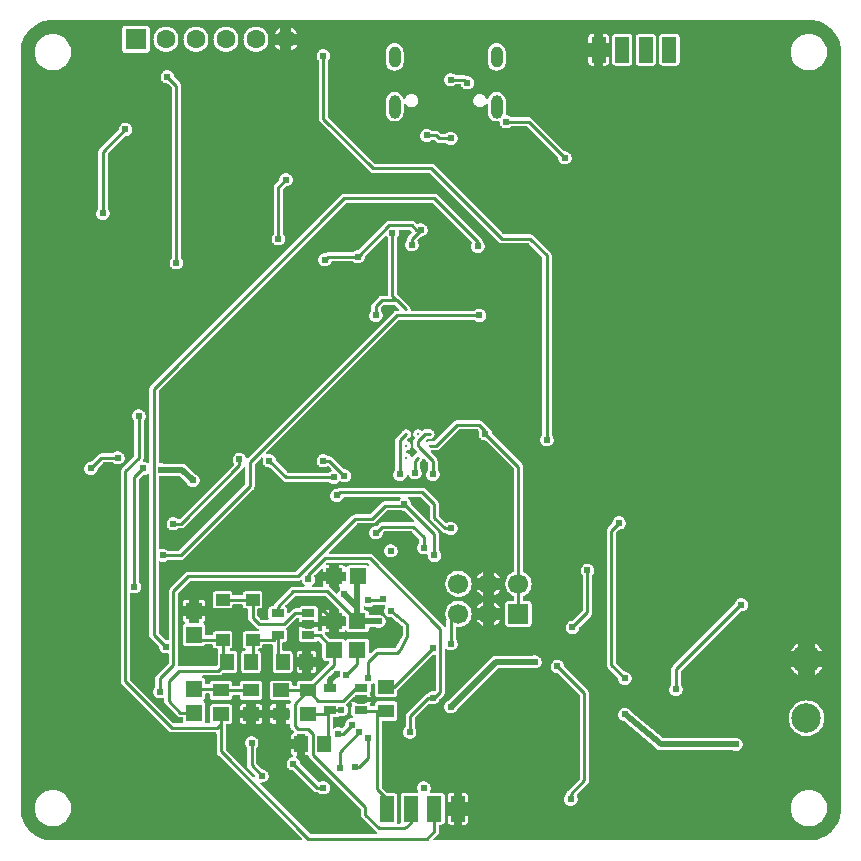
<source format=gbl>
G04 Layer: BottomLayer*
G04 EasyEDA v6.5.51, 2025-09-17 03:18:51*
G04 4aee9cc30035422d88a860af958d7afb,d57bd40a603b42be9e37e0d49851eb9c,10*
G04 Gerber Generator version 0.2*
G04 Scale: 100 percent, Rotated: No, Reflected: No *
G04 Dimensions in inches *
G04 leading zeros omitted , absolute positions ,3 integer and 6 decimal *
%FSLAX36Y36*%
%MOIN*%

%AMMACRO1*21,1,$1,$2,0,0,$3*%
%ADD10C,0.0100*%
%ADD11C,0.0200*%
%ADD12C,0.0113*%
%ADD13R,0.0532X0.0555*%
%ADD14MACRO1,0.0531X0.0555X0.0000*%
%ADD15MACRO1,0.0531X0.0555X90.0000*%
%ADD16MACRO1,0.0374X0.0453X90.0000*%
%ADD17MACRO1,0.0374X0.0453X-90.0000*%
%ADD18R,0.0542X0.0446*%
%ADD19R,0.0194X0.0446*%
%ADD20MACRO1,0.0542X0.0446X0.0000*%
%ADD21MACRO1,0.0542X0.0446X90.0000*%
%ADD22MACRO1,0.0542X0.0446X-90.0000*%
%ADD23MACRO1,0.0433X0.0236X0.0000*%
%ADD24C,0.0669*%
%ADD25MACRO1,0.0669X0.0669X0.0000*%
%ADD26C,0.0984*%
%ADD27C,0.0630*%
%ADD28R,0.0709X0.0709*%
%ADD29R,0.0472X0.0850*%
%ADD30O,0.03937X0.07874*%
%ADD31O,0.03937X0.070866*%
%ADD32C,0.0244*%

%LPD*%
G36*
X1064720Y-1922800D02*
G01*
X1063000Y-1922580D01*
X1061540Y-1921639D01*
X1044280Y-1904400D01*
X1041840Y-1902380D01*
X1040240Y-1901240D01*
X1039500Y-1900000D01*
X1039260Y-1898600D01*
X1039260Y-1880780D01*
X1017680Y-1880780D01*
X1017680Y-1891360D01*
X1017960Y-1893839D01*
X1018400Y-1895980D01*
X1018040Y-1897460D01*
X1017159Y-1898700D01*
X1015900Y-1899520D01*
X1014400Y-1899800D01*
X986120Y-1899800D01*
X984500Y-1899460D01*
X983160Y-1898480D01*
X982320Y-1897060D01*
X982140Y-1895400D01*
X982640Y-1893820D01*
X983740Y-1892580D01*
X984800Y-1891800D01*
X987420Y-1889060D01*
X989539Y-1885920D01*
X991120Y-1882460D01*
X992060Y-1878779D01*
X992400Y-1875000D01*
X992060Y-1871220D01*
X991120Y-1867540D01*
X990020Y-1865140D01*
X989659Y-1863560D01*
X989960Y-1862000D01*
X990840Y-1860660D01*
X1010840Y-1840660D01*
X1012140Y-1839780D01*
X1013680Y-1839480D01*
X1015200Y-1839780D01*
X1016500Y-1840660D01*
X1017360Y-1841940D01*
X1017680Y-1843480D01*
X1017680Y-1849220D01*
X1039260Y-1849220D01*
X1039260Y-1828220D01*
X1032920Y-1828220D01*
X1031400Y-1827920D01*
X1030100Y-1827060D01*
X1029240Y-1825760D01*
X1028920Y-1824220D01*
X1029240Y-1822700D01*
X1030120Y-1821380D01*
X1031420Y-1820500D01*
X1032960Y-1820200D01*
X1167040Y-1820200D01*
X1168580Y-1820500D01*
X1169880Y-1821380D01*
X1171620Y-1823120D01*
X1172540Y-1824520D01*
X1172800Y-1826140D01*
X1172380Y-1827740D01*
X1171340Y-1829040D01*
X1169880Y-1829800D01*
X1168220Y-1829920D01*
X1164400Y-1828500D01*
X1161900Y-1828220D01*
X1106840Y-1828220D01*
X1104360Y-1828500D01*
X1102200Y-1829259D01*
X1100280Y-1830480D01*
X1098660Y-1832080D01*
X1097280Y-1833680D01*
X1095800Y-1834300D01*
X1094200Y-1834300D01*
X1092720Y-1833680D01*
X1091340Y-1832080D01*
X1089720Y-1830480D01*
X1087800Y-1829259D01*
X1085640Y-1828500D01*
X1083160Y-1828220D01*
X1072000Y-1828220D01*
X1072000Y-1849220D01*
X1092420Y-1849220D01*
X1093940Y-1849520D01*
X1095240Y-1850380D01*
X1096120Y-1851680D01*
X1096420Y-1853220D01*
X1096420Y-1876780D01*
X1096120Y-1878320D01*
X1095240Y-1879620D01*
X1093940Y-1880480D01*
X1092420Y-1880780D01*
X1072000Y-1880780D01*
X1072000Y-1901780D01*
X1073600Y-1902100D01*
X1074900Y-1903000D01*
X1075760Y-1904360D01*
X1076020Y-1905940D01*
X1075640Y-1907500D01*
X1074660Y-1908779D01*
X1073840Y-1909500D01*
X1071440Y-1912460D01*
X1069600Y-1915780D01*
X1068300Y-1919500D01*
X1067660Y-1921100D01*
X1066380Y-1922280D01*
G37*

%LPD*%
G36*
X522960Y-2354800D02*
G01*
X521420Y-2354500D01*
X520120Y-2353620D01*
X376380Y-2209880D01*
X375500Y-2208580D01*
X375200Y-2207040D01*
X375200Y-1924019D01*
X375500Y-1922500D01*
X376360Y-1921200D01*
X377640Y-1920320D01*
X379159Y-1920020D01*
X380700Y-1920300D01*
X383440Y-1921399D01*
X387160Y-1922200D01*
X390959Y-1922380D01*
X394720Y-1921879D01*
X398340Y-1920780D01*
X401740Y-1919060D01*
X404799Y-1916800D01*
X407420Y-1914060D01*
X409540Y-1910920D01*
X411120Y-1907460D01*
X412060Y-1903779D01*
X412400Y-1900000D01*
X412060Y-1896220D01*
X411120Y-1892540D01*
X409540Y-1889079D01*
X407420Y-1885940D01*
X406320Y-1884780D01*
X405480Y-1883500D01*
X405200Y-1882000D01*
X405200Y-1542960D01*
X405500Y-1541420D01*
X406380Y-1540120D01*
X417960Y-1528540D01*
X419340Y-1527640D01*
X424720Y-1526879D01*
X428340Y-1525780D01*
X431740Y-1524060D01*
X433420Y-1522820D01*
X435020Y-1522120D01*
X436780Y-1522160D01*
X438340Y-1522940D01*
X439420Y-1524319D01*
X439799Y-1526040D01*
X439799Y-2059800D01*
X440120Y-2062960D01*
X440980Y-2065800D01*
X442380Y-2068440D01*
X444400Y-2070880D01*
X471520Y-2098020D01*
X472380Y-2099320D01*
X472700Y-2100840D01*
X472700Y-2101900D01*
X473340Y-2105640D01*
X474600Y-2109220D01*
X476440Y-2112540D01*
X478840Y-2115500D01*
X481680Y-2118000D01*
X484920Y-2120000D01*
X488440Y-2121400D01*
X492160Y-2122200D01*
X495940Y-2122360D01*
X500260Y-2121780D01*
X501940Y-2121900D01*
X503420Y-2122720D01*
X504440Y-2124080D01*
X504799Y-2125740D01*
X504799Y-2152040D01*
X504500Y-2153580D01*
X503620Y-2154880D01*
X464400Y-2194120D01*
X462380Y-2196560D01*
X460980Y-2199200D01*
X460120Y-2202040D01*
X459799Y-2205200D01*
X459799Y-2231900D01*
X459580Y-2233240D01*
X458920Y-2234420D01*
X456440Y-2237460D01*
X454600Y-2240780D01*
X453340Y-2244360D01*
X452700Y-2248100D01*
X452700Y-2251900D01*
X453340Y-2255640D01*
X454600Y-2259220D01*
X456440Y-2262540D01*
X458840Y-2265500D01*
X461680Y-2268000D01*
X464920Y-2270000D01*
X468440Y-2271400D01*
X472160Y-2272200D01*
X475959Y-2272380D01*
X479720Y-2271880D01*
X483340Y-2270780D01*
X484000Y-2270440D01*
X485560Y-2270020D01*
X487160Y-2270260D01*
X488540Y-2271100D01*
X489480Y-2272440D01*
X489799Y-2274020D01*
X489799Y-2280800D01*
X490120Y-2283960D01*
X490980Y-2286800D01*
X492380Y-2289440D01*
X494380Y-2291880D01*
X532420Y-2329820D01*
X534860Y-2331820D01*
X537500Y-2333220D01*
X540340Y-2334080D01*
X543500Y-2334400D01*
X548120Y-2334400D01*
X549640Y-2334700D01*
X550940Y-2335580D01*
X551820Y-2336860D01*
X552120Y-2338400D01*
X552120Y-2346760D01*
X552700Y-2350980D01*
X552340Y-2352460D01*
X551460Y-2353700D01*
X550200Y-2354520D01*
X548700Y-2354800D01*
G37*

%LPD*%
G36*
X977960Y-2724800D02*
G01*
X976420Y-2724500D01*
X975120Y-2723620D01*
X810600Y-2559100D01*
X809720Y-2557780D01*
X809419Y-2556200D01*
X809760Y-2554660D01*
X810680Y-2553360D01*
X812020Y-2552520D01*
X813580Y-2552280D01*
X815960Y-2552380D01*
X819720Y-2551880D01*
X823340Y-2550780D01*
X826740Y-2549060D01*
X829800Y-2546800D01*
X832420Y-2544060D01*
X834539Y-2540920D01*
X836120Y-2537460D01*
X837060Y-2533780D01*
X837400Y-2530000D01*
X837060Y-2526220D01*
X836120Y-2522540D01*
X834539Y-2519080D01*
X832420Y-2515940D01*
X829800Y-2513200D01*
X826740Y-2510940D01*
X823340Y-2509220D01*
X819720Y-2508120D01*
X814340Y-2507360D01*
X812960Y-2506460D01*
X797000Y-2490500D01*
X796140Y-2489200D01*
X795819Y-2487680D01*
X795819Y-2438000D01*
X796120Y-2436500D01*
X796940Y-2435220D01*
X798060Y-2434060D01*
X800180Y-2430920D01*
X801740Y-2427460D01*
X802700Y-2423780D01*
X803020Y-2420000D01*
X802700Y-2416220D01*
X801740Y-2412540D01*
X800180Y-2409080D01*
X798060Y-2405940D01*
X795420Y-2403200D01*
X792360Y-2400940D01*
X788980Y-2399220D01*
X785340Y-2398120D01*
X781580Y-2397620D01*
X777780Y-2397800D01*
X774080Y-2398600D01*
X770540Y-2400000D01*
X767320Y-2402000D01*
X764460Y-2404500D01*
X762080Y-2407460D01*
X760220Y-2410780D01*
X758960Y-2414360D01*
X758319Y-2418100D01*
X758319Y-2421900D01*
X758960Y-2425640D01*
X760220Y-2429220D01*
X762080Y-2432540D01*
X764539Y-2435580D01*
X765200Y-2436760D01*
X765420Y-2438100D01*
X765420Y-2495440D01*
X765740Y-2498600D01*
X766600Y-2501440D01*
X768000Y-2504060D01*
X770020Y-2506520D01*
X791520Y-2528020D01*
X792380Y-2529320D01*
X792700Y-2530840D01*
X792700Y-2531540D01*
X792380Y-2533060D01*
X791520Y-2534360D01*
X790220Y-2535240D01*
X788700Y-2535540D01*
X787159Y-2535240D01*
X785860Y-2534360D01*
X695280Y-2443780D01*
X694400Y-2442480D01*
X694100Y-2440940D01*
X694100Y-2360720D01*
X694400Y-2359200D01*
X695280Y-2357900D01*
X696560Y-2357020D01*
X698100Y-2356720D01*
X705780Y-2356720D01*
X708259Y-2356440D01*
X710420Y-2355680D01*
X712340Y-2354480D01*
X713960Y-2352860D01*
X715160Y-2350940D01*
X715920Y-2348780D01*
X716200Y-2346300D01*
X716200Y-2302160D01*
X715920Y-2299660D01*
X715160Y-2297520D01*
X713960Y-2295600D01*
X712340Y-2293980D01*
X710420Y-2292760D01*
X708259Y-2292020D01*
X705780Y-2291740D01*
X652020Y-2291740D01*
X649520Y-2292020D01*
X647380Y-2292760D01*
X645440Y-2293980D01*
X643840Y-2295600D01*
X642620Y-2297520D01*
X641860Y-2299660D01*
X641580Y-2302160D01*
X641580Y-2346300D01*
X641860Y-2348780D01*
X642120Y-2349480D01*
X642340Y-2350980D01*
X641979Y-2352460D01*
X641100Y-2353700D01*
X639820Y-2354520D01*
X638340Y-2354800D01*
X629080Y-2354800D01*
X627600Y-2354520D01*
X626320Y-2353700D01*
X625440Y-2352460D01*
X625080Y-2350980D01*
X625380Y-2349240D01*
X625660Y-2346760D01*
X625660Y-2291700D01*
X625380Y-2289200D01*
X624640Y-2287060D01*
X623420Y-2285120D01*
X621820Y-2283520D01*
X620220Y-2282140D01*
X619580Y-2280660D01*
X619580Y-2279060D01*
X620220Y-2277580D01*
X621820Y-2276200D01*
X623420Y-2274580D01*
X624640Y-2272660D01*
X625380Y-2270500D01*
X625660Y-2268020D01*
X625660Y-2259680D01*
X625980Y-2258160D01*
X626840Y-2256860D01*
X628140Y-2256000D01*
X629660Y-2255680D01*
X637580Y-2255680D01*
X639120Y-2256000D01*
X640420Y-2256860D01*
X641280Y-2258160D01*
X641580Y-2259680D01*
X641580Y-2267560D01*
X641860Y-2270040D01*
X642620Y-2272200D01*
X643840Y-2274120D01*
X645440Y-2275740D01*
X647380Y-2276940D01*
X649520Y-2277700D01*
X652020Y-2277980D01*
X705780Y-2277980D01*
X708259Y-2277700D01*
X710420Y-2276940D01*
X712340Y-2275740D01*
X713960Y-2274120D01*
X715160Y-2272200D01*
X715920Y-2270040D01*
X716200Y-2267560D01*
X716200Y-2264680D01*
X716500Y-2263160D01*
X717380Y-2261860D01*
X718660Y-2261000D01*
X720200Y-2260680D01*
X737580Y-2260680D01*
X739120Y-2261000D01*
X740420Y-2261860D01*
X741280Y-2263160D01*
X741580Y-2264680D01*
X741580Y-2267560D01*
X741860Y-2270040D01*
X742620Y-2272200D01*
X743840Y-2274120D01*
X745440Y-2275740D01*
X747380Y-2276940D01*
X749520Y-2277700D01*
X752020Y-2277980D01*
X805780Y-2277980D01*
X808259Y-2277700D01*
X810420Y-2276940D01*
X812340Y-2275740D01*
X813960Y-2274120D01*
X815160Y-2272200D01*
X815920Y-2270040D01*
X816200Y-2267560D01*
X816200Y-2223420D01*
X815920Y-2220920D01*
X815160Y-2218780D01*
X813960Y-2216840D01*
X812340Y-2215240D01*
X810420Y-2214020D01*
X808259Y-2213280D01*
X805780Y-2213000D01*
X752020Y-2213000D01*
X749520Y-2213280D01*
X747380Y-2214020D01*
X745440Y-2215240D01*
X743840Y-2216840D01*
X742620Y-2218780D01*
X741860Y-2220920D01*
X741580Y-2223420D01*
X741580Y-2226280D01*
X741280Y-2227820D01*
X740420Y-2229120D01*
X739120Y-2229980D01*
X737580Y-2230280D01*
X720200Y-2230280D01*
X718660Y-2229980D01*
X717380Y-2229120D01*
X716500Y-2227820D01*
X716200Y-2226280D01*
X716200Y-2223420D01*
X715920Y-2220920D01*
X715160Y-2218780D01*
X713960Y-2216840D01*
X712340Y-2215240D01*
X710420Y-2214020D01*
X708259Y-2213280D01*
X705780Y-2213000D01*
X652020Y-2213000D01*
X649520Y-2213280D01*
X647380Y-2214020D01*
X645440Y-2215240D01*
X643840Y-2216840D01*
X642620Y-2218780D01*
X641860Y-2220920D01*
X641780Y-2221740D01*
X641360Y-2223120D01*
X640460Y-2224260D01*
X639220Y-2225020D01*
X637800Y-2225280D01*
X629660Y-2225280D01*
X628140Y-2224980D01*
X626840Y-2224120D01*
X625980Y-2222820D01*
X625660Y-2221280D01*
X625660Y-2212960D01*
X625380Y-2210460D01*
X624640Y-2208320D01*
X623420Y-2206380D01*
X621820Y-2204780D01*
X619880Y-2203560D01*
X617920Y-2202880D01*
X616560Y-2202060D01*
X615620Y-2200780D01*
X615240Y-2199220D01*
X615520Y-2197660D01*
X616360Y-2196320D01*
X617680Y-2195420D01*
X619240Y-2195100D01*
X669300Y-2195100D01*
X672460Y-2194780D01*
X675300Y-2193920D01*
X677940Y-2192520D01*
X680380Y-2190500D01*
X682560Y-2188340D01*
X683860Y-2187460D01*
X685400Y-2187160D01*
X721600Y-2187160D01*
X724080Y-2186880D01*
X726240Y-2186120D01*
X728160Y-2184920D01*
X729780Y-2183300D01*
X730980Y-2181380D01*
X731740Y-2179220D01*
X732020Y-2176740D01*
X732020Y-2122980D01*
X731740Y-2120480D01*
X730980Y-2118340D01*
X729780Y-2116400D01*
X728160Y-2114800D01*
X726240Y-2113580D01*
X724080Y-2112820D01*
X721600Y-2112540D01*
X711080Y-2112540D01*
X709520Y-2112240D01*
X708199Y-2111340D01*
X707340Y-2110000D01*
X707080Y-2108420D01*
X707440Y-2106880D01*
X708400Y-2105580D01*
X709760Y-2104780D01*
X710939Y-2104360D01*
X712880Y-2103140D01*
X714479Y-2101540D01*
X715699Y-2099600D01*
X716460Y-2097460D01*
X716740Y-2094960D01*
X716740Y-2058020D01*
X716460Y-2055520D01*
X715699Y-2053380D01*
X714479Y-2051440D01*
X712880Y-2049840D01*
X710939Y-2048620D01*
X708800Y-2047860D01*
X706300Y-2047580D01*
X661480Y-2047580D01*
X659000Y-2047860D01*
X656840Y-2048620D01*
X654920Y-2049840D01*
X653300Y-2051440D01*
X652080Y-2053380D01*
X651340Y-2055520D01*
X651080Y-2057740D01*
X650660Y-2059120D01*
X649780Y-2060260D01*
X648540Y-2061020D01*
X647120Y-2061279D01*
X629660Y-2061279D01*
X628140Y-2060980D01*
X626840Y-2060120D01*
X625980Y-2058820D01*
X625660Y-2057280D01*
X625660Y-2031699D01*
X625380Y-2029199D01*
X624640Y-2027060D01*
X623420Y-2025120D01*
X621820Y-2023520D01*
X620220Y-2022140D01*
X619580Y-2020660D01*
X619580Y-2019060D01*
X620220Y-2017580D01*
X621820Y-2016200D01*
X623420Y-2014580D01*
X624640Y-2012660D01*
X625380Y-2010500D01*
X625660Y-2008020D01*
X625660Y-1996860D01*
X604680Y-1996860D01*
X604680Y-2017280D01*
X604380Y-2018800D01*
X603500Y-2020100D01*
X602220Y-2020960D01*
X600680Y-2021279D01*
X577100Y-2021279D01*
X575580Y-2020960D01*
X574280Y-2020100D01*
X573420Y-2018800D01*
X573100Y-2017280D01*
X573100Y-1996860D01*
X552120Y-1996860D01*
X552120Y-2008020D01*
X552400Y-2010500D01*
X553160Y-2012660D01*
X554360Y-2014580D01*
X555980Y-2016200D01*
X557560Y-2017580D01*
X558200Y-2019060D01*
X558200Y-2020660D01*
X557560Y-2022140D01*
X555980Y-2023520D01*
X554360Y-2025120D01*
X553160Y-2027060D01*
X552400Y-2029199D01*
X552120Y-2031699D01*
X552120Y-2086759D01*
X552400Y-2089240D01*
X553160Y-2091399D01*
X554360Y-2093320D01*
X555980Y-2094940D01*
X557900Y-2096160D01*
X560060Y-2096900D01*
X562540Y-2097180D01*
X615240Y-2097180D01*
X617740Y-2096900D01*
X619880Y-2096160D01*
X621800Y-2094960D01*
X623800Y-2092900D01*
X625120Y-2092000D01*
X626660Y-2091680D01*
X647120Y-2091680D01*
X648540Y-2091960D01*
X649780Y-2092700D01*
X650660Y-2093860D01*
X651080Y-2095240D01*
X651340Y-2097460D01*
X652080Y-2099600D01*
X653300Y-2101540D01*
X654920Y-2103140D01*
X656840Y-2104360D01*
X659000Y-2105120D01*
X661480Y-2105400D01*
X664700Y-2105400D01*
X666220Y-2105700D01*
X667520Y-2106560D01*
X668379Y-2107860D01*
X668700Y-2109400D01*
X668700Y-2116180D01*
X668540Y-2117280D01*
X668060Y-2118340D01*
X667300Y-2120480D01*
X667020Y-2122980D01*
X667020Y-2159220D01*
X666720Y-2160740D01*
X665860Y-2162040D01*
X664380Y-2163520D01*
X663080Y-2164400D01*
X661540Y-2164700D01*
X539140Y-2164700D01*
X537520Y-2164360D01*
X536160Y-2163380D01*
X535340Y-2161960D01*
X535200Y-2159800D01*
X535200Y-1922960D01*
X535500Y-1921420D01*
X536380Y-1920120D01*
X575120Y-1881380D01*
X576420Y-1880500D01*
X577960Y-1880200D01*
X934800Y-1880200D01*
X937960Y-1879880D01*
X940840Y-1879019D01*
X942620Y-1878100D01*
X944240Y-1877660D01*
X945920Y-1877940D01*
X947320Y-1878880D01*
X948220Y-1880320D01*
X949599Y-1884220D01*
X951440Y-1887540D01*
X953840Y-1890500D01*
X956460Y-1892800D01*
X957420Y-1894079D01*
X957800Y-1895640D01*
X957560Y-1897220D01*
X956700Y-1898560D01*
X955380Y-1899480D01*
X953820Y-1899800D01*
X918900Y-1899800D01*
X915740Y-1900120D01*
X912900Y-1900980D01*
X910260Y-1902380D01*
X907820Y-1904400D01*
X857099Y-1955120D01*
X855080Y-1957560D01*
X853680Y-1960200D01*
X852940Y-1962620D01*
X852120Y-1964079D01*
X850759Y-1965100D01*
X849120Y-1965460D01*
X846280Y-1965460D01*
X843800Y-1965740D01*
X841640Y-1966480D01*
X839720Y-1967700D01*
X838100Y-1969300D01*
X836880Y-1971240D01*
X836140Y-1973380D01*
X835860Y-1975880D01*
X835860Y-1999040D01*
X836140Y-2001540D01*
X837400Y-2005280D01*
X837240Y-2006940D01*
X836400Y-2008380D01*
X835060Y-2009360D01*
X833420Y-2009700D01*
X812860Y-2009700D01*
X811320Y-2009400D01*
X810020Y-2008520D01*
X800280Y-1998779D01*
X799400Y-1997480D01*
X799100Y-1995940D01*
X799100Y-1976120D01*
X799400Y-1974600D01*
X800280Y-1973300D01*
X801560Y-1972420D01*
X803100Y-1972120D01*
X806300Y-1972120D01*
X808800Y-1971840D01*
X810939Y-1971100D01*
X812880Y-1969880D01*
X814479Y-1968260D01*
X815699Y-1966339D01*
X816460Y-1964180D01*
X816740Y-1961699D01*
X816740Y-1924740D01*
X816460Y-1922260D01*
X815699Y-1920100D01*
X814479Y-1918180D01*
X812880Y-1916560D01*
X810939Y-1915360D01*
X808800Y-1914600D01*
X806300Y-1914319D01*
X761480Y-1914319D01*
X759000Y-1914600D01*
X756840Y-1915360D01*
X754920Y-1916560D01*
X753300Y-1918180D01*
X752080Y-1920100D01*
X751340Y-1922260D01*
X751080Y-1924480D01*
X750660Y-1925860D01*
X749780Y-1927000D01*
X748540Y-1927760D01*
X747120Y-1928020D01*
X720680Y-1928020D01*
X719240Y-1927760D01*
X718020Y-1927000D01*
X717120Y-1925860D01*
X716700Y-1924480D01*
X716460Y-1922260D01*
X715699Y-1920100D01*
X714479Y-1918180D01*
X712880Y-1916560D01*
X710939Y-1915360D01*
X708800Y-1914600D01*
X706300Y-1914319D01*
X661480Y-1914319D01*
X659000Y-1914600D01*
X656840Y-1915360D01*
X654920Y-1916560D01*
X653300Y-1918180D01*
X652080Y-1920100D01*
X651340Y-1922260D01*
X651060Y-1924740D01*
X651060Y-1961699D01*
X651340Y-1964180D01*
X652080Y-1966339D01*
X653300Y-1968260D01*
X654920Y-1969880D01*
X656840Y-1971100D01*
X659000Y-1971840D01*
X661480Y-1972120D01*
X706300Y-1972120D01*
X708800Y-1971840D01*
X710939Y-1971100D01*
X712880Y-1969880D01*
X714479Y-1968260D01*
X715699Y-1966339D01*
X716460Y-1964180D01*
X716700Y-1961980D01*
X717120Y-1960580D01*
X718020Y-1959440D01*
X719240Y-1958680D01*
X720680Y-1958420D01*
X747120Y-1958420D01*
X748540Y-1958680D01*
X749780Y-1959440D01*
X750660Y-1960580D01*
X751080Y-1961980D01*
X751340Y-1964180D01*
X752080Y-1966339D01*
X753300Y-1968260D01*
X754920Y-1969880D01*
X756840Y-1971100D01*
X759000Y-1971840D01*
X761480Y-1972120D01*
X764700Y-1972120D01*
X766240Y-1972420D01*
X767520Y-1973300D01*
X768400Y-1974600D01*
X768700Y-1976120D01*
X768700Y-2003700D01*
X769020Y-2006860D01*
X769880Y-2009700D01*
X771280Y-2012340D01*
X773300Y-2014780D01*
X794020Y-2035500D01*
X796460Y-2037520D01*
X799100Y-2038920D01*
X801840Y-2039760D01*
X803259Y-2040540D01*
X804260Y-2041800D01*
X804680Y-2043360D01*
X804440Y-2044960D01*
X803600Y-2046339D01*
X802260Y-2047260D01*
X800680Y-2047580D01*
X761480Y-2047580D01*
X759000Y-2047860D01*
X756840Y-2048620D01*
X754920Y-2049840D01*
X753300Y-2051440D01*
X752080Y-2053380D01*
X751340Y-2055520D01*
X751060Y-2058020D01*
X751060Y-2094960D01*
X751340Y-2097460D01*
X752080Y-2099600D01*
X753300Y-2101540D01*
X754920Y-2103140D01*
X756840Y-2104360D01*
X758020Y-2104780D01*
X759400Y-2105580D01*
X760340Y-2106880D01*
X760699Y-2108420D01*
X760440Y-2110000D01*
X759580Y-2111340D01*
X758259Y-2112240D01*
X753700Y-2112820D01*
X751560Y-2113580D01*
X749620Y-2114800D01*
X748020Y-2116400D01*
X746800Y-2118340D01*
X746060Y-2120480D01*
X745780Y-2122980D01*
X745780Y-2176740D01*
X746060Y-2179220D01*
X746800Y-2181380D01*
X748020Y-2183300D01*
X749620Y-2184920D01*
X751560Y-2186120D01*
X753700Y-2186880D01*
X756200Y-2187160D01*
X800340Y-2187160D01*
X802820Y-2186880D01*
X804980Y-2186120D01*
X806900Y-2184920D01*
X808520Y-2183300D01*
X809720Y-2181380D01*
X810480Y-2179220D01*
X810759Y-2176740D01*
X810759Y-2122980D01*
X810480Y-2120480D01*
X809720Y-2118340D01*
X808520Y-2116400D01*
X806900Y-2114800D01*
X804980Y-2113580D01*
X803780Y-2113160D01*
X802420Y-2112360D01*
X801480Y-2111060D01*
X801100Y-2109520D01*
X801380Y-2107940D01*
X802240Y-2106600D01*
X803540Y-2105700D01*
X805100Y-2105400D01*
X806300Y-2105400D01*
X808800Y-2105120D01*
X810939Y-2104360D01*
X812880Y-2103140D01*
X814479Y-2101540D01*
X815699Y-2099600D01*
X816460Y-2097460D01*
X816700Y-2095240D01*
X817120Y-2093860D01*
X818020Y-2092700D01*
X819240Y-2091960D01*
X820680Y-2091680D01*
X848500Y-2091680D01*
X850040Y-2092000D01*
X851340Y-2092860D01*
X852200Y-2094160D01*
X852500Y-2095680D01*
X852500Y-2119240D01*
X852020Y-2122980D01*
X852020Y-2176740D01*
X852300Y-2179220D01*
X853060Y-2181380D01*
X854280Y-2183300D01*
X855879Y-2184920D01*
X857820Y-2186120D01*
X859960Y-2186880D01*
X862460Y-2187160D01*
X906600Y-2187160D01*
X909080Y-2186880D01*
X911240Y-2186120D01*
X913160Y-2184920D01*
X914780Y-2183300D01*
X915980Y-2181380D01*
X916740Y-2179220D01*
X917020Y-2176740D01*
X917020Y-2122980D01*
X916740Y-2120480D01*
X915980Y-2118340D01*
X914780Y-2116400D01*
X913160Y-2114800D01*
X911240Y-2113580D01*
X909080Y-2112820D01*
X906600Y-2112540D01*
X886900Y-2112540D01*
X885380Y-2112240D01*
X884080Y-2111380D01*
X883220Y-2110080D01*
X882900Y-2108540D01*
X882900Y-2088280D01*
X883220Y-2086740D01*
X884080Y-2085440D01*
X885380Y-2084580D01*
X886900Y-2084280D01*
X889140Y-2084280D01*
X891620Y-2084000D01*
X893780Y-2083240D01*
X895699Y-2082020D01*
X897320Y-2080420D01*
X898540Y-2078480D01*
X899280Y-2076339D01*
X899560Y-2073839D01*
X899560Y-2050680D01*
X899280Y-2048180D01*
X898540Y-2046040D01*
X897320Y-2044100D01*
X896840Y-2043620D01*
X895920Y-2042220D01*
X895660Y-2040600D01*
X896080Y-2038980D01*
X897120Y-2037700D01*
X899780Y-2035500D01*
X931420Y-2003880D01*
X932720Y-2003000D01*
X934260Y-2002700D01*
X935740Y-2002700D01*
X937240Y-2003000D01*
X938520Y-2003820D01*
X939400Y-2005080D01*
X939740Y-2006560D01*
X939500Y-2008080D01*
X938500Y-2010800D01*
X938220Y-2013260D01*
X938220Y-2016440D01*
X956740Y-2016440D01*
X956740Y-2013460D01*
X957039Y-2011940D01*
X957920Y-2010640D01*
X959220Y-2009780D01*
X960740Y-2009460D01*
X979400Y-2009460D01*
X980920Y-2009780D01*
X982220Y-2010640D01*
X983100Y-2011940D01*
X983400Y-2013460D01*
X983400Y-2016440D01*
X1001919Y-2016440D01*
X1001919Y-2013260D01*
X1001640Y-2010780D01*
X1000900Y-2008620D01*
X1000140Y-2006900D01*
X1000140Y-2005400D01*
X1000900Y-2003680D01*
X1001640Y-2001540D01*
X1001919Y-1999040D01*
X1001919Y-1975860D01*
X1001640Y-1973380D01*
X1000900Y-1971220D01*
X999680Y-1969300D01*
X998060Y-1967680D01*
X996140Y-1966480D01*
X993980Y-1965720D01*
X991500Y-1965440D01*
X948640Y-1965440D01*
X946160Y-1965720D01*
X944000Y-1966480D01*
X942080Y-1967680D01*
X940460Y-1969300D01*
X939760Y-1970420D01*
X938860Y-1971420D01*
X937680Y-1972080D01*
X936360Y-1972300D01*
X926500Y-1972300D01*
X923340Y-1972620D01*
X920500Y-1973480D01*
X917860Y-1974880D01*
X915420Y-1976900D01*
X906380Y-1985920D01*
X905100Y-1986780D01*
X903560Y-1987080D01*
X902039Y-1986780D01*
X900740Y-1985920D01*
X899860Y-1984620D01*
X899560Y-1983080D01*
X899560Y-1975880D01*
X899280Y-1973380D01*
X898520Y-1971240D01*
X897320Y-1969300D01*
X895699Y-1967700D01*
X894920Y-1967200D01*
X893860Y-1966240D01*
X893220Y-1964960D01*
X893060Y-1963540D01*
X893400Y-1962160D01*
X894220Y-1960980D01*
X923820Y-1931380D01*
X925120Y-1930500D01*
X926660Y-1930200D01*
X1025440Y-1930200D01*
X1026979Y-1930500D01*
X1028280Y-1931380D01*
X1069720Y-1972820D01*
X1070600Y-1974120D01*
X1070900Y-1975660D01*
X1070900Y-1999060D01*
X1091300Y-1999060D01*
X1092840Y-1999379D01*
X1094140Y-2000240D01*
X1095000Y-2001540D01*
X1095300Y-2003060D01*
X1095300Y-2026639D01*
X1095000Y-2028180D01*
X1094140Y-2029480D01*
X1092840Y-2030340D01*
X1091300Y-2030640D01*
X1070900Y-2030640D01*
X1070900Y-2051639D01*
X1082060Y-2051639D01*
X1084540Y-2051360D01*
X1086700Y-2050600D01*
X1088620Y-2049379D01*
X1090240Y-2047780D01*
X1091620Y-2046180D01*
X1093100Y-2045540D01*
X1094700Y-2045540D01*
X1096180Y-2046180D01*
X1097560Y-2047780D01*
X1099160Y-2049379D01*
X1101100Y-2050600D01*
X1103240Y-2051360D01*
X1105740Y-2051639D01*
X1160800Y-2051639D01*
X1163280Y-2051360D01*
X1165440Y-2050600D01*
X1167360Y-2049379D01*
X1168980Y-2047780D01*
X1170180Y-2045840D01*
X1170940Y-2043700D01*
X1171220Y-2041200D01*
X1171220Y-2039060D01*
X1171520Y-2037520D01*
X1172400Y-2036240D01*
X1173700Y-2035360D01*
X1175220Y-2035060D01*
X1194660Y-2035060D01*
X1196160Y-2035340D01*
X1198440Y-2036260D01*
X1202160Y-2037060D01*
X1205960Y-2037240D01*
X1209720Y-2036740D01*
X1213340Y-2035640D01*
X1216740Y-2033920D01*
X1219800Y-2031660D01*
X1222420Y-2028920D01*
X1224540Y-2025780D01*
X1226120Y-2022320D01*
X1227060Y-2018640D01*
X1227400Y-2014860D01*
X1227060Y-2011080D01*
X1226120Y-2007400D01*
X1224540Y-2003940D01*
X1222420Y-2000800D01*
X1219800Y-1998060D01*
X1216740Y-1995800D01*
X1213340Y-1994079D01*
X1209720Y-1992980D01*
X1205960Y-1992480D01*
X1202160Y-1992660D01*
X1198440Y-1993460D01*
X1196160Y-1994379D01*
X1194660Y-1994660D01*
X1175220Y-1994660D01*
X1173700Y-1994360D01*
X1172400Y-1993480D01*
X1171520Y-1992200D01*
X1171220Y-1990660D01*
X1171220Y-1988500D01*
X1170940Y-1986020D01*
X1170180Y-1983860D01*
X1168980Y-1981940D01*
X1167360Y-1980320D01*
X1165440Y-1979120D01*
X1163280Y-1978360D01*
X1160800Y-1978080D01*
X1157480Y-1978080D01*
X1155940Y-1977780D01*
X1154640Y-1976920D01*
X1153780Y-1975620D01*
X1153480Y-1974079D01*
X1153460Y-1968180D01*
X1153820Y-1966540D01*
X1154820Y-1965180D01*
X1156300Y-1964360D01*
X1157980Y-1964220D01*
X1163440Y-1966399D01*
X1167160Y-1967200D01*
X1170960Y-1967380D01*
X1174720Y-1966879D01*
X1178340Y-1965780D01*
X1181740Y-1964060D01*
X1186480Y-1960520D01*
X1188040Y-1960200D01*
X1209660Y-1960200D01*
X1211160Y-1960480D01*
X1213440Y-1961399D01*
X1217160Y-1962200D01*
X1220960Y-1962380D01*
X1222060Y-1962220D01*
X1223820Y-1962400D01*
X1225320Y-1963280D01*
X1226300Y-1964740D01*
X1226560Y-1966459D01*
X1226060Y-1968140D01*
X1224600Y-1970780D01*
X1223340Y-1974360D01*
X1222700Y-1978100D01*
X1222700Y-1981900D01*
X1223340Y-1985640D01*
X1224600Y-1989220D01*
X1226440Y-1992540D01*
X1228840Y-1995500D01*
X1231680Y-1998000D01*
X1234920Y-2000000D01*
X1238440Y-2001399D01*
X1242160Y-2002200D01*
X1247920Y-2002440D01*
X1249340Y-2003200D01*
X1283340Y-2031000D01*
X1284420Y-2032380D01*
X1284800Y-2034100D01*
X1284800Y-2060020D01*
X1284680Y-2061020D01*
X1284300Y-2061960D01*
X1263020Y-2100260D01*
X1262360Y-2101160D01*
X1259880Y-2103620D01*
X1258580Y-2104500D01*
X1257040Y-2104800D01*
X1200200Y-2104800D01*
X1197040Y-2105120D01*
X1194200Y-2105980D01*
X1191560Y-2107380D01*
X1189120Y-2109400D01*
X1178040Y-2120460D01*
X1176760Y-2121320D01*
X1175220Y-2121620D01*
X1173700Y-2121320D01*
X1172400Y-2120460D01*
X1171520Y-2119160D01*
X1171220Y-2117620D01*
X1171220Y-2083500D01*
X1170940Y-2081020D01*
X1170180Y-2078860D01*
X1168980Y-2076940D01*
X1167360Y-2075320D01*
X1165440Y-2074120D01*
X1163280Y-2073360D01*
X1160800Y-2073080D01*
X1105740Y-2073080D01*
X1103240Y-2073360D01*
X1101100Y-2074120D01*
X1099160Y-2075320D01*
X1097560Y-2076940D01*
X1096180Y-2078540D01*
X1094700Y-2079160D01*
X1093100Y-2079160D01*
X1091620Y-2078540D01*
X1090240Y-2076940D01*
X1088620Y-2075320D01*
X1086700Y-2074120D01*
X1084540Y-2073360D01*
X1082060Y-2073080D01*
X1040900Y-2073080D01*
X1039380Y-2072780D01*
X1038080Y-2071900D01*
X1024620Y-2058460D01*
X1023760Y-2057160D01*
X1023460Y-2055640D01*
X1023760Y-2054100D01*
X1024620Y-2052800D01*
X1025920Y-2051940D01*
X1027460Y-2051639D01*
X1038139Y-2051639D01*
X1038139Y-2030640D01*
X1016560Y-2030640D01*
X1016560Y-2041200D01*
X1016840Y-2043640D01*
X1016700Y-2045200D01*
X1015980Y-2046600D01*
X1014780Y-2047600D01*
X1013259Y-2048080D01*
X1011700Y-2047920D01*
X1009880Y-2047360D01*
X1006720Y-2047060D01*
X1004380Y-2047060D01*
X1002880Y-2046759D01*
X1001600Y-2045920D01*
X1000720Y-2044680D01*
X1000380Y-2043180D01*
X1000620Y-2041660D01*
X1001640Y-2038899D01*
X1001919Y-2036440D01*
X1001919Y-2033260D01*
X983400Y-2033260D01*
X983400Y-2036240D01*
X983100Y-2037780D01*
X982220Y-2039079D01*
X980920Y-2039940D01*
X979400Y-2040240D01*
X960740Y-2040240D01*
X959220Y-2039940D01*
X957920Y-2039079D01*
X957039Y-2037780D01*
X956740Y-2036240D01*
X956740Y-2033260D01*
X938220Y-2033260D01*
X938220Y-2036440D01*
X938500Y-2038940D01*
X939260Y-2041080D01*
X940020Y-2042820D01*
X940020Y-2044300D01*
X939260Y-2046020D01*
X938500Y-2048180D01*
X938220Y-2050660D01*
X938220Y-2073839D01*
X938500Y-2076339D01*
X939260Y-2078480D01*
X940460Y-2080400D01*
X942080Y-2082020D01*
X944000Y-2083240D01*
X946160Y-2083980D01*
X948640Y-2084259D01*
X991500Y-2084259D01*
X994000Y-2083980D01*
X996140Y-2083240D01*
X998080Y-2082020D01*
X998800Y-2081279D01*
X1000100Y-2080420D01*
X1001640Y-2080120D01*
X1003160Y-2080420D01*
X1004460Y-2081279D01*
X1015400Y-2092220D01*
X1016260Y-2093520D01*
X1016560Y-2095060D01*
X1016560Y-2136200D01*
X1016840Y-2138700D01*
X1017600Y-2140840D01*
X1018820Y-2142780D01*
X1020420Y-2144380D01*
X1022360Y-2145600D01*
X1024500Y-2146360D01*
X1027000Y-2146640D01*
X1035320Y-2146640D01*
X1036860Y-2146940D01*
X1038160Y-2147800D01*
X1039020Y-2149100D01*
X1039320Y-2150640D01*
X1039320Y-2151900D01*
X1039020Y-2153440D01*
X1038160Y-2154740D01*
X981060Y-2211820D01*
X979760Y-2212680D01*
X978240Y-2213000D01*
X942020Y-2213000D01*
X939520Y-2213280D01*
X937380Y-2214020D01*
X935440Y-2215240D01*
X933840Y-2216840D01*
X932620Y-2218780D01*
X931860Y-2220920D01*
X931580Y-2223420D01*
X931580Y-2226280D01*
X931280Y-2227820D01*
X930420Y-2229100D01*
X929120Y-2229980D01*
X927580Y-2230280D01*
X920200Y-2230280D01*
X918660Y-2229980D01*
X917380Y-2229100D01*
X916500Y-2227820D01*
X916200Y-2226280D01*
X916200Y-2223420D01*
X915920Y-2220920D01*
X915160Y-2218780D01*
X913960Y-2216840D01*
X912340Y-2215240D01*
X910420Y-2214020D01*
X908259Y-2213280D01*
X905780Y-2213000D01*
X852020Y-2213000D01*
X849520Y-2213280D01*
X847380Y-2214020D01*
X845440Y-2215240D01*
X843840Y-2216840D01*
X842620Y-2218780D01*
X841860Y-2220920D01*
X841580Y-2223420D01*
X841580Y-2267560D01*
X841860Y-2270040D01*
X842620Y-2272200D01*
X843840Y-2274120D01*
X845440Y-2275740D01*
X847380Y-2276940D01*
X849520Y-2277700D01*
X852020Y-2277980D01*
X905780Y-2277980D01*
X906940Y-2277840D01*
X908520Y-2277980D01*
X909920Y-2278720D01*
X910920Y-2279940D01*
X911360Y-2281460D01*
X911200Y-2283040D01*
X910100Y-2286460D01*
X909940Y-2288120D01*
X909539Y-2289540D01*
X908660Y-2290700D01*
X907400Y-2291460D01*
X905960Y-2291740D01*
X894940Y-2291740D01*
X894940Y-2310580D01*
X905800Y-2310580D01*
X907340Y-2310880D01*
X908620Y-2311760D01*
X909500Y-2313060D01*
X909800Y-2314580D01*
X909800Y-2333880D01*
X909500Y-2335400D01*
X908620Y-2336700D01*
X907340Y-2337580D01*
X905800Y-2337880D01*
X894940Y-2337880D01*
X894940Y-2356720D01*
X905800Y-2356720D01*
X907340Y-2357020D01*
X908620Y-2357900D01*
X909500Y-2359200D01*
X909800Y-2360720D01*
X909800Y-2364800D01*
X910120Y-2367960D01*
X910980Y-2370800D01*
X912380Y-2373440D01*
X914400Y-2375880D01*
X920180Y-2381680D01*
X921060Y-2383020D01*
X921360Y-2384600D01*
X921000Y-2386160D01*
X920060Y-2387460D01*
X918680Y-2388280D01*
X917820Y-2388580D01*
X915879Y-2389800D01*
X914280Y-2391400D01*
X913060Y-2393340D01*
X912300Y-2395480D01*
X912020Y-2397980D01*
X912020Y-2408800D01*
X930879Y-2408800D01*
X930879Y-2394180D01*
X931220Y-2392580D01*
X932159Y-2391260D01*
X933560Y-2390400D01*
X935180Y-2390200D01*
X954160Y-2390200D01*
X955699Y-2390500D01*
X957000Y-2391380D01*
X957860Y-2392660D01*
X958160Y-2394200D01*
X958160Y-2408800D01*
X965800Y-2408800D01*
X967340Y-2409100D01*
X968620Y-2409980D01*
X969500Y-2411280D01*
X969800Y-2412800D01*
X969800Y-2436900D01*
X969500Y-2438440D01*
X968620Y-2439740D01*
X967340Y-2440600D01*
X965800Y-2440900D01*
X958160Y-2440900D01*
X958160Y-2462160D01*
X966900Y-2462160D01*
X968540Y-2462500D01*
X969900Y-2463520D01*
X970720Y-2465000D01*
X970980Y-2465800D01*
X972380Y-2468440D01*
X974400Y-2470880D01*
X1143620Y-2640120D01*
X1144500Y-2641420D01*
X1144800Y-2642960D01*
X1144800Y-2659800D01*
X1145120Y-2662960D01*
X1145980Y-2665800D01*
X1147380Y-2668440D01*
X1149400Y-2670880D01*
X1194120Y-2715600D01*
X1196680Y-2717700D01*
X1197700Y-2718980D01*
X1198120Y-2720539D01*
X1197900Y-2722140D01*
X1197060Y-2723540D01*
X1195720Y-2724480D01*
X1194140Y-2724800D01*
G37*

%LPC*%
G36*
X1020960Y-2592380D02*
G01*
X1024720Y-2591880D01*
X1028340Y-2590779D01*
X1031740Y-2589060D01*
X1034800Y-2586800D01*
X1037420Y-2584060D01*
X1039539Y-2580920D01*
X1041120Y-2577460D01*
X1042060Y-2573780D01*
X1042400Y-2570000D01*
X1042060Y-2566220D01*
X1041120Y-2562540D01*
X1039539Y-2559080D01*
X1037420Y-2555940D01*
X1034800Y-2553200D01*
X1031740Y-2550940D01*
X1028340Y-2549220D01*
X1024720Y-2548120D01*
X1020960Y-2547620D01*
X1017159Y-2547800D01*
X1013439Y-2548600D01*
X1009920Y-2550000D01*
X1007400Y-2551560D01*
X1005720Y-2552120D01*
X1003980Y-2551920D01*
X1002480Y-2550980D01*
X943500Y-2492020D01*
X942700Y-2490860D01*
X942340Y-2489520D01*
X942060Y-2486220D01*
X941120Y-2482540D01*
X939539Y-2479080D01*
X937420Y-2475940D01*
X934800Y-2473200D01*
X931740Y-2470940D01*
X929360Y-2469740D01*
X928020Y-2468640D01*
X927280Y-2467100D01*
X927240Y-2465380D01*
X927940Y-2463800D01*
X929220Y-2462660D01*
X930879Y-2462180D01*
X930879Y-2440900D01*
X912020Y-2440900D01*
X912020Y-2451740D01*
X912300Y-2454220D01*
X913060Y-2456380D01*
X914280Y-2458300D01*
X915879Y-2459920D01*
X917220Y-2460760D01*
X918360Y-2461840D01*
X919000Y-2463260D01*
X919040Y-2464840D01*
X918460Y-2466300D01*
X917380Y-2467420D01*
X915939Y-2468060D01*
X913439Y-2468600D01*
X909920Y-2470000D01*
X906680Y-2472000D01*
X903840Y-2474500D01*
X901440Y-2477460D01*
X899599Y-2480780D01*
X898340Y-2484360D01*
X897700Y-2488100D01*
X897700Y-2491900D01*
X898340Y-2495640D01*
X899599Y-2499220D01*
X901440Y-2502540D01*
X903840Y-2505500D01*
X906680Y-2508000D01*
X909920Y-2510000D01*
X913439Y-2511400D01*
X917159Y-2512200D01*
X919320Y-2512300D01*
X920759Y-2512640D01*
X921979Y-2513460D01*
X989120Y-2580600D01*
X991560Y-2582620D01*
X994200Y-2584020D01*
X997039Y-2584880D01*
X1000200Y-2585200D01*
X1002000Y-2585200D01*
X1003400Y-2585460D01*
X1004640Y-2586200D01*
X1006680Y-2588000D01*
X1009920Y-2590000D01*
X1013439Y-2591400D01*
X1017159Y-2592200D01*
G37*
G36*
X752020Y-2356720D02*
G01*
X762840Y-2356720D01*
X762840Y-2337880D01*
X741580Y-2337880D01*
X741580Y-2346300D01*
X741860Y-2348780D01*
X742620Y-2350940D01*
X743840Y-2352860D01*
X745440Y-2354480D01*
X747380Y-2355680D01*
X749520Y-2356440D01*
G37*
G36*
X794940Y-2356720D02*
G01*
X805780Y-2356720D01*
X808259Y-2356440D01*
X810420Y-2355680D01*
X812340Y-2354480D01*
X813960Y-2352860D01*
X815160Y-2350940D01*
X815920Y-2348780D01*
X816200Y-2346300D01*
X816200Y-2337880D01*
X794940Y-2337880D01*
G37*
G36*
X852020Y-2356720D02*
G01*
X862840Y-2356720D01*
X862840Y-2337880D01*
X841580Y-2337880D01*
X841580Y-2346300D01*
X841860Y-2348780D01*
X842620Y-2350940D01*
X843840Y-2352860D01*
X845440Y-2354480D01*
X847380Y-2355680D01*
X849520Y-2356440D01*
G37*
G36*
X741580Y-2310580D02*
G01*
X762840Y-2310580D01*
X762840Y-2291740D01*
X752020Y-2291740D01*
X749520Y-2292020D01*
X747380Y-2292760D01*
X745440Y-2293980D01*
X743840Y-2295600D01*
X742620Y-2297520D01*
X741860Y-2299660D01*
X741580Y-2302160D01*
G37*
G36*
X794940Y-2310580D02*
G01*
X816200Y-2310580D01*
X816200Y-2302160D01*
X815920Y-2299660D01*
X815160Y-2297520D01*
X813960Y-2295600D01*
X812340Y-2293980D01*
X810420Y-2292760D01*
X808259Y-2292020D01*
X805780Y-2291740D01*
X794940Y-2291740D01*
G37*
G36*
X841580Y-2310580D02*
G01*
X862840Y-2310580D01*
X862840Y-2291740D01*
X852020Y-2291740D01*
X849520Y-2292020D01*
X847380Y-2292760D01*
X845440Y-2293980D01*
X843840Y-2295600D01*
X842620Y-2297520D01*
X841860Y-2299660D01*
X841580Y-2302160D01*
G37*
G36*
X941200Y-2187160D02*
G01*
X949620Y-2187160D01*
X949620Y-2165900D01*
X930780Y-2165900D01*
X930780Y-2176740D01*
X931060Y-2179220D01*
X931800Y-2181380D01*
X933020Y-2183300D01*
X934620Y-2184920D01*
X936560Y-2186120D01*
X938700Y-2186880D01*
G37*
G36*
X976919Y-2187160D02*
G01*
X985340Y-2187160D01*
X987820Y-2186880D01*
X989980Y-2186120D01*
X991900Y-2184920D01*
X993520Y-2183300D01*
X994720Y-2181380D01*
X995480Y-2179220D01*
X995759Y-2176740D01*
X995759Y-2165900D01*
X976919Y-2165900D01*
G37*
G36*
X976919Y-2133800D02*
G01*
X995759Y-2133800D01*
X995759Y-2122980D01*
X995480Y-2120480D01*
X994720Y-2118340D01*
X993520Y-2116400D01*
X991900Y-2114800D01*
X989980Y-2113580D01*
X987820Y-2112820D01*
X985340Y-2112540D01*
X976919Y-2112540D01*
G37*
G36*
X930780Y-2133800D02*
G01*
X949620Y-2133800D01*
X949620Y-2112540D01*
X941200Y-2112540D01*
X938700Y-2112820D01*
X936560Y-2113580D01*
X934620Y-2114800D01*
X933020Y-2116400D01*
X931800Y-2118340D01*
X931060Y-2120480D01*
X930780Y-2122980D01*
G37*
G36*
X1016560Y-1999060D02*
G01*
X1038139Y-1999060D01*
X1038139Y-1978080D01*
X1027000Y-1978080D01*
X1024500Y-1978360D01*
X1022360Y-1979120D01*
X1020420Y-1980320D01*
X1018820Y-1981940D01*
X1017600Y-1983860D01*
X1016840Y-1986020D01*
X1016560Y-1988500D01*
G37*
G36*
X604680Y-1964100D02*
G01*
X625660Y-1964100D01*
X625660Y-1952960D01*
X625380Y-1950460D01*
X624640Y-1948320D01*
X623420Y-1946380D01*
X621820Y-1944780D01*
X619880Y-1943560D01*
X617740Y-1942800D01*
X615240Y-1942520D01*
X604680Y-1942520D01*
G37*
G36*
X552120Y-1964100D02*
G01*
X573100Y-1964100D01*
X573100Y-1942520D01*
X562540Y-1942520D01*
X560060Y-1942800D01*
X557900Y-1943560D01*
X555980Y-1944780D01*
X554360Y-1946380D01*
X553160Y-1948320D01*
X552400Y-1950460D01*
X552120Y-1952960D01*
G37*

%LPD*%
G36*
X118379Y-2745700D02*
G01*
X109480Y-2745340D01*
X101080Y-2744340D01*
X92760Y-2742660D01*
X84620Y-2740360D01*
X76680Y-2737420D01*
X68980Y-2733860D01*
X61600Y-2729700D01*
X54560Y-2724980D01*
X47920Y-2719740D01*
X41700Y-2713980D01*
X35960Y-2707740D01*
X30720Y-2701080D01*
X26040Y-2694040D01*
X21900Y-2686640D01*
X18360Y-2678940D01*
X15440Y-2670980D01*
X13160Y-2662820D01*
X11520Y-2654520D01*
X10540Y-2646100D01*
X10200Y-2637520D01*
X10200Y-118379D01*
X10560Y-109480D01*
X11560Y-101080D01*
X13240Y-92760D01*
X15540Y-84620D01*
X18480Y-76680D01*
X22040Y-68980D01*
X26200Y-61600D01*
X30920Y-54560D01*
X36160Y-47920D01*
X41920Y-41700D01*
X48160Y-35960D01*
X54820Y-30720D01*
X61860Y-26040D01*
X69260Y-21900D01*
X76960Y-18360D01*
X84920Y-15440D01*
X93080Y-13160D01*
X101380Y-11520D01*
X109800Y-10540D01*
X118379Y-10200D01*
X2637520Y-10200D01*
X2646420Y-10560D01*
X2654820Y-11560D01*
X2663140Y-13240D01*
X2671280Y-15540D01*
X2679220Y-18480D01*
X2686920Y-22040D01*
X2694300Y-26200D01*
X2701340Y-30920D01*
X2707980Y-36160D01*
X2714200Y-41920D01*
X2719940Y-48160D01*
X2725179Y-54820D01*
X2729860Y-61860D01*
X2734000Y-69260D01*
X2737540Y-76960D01*
X2740460Y-84920D01*
X2742740Y-93080D01*
X2744380Y-101380D01*
X2745360Y-109800D01*
X2745700Y-118379D01*
X2745700Y-2637520D01*
X2745340Y-2646420D01*
X2744340Y-2654820D01*
X2742660Y-2663140D01*
X2740360Y-2671280D01*
X2737420Y-2679220D01*
X2733860Y-2686920D01*
X2729700Y-2694300D01*
X2724980Y-2701340D01*
X2719740Y-2707980D01*
X2713980Y-2714200D01*
X2707740Y-2719940D01*
X2701080Y-2725179D01*
X2694040Y-2729860D01*
X2686640Y-2734000D01*
X2678940Y-2737540D01*
X2670980Y-2740460D01*
X2662820Y-2742740D01*
X2654520Y-2744380D01*
X2646100Y-2745360D01*
X2637520Y-2745700D01*
X1390460Y-2745700D01*
X1388920Y-2745400D01*
X1387620Y-2744520D01*
X1386759Y-2743240D01*
X1386459Y-2741700D01*
X1386759Y-2740160D01*
X1387620Y-2738880D01*
X1400600Y-2725880D01*
X1402620Y-2723440D01*
X1404019Y-2720800D01*
X1404880Y-2717960D01*
X1405200Y-2714800D01*
X1405200Y-2696700D01*
X1405500Y-2695160D01*
X1406380Y-2693880D01*
X1407660Y-2693000D01*
X1409199Y-2692700D01*
X1413380Y-2692700D01*
X1415860Y-2692420D01*
X1418020Y-2691660D01*
X1419940Y-2690460D01*
X1421560Y-2688840D01*
X1422760Y-2686920D01*
X1423520Y-2684760D01*
X1423800Y-2682280D01*
X1423800Y-2597720D01*
X1423520Y-2595240D01*
X1422760Y-2593080D01*
X1421560Y-2591160D01*
X1419940Y-2589540D01*
X1418020Y-2588340D01*
X1415860Y-2587580D01*
X1413380Y-2587300D01*
X1377760Y-2587300D01*
X1376080Y-2586940D01*
X1374720Y-2585899D01*
X1373920Y-2584380D01*
X1373820Y-2582660D01*
X1376120Y-2577460D01*
X1377060Y-2573780D01*
X1377400Y-2570000D01*
X1377060Y-2566220D01*
X1376120Y-2562540D01*
X1374540Y-2559080D01*
X1372420Y-2555940D01*
X1369800Y-2553200D01*
X1366740Y-2550940D01*
X1363340Y-2549220D01*
X1359720Y-2548120D01*
X1355960Y-2547620D01*
X1352160Y-2547800D01*
X1348440Y-2548600D01*
X1344920Y-2550000D01*
X1341680Y-2552000D01*
X1338839Y-2554500D01*
X1336440Y-2557460D01*
X1334600Y-2560779D01*
X1333340Y-2564360D01*
X1332700Y-2568100D01*
X1332700Y-2571900D01*
X1333340Y-2575640D01*
X1334600Y-2579220D01*
X1335780Y-2581340D01*
X1336279Y-2582919D01*
X1336080Y-2584560D01*
X1335260Y-2586000D01*
X1333899Y-2586960D01*
X1332300Y-2587300D01*
X1287620Y-2587300D01*
X1285140Y-2587580D01*
X1282980Y-2588340D01*
X1281060Y-2589540D01*
X1279440Y-2591160D01*
X1278240Y-2593080D01*
X1277480Y-2595240D01*
X1277200Y-2597720D01*
X1277200Y-2682260D01*
X1277580Y-2685320D01*
X1277420Y-2686980D01*
X1276600Y-2688460D01*
X1275240Y-2689440D01*
X1273600Y-2689800D01*
X1269400Y-2689800D01*
X1267760Y-2689440D01*
X1266400Y-2688460D01*
X1265580Y-2686980D01*
X1265420Y-2685320D01*
X1265800Y-2682260D01*
X1265800Y-2597720D01*
X1265520Y-2595240D01*
X1264760Y-2593080D01*
X1263560Y-2591160D01*
X1261940Y-2589540D01*
X1260020Y-2588340D01*
X1257860Y-2587580D01*
X1255380Y-2587300D01*
X1235460Y-2587300D01*
X1233920Y-2587000D01*
X1232620Y-2586120D01*
X1216380Y-2569880D01*
X1215500Y-2568580D01*
X1215200Y-2567040D01*
X1215200Y-2350720D01*
X1215500Y-2349200D01*
X1216380Y-2347900D01*
X1217660Y-2347020D01*
X1219200Y-2346720D01*
X1255780Y-2346720D01*
X1258260Y-2346440D01*
X1260420Y-2345680D01*
X1262340Y-2344480D01*
X1263960Y-2342860D01*
X1265160Y-2340940D01*
X1265920Y-2338780D01*
X1266200Y-2336300D01*
X1266200Y-2292160D01*
X1265920Y-2289660D01*
X1265160Y-2287520D01*
X1263960Y-2285600D01*
X1262340Y-2283980D01*
X1260420Y-2282760D01*
X1258260Y-2282020D01*
X1255780Y-2281740D01*
X1202020Y-2281740D01*
X1199520Y-2282020D01*
X1197380Y-2282760D01*
X1195440Y-2283980D01*
X1193840Y-2285600D01*
X1192620Y-2287520D01*
X1191860Y-2289660D01*
X1191580Y-2292160D01*
X1191580Y-2295040D01*
X1191280Y-2296560D01*
X1190420Y-2297860D01*
X1189120Y-2298720D01*
X1187580Y-2299040D01*
X1179780Y-2299040D01*
X1178320Y-2298760D01*
X1177080Y-2297980D01*
X1176180Y-2296780D01*
X1175460Y-2295300D01*
X1175080Y-2294020D01*
X1175160Y-2292660D01*
X1175900Y-2291080D01*
X1176640Y-2288940D01*
X1176920Y-2286440D01*
X1176920Y-2283260D01*
X1158400Y-2283260D01*
X1158400Y-2286240D01*
X1158100Y-2287780D01*
X1157220Y-2289080D01*
X1155920Y-2289940D01*
X1154400Y-2290240D01*
X1135740Y-2290240D01*
X1134220Y-2289940D01*
X1132920Y-2289080D01*
X1132040Y-2287780D01*
X1131740Y-2286240D01*
X1131740Y-2283260D01*
X1113220Y-2283260D01*
X1113220Y-2286440D01*
X1113500Y-2288940D01*
X1114260Y-2291080D01*
X1115020Y-2292820D01*
X1115020Y-2294300D01*
X1114260Y-2296020D01*
X1113500Y-2298180D01*
X1113220Y-2300660D01*
X1113220Y-2323840D01*
X1113500Y-2326340D01*
X1114260Y-2328480D01*
X1115460Y-2330400D01*
X1115980Y-2330920D01*
X1116820Y-2332180D01*
X1117140Y-2333680D01*
X1116880Y-2335200D01*
X1116060Y-2336500D01*
X1114800Y-2337380D01*
X1113320Y-2337740D01*
X1112160Y-2337800D01*
X1108440Y-2338600D01*
X1104920Y-2340000D01*
X1101680Y-2342000D01*
X1098840Y-2344500D01*
X1096440Y-2347460D01*
X1094600Y-2350780D01*
X1093340Y-2354360D01*
X1092700Y-2358100D01*
X1092700Y-2359160D01*
X1092380Y-2360680D01*
X1091520Y-2361980D01*
X1084340Y-2369160D01*
X1082940Y-2370080D01*
X1081320Y-2370340D01*
X1079700Y-2369900D01*
X1078340Y-2369220D01*
X1074720Y-2368120D01*
X1070960Y-2367620D01*
X1067160Y-2367800D01*
X1063440Y-2368600D01*
X1059920Y-2370000D01*
X1056320Y-2372260D01*
X1054720Y-2372820D01*
X1053040Y-2372680D01*
X1051560Y-2371860D01*
X1050560Y-2370500D01*
X1050200Y-2368860D01*
X1050200Y-2338280D01*
X1050500Y-2336740D01*
X1051380Y-2335440D01*
X1052660Y-2334580D01*
X1054200Y-2334280D01*
X1064140Y-2334280D01*
X1066620Y-2334000D01*
X1068780Y-2333240D01*
X1070760Y-2332000D01*
X1072200Y-2331440D01*
X1073740Y-2331480D01*
X1077160Y-2332200D01*
X1080960Y-2332380D01*
X1084720Y-2331880D01*
X1088340Y-2330780D01*
X1091740Y-2329060D01*
X1094800Y-2326800D01*
X1097420Y-2324060D01*
X1099540Y-2320920D01*
X1101120Y-2317460D01*
X1102060Y-2313780D01*
X1102400Y-2310000D01*
X1102060Y-2306220D01*
X1101120Y-2302540D01*
X1099540Y-2299080D01*
X1097420Y-2295940D01*
X1096780Y-2295260D01*
X1095940Y-2293960D01*
X1095660Y-2292440D01*
X1095980Y-2290940D01*
X1096840Y-2289660D01*
X1106400Y-2280100D01*
X1107680Y-2279240D01*
X1108940Y-2278980D01*
X1109200Y-2277720D01*
X1110060Y-2276440D01*
X1118880Y-2267620D01*
X1120180Y-2266760D01*
X1121700Y-2266440D01*
X1131740Y-2266440D01*
X1131740Y-2263460D01*
X1132040Y-2261940D01*
X1132920Y-2260640D01*
X1134220Y-2259780D01*
X1135740Y-2259460D01*
X1154400Y-2259460D01*
X1155920Y-2259780D01*
X1157220Y-2260640D01*
X1158100Y-2261940D01*
X1158400Y-2263460D01*
X1158400Y-2266440D01*
X1176920Y-2266440D01*
X1176920Y-2263260D01*
X1176640Y-2260780D01*
X1175900Y-2258620D01*
X1175140Y-2256900D01*
X1175140Y-2255400D01*
X1175900Y-2253680D01*
X1176640Y-2251540D01*
X1176920Y-2249040D01*
X1176920Y-2228960D01*
X1177200Y-2227520D01*
X1177960Y-2226280D01*
X1179120Y-2225380D01*
X1181720Y-2224080D01*
X1185180Y-2221480D01*
X1186780Y-2220760D01*
X1188540Y-2220780D01*
X1190120Y-2221580D01*
X1191200Y-2222960D01*
X1191580Y-2224680D01*
X1191580Y-2257560D01*
X1191860Y-2260040D01*
X1192620Y-2262200D01*
X1193840Y-2264120D01*
X1195440Y-2265740D01*
X1197380Y-2266940D01*
X1199520Y-2267700D01*
X1202020Y-2267980D01*
X1255780Y-2267980D01*
X1258260Y-2267700D01*
X1260420Y-2266940D01*
X1262340Y-2265740D01*
X1263960Y-2264120D01*
X1265160Y-2262200D01*
X1265920Y-2260040D01*
X1266200Y-2257560D01*
X1266200Y-2246960D01*
X1266500Y-2245420D01*
X1267380Y-2244120D01*
X1382960Y-2128540D01*
X1384319Y-2127640D01*
X1390260Y-2126780D01*
X1391940Y-2126900D01*
X1393420Y-2127720D01*
X1394440Y-2129080D01*
X1394800Y-2130740D01*
X1394800Y-2242040D01*
X1394500Y-2243580D01*
X1393620Y-2244880D01*
X1391699Y-2246800D01*
X1390720Y-2247520D01*
X1389580Y-2247900D01*
X1388360Y-2247940D01*
X1385960Y-2247620D01*
X1382160Y-2247800D01*
X1378440Y-2248600D01*
X1374920Y-2250000D01*
X1371680Y-2252000D01*
X1369259Y-2254140D01*
X1368220Y-2254800D01*
X1364199Y-2255980D01*
X1361560Y-2257380D01*
X1359120Y-2259400D01*
X1299400Y-2319120D01*
X1297380Y-2321560D01*
X1295980Y-2324200D01*
X1295120Y-2327040D01*
X1294800Y-2330200D01*
X1294800Y-2363660D01*
X1294440Y-2365300D01*
X1293440Y-2366660D01*
X1291279Y-2368560D01*
X1288880Y-2371520D01*
X1287040Y-2374840D01*
X1285780Y-2378420D01*
X1285140Y-2382160D01*
X1285140Y-2385960D01*
X1285780Y-2389700D01*
X1287040Y-2393280D01*
X1288880Y-2396600D01*
X1291279Y-2399560D01*
X1294120Y-2402060D01*
X1297360Y-2404060D01*
X1300880Y-2405460D01*
X1304600Y-2406260D01*
X1308400Y-2406440D01*
X1312160Y-2405940D01*
X1315780Y-2404840D01*
X1319180Y-2403120D01*
X1322240Y-2400860D01*
X1324860Y-2398120D01*
X1326980Y-2394980D01*
X1328560Y-2391520D01*
X1329500Y-2387840D01*
X1329840Y-2384060D01*
X1329500Y-2380280D01*
X1328560Y-2376600D01*
X1326980Y-2373140D01*
X1325880Y-2371520D01*
X1325380Y-2370440D01*
X1325200Y-2369280D01*
X1325200Y-2337960D01*
X1325500Y-2336420D01*
X1326380Y-2335120D01*
X1370620Y-2290880D01*
X1371900Y-2290020D01*
X1373420Y-2289720D01*
X1374940Y-2290000D01*
X1378440Y-2291400D01*
X1382160Y-2292200D01*
X1385960Y-2292380D01*
X1389720Y-2291880D01*
X1393340Y-2290780D01*
X1396740Y-2289060D01*
X1399800Y-2286800D01*
X1402420Y-2284060D01*
X1404540Y-2280920D01*
X1406120Y-2277460D01*
X1406560Y-2275700D01*
X1406960Y-2274720D01*
X1407620Y-2273880D01*
X1420600Y-2260880D01*
X1422620Y-2258440D01*
X1424019Y-2255800D01*
X1424880Y-2252960D01*
X1425200Y-2249800D01*
X1425200Y-2111140D01*
X1425560Y-2109500D01*
X1426560Y-2108140D01*
X1428040Y-2107320D01*
X1429720Y-2107180D01*
X1431320Y-2107740D01*
X1434920Y-2110000D01*
X1438440Y-2111400D01*
X1442160Y-2112200D01*
X1445960Y-2112380D01*
X1449720Y-2111880D01*
X1453340Y-2110780D01*
X1456740Y-2109060D01*
X1459800Y-2106800D01*
X1462420Y-2104060D01*
X1464540Y-2100920D01*
X1466120Y-2097460D01*
X1467060Y-2093779D01*
X1467400Y-2090000D01*
X1467060Y-2086220D01*
X1466120Y-2082540D01*
X1464540Y-2079079D01*
X1462420Y-2075940D01*
X1461320Y-2074780D01*
X1460480Y-2073500D01*
X1460200Y-2072000D01*
X1460200Y-2037240D01*
X1460560Y-2035560D01*
X1461600Y-2034199D01*
X1463120Y-2033400D01*
X1464840Y-2033300D01*
X1465800Y-2033460D01*
X1471399Y-2033640D01*
X1476960Y-2033100D01*
X1482420Y-2031860D01*
X1487680Y-2029920D01*
X1492640Y-2027340D01*
X1497220Y-2024139D01*
X1501360Y-2020380D01*
X1504980Y-2016120D01*
X1508040Y-2011420D01*
X1510460Y-2006380D01*
X1512220Y-2001080D01*
X1513300Y-1995580D01*
X1513660Y-1990000D01*
X1513300Y-1984420D01*
X1512220Y-1978920D01*
X1510460Y-1973620D01*
X1508040Y-1968580D01*
X1504980Y-1963880D01*
X1501360Y-1959620D01*
X1497220Y-1955860D01*
X1492640Y-1952660D01*
X1487680Y-1950080D01*
X1482420Y-1948140D01*
X1476960Y-1946900D01*
X1471399Y-1946360D01*
X1465800Y-1946540D01*
X1460280Y-1947440D01*
X1454920Y-1949040D01*
X1449800Y-1951300D01*
X1445020Y-1954199D01*
X1440640Y-1957680D01*
X1436759Y-1961699D01*
X1433420Y-1966180D01*
X1430660Y-1971060D01*
X1428560Y-1976240D01*
X1427140Y-1981660D01*
X1426440Y-1987200D01*
X1426440Y-1992800D01*
X1427140Y-1998340D01*
X1428560Y-2003760D01*
X1430360Y-2008180D01*
X1430640Y-2009500D01*
X1430480Y-2010840D01*
X1430120Y-2012040D01*
X1429800Y-2015200D01*
X1429800Y-2029139D01*
X1429480Y-2030720D01*
X1428540Y-2032060D01*
X1427140Y-2032900D01*
X1425540Y-2033120D01*
X1423980Y-2032700D01*
X1422700Y-2031680D01*
X1420600Y-2029120D01*
X1185880Y-1794400D01*
X1183440Y-1792380D01*
X1180800Y-1790980D01*
X1177960Y-1790120D01*
X1174800Y-1789800D01*
X1041360Y-1789800D01*
X1039820Y-1789500D01*
X1038520Y-1788620D01*
X1037660Y-1787340D01*
X1037360Y-1785800D01*
X1037660Y-1784259D01*
X1038520Y-1782980D01*
X1131820Y-1689680D01*
X1133120Y-1688800D01*
X1134660Y-1688500D01*
X1181500Y-1688500D01*
X1184660Y-1688200D01*
X1187500Y-1687320D01*
X1190140Y-1685920D01*
X1192580Y-1683920D01*
X1230120Y-1646380D01*
X1231420Y-1645500D01*
X1232960Y-1645200D01*
X1279660Y-1645200D01*
X1281160Y-1645480D01*
X1283440Y-1646399D01*
X1287160Y-1647200D01*
X1289319Y-1647300D01*
X1290760Y-1647640D01*
X1291980Y-1648460D01*
X1321480Y-1677980D01*
X1322340Y-1679259D01*
X1322640Y-1680800D01*
X1322340Y-1682340D01*
X1321480Y-1683620D01*
X1320180Y-1684500D01*
X1318640Y-1684800D01*
X1215200Y-1684800D01*
X1212040Y-1685120D01*
X1209200Y-1685980D01*
X1206560Y-1687380D01*
X1204120Y-1689400D01*
X1196980Y-1696540D01*
X1195760Y-1697360D01*
X1194320Y-1697700D01*
X1192160Y-1697800D01*
X1188440Y-1698600D01*
X1184920Y-1700000D01*
X1181680Y-1702000D01*
X1178840Y-1704500D01*
X1176440Y-1707460D01*
X1174600Y-1710780D01*
X1173340Y-1714360D01*
X1172700Y-1718100D01*
X1172700Y-1721900D01*
X1173340Y-1725640D01*
X1174600Y-1729220D01*
X1176440Y-1732540D01*
X1178840Y-1735500D01*
X1181680Y-1738000D01*
X1184920Y-1740000D01*
X1188440Y-1741399D01*
X1192160Y-1742200D01*
X1195960Y-1742380D01*
X1199720Y-1741879D01*
X1203340Y-1740780D01*
X1206740Y-1739060D01*
X1209800Y-1736800D01*
X1212420Y-1734060D01*
X1214540Y-1730920D01*
X1216120Y-1727460D01*
X1217060Y-1723779D01*
X1217340Y-1720480D01*
X1217700Y-1719139D01*
X1218500Y-1717980D01*
X1220120Y-1716380D01*
X1221420Y-1715500D01*
X1222960Y-1715200D01*
X1312040Y-1715200D01*
X1313580Y-1715500D01*
X1314880Y-1716380D01*
X1338620Y-1740120D01*
X1339500Y-1741420D01*
X1339800Y-1742960D01*
X1339800Y-1751900D01*
X1339580Y-1753240D01*
X1338920Y-1754420D01*
X1336440Y-1757460D01*
X1334600Y-1760780D01*
X1333340Y-1764360D01*
X1332700Y-1768100D01*
X1332700Y-1771900D01*
X1333340Y-1775640D01*
X1334600Y-1779220D01*
X1336440Y-1782540D01*
X1338839Y-1785500D01*
X1341680Y-1788000D01*
X1344920Y-1790000D01*
X1348440Y-1791399D01*
X1352160Y-1792200D01*
X1355960Y-1792380D01*
X1359720Y-1791879D01*
X1362520Y-1791040D01*
X1364000Y-1790860D01*
X1365420Y-1791260D01*
X1366620Y-1792140D01*
X1367420Y-1793400D01*
X1367700Y-1794860D01*
X1367700Y-1796900D01*
X1368340Y-1800640D01*
X1369600Y-1804220D01*
X1371440Y-1807540D01*
X1373839Y-1810500D01*
X1376680Y-1813000D01*
X1379920Y-1815000D01*
X1383440Y-1816399D01*
X1387160Y-1817200D01*
X1390960Y-1817380D01*
X1394720Y-1816879D01*
X1398340Y-1815780D01*
X1401740Y-1814060D01*
X1404800Y-1811800D01*
X1407420Y-1809060D01*
X1409540Y-1805920D01*
X1411120Y-1802460D01*
X1412060Y-1798779D01*
X1412400Y-1795000D01*
X1412060Y-1791220D01*
X1411120Y-1787540D01*
X1409540Y-1784079D01*
X1407420Y-1780940D01*
X1406320Y-1779780D01*
X1405480Y-1778500D01*
X1405200Y-1777000D01*
X1405200Y-1725200D01*
X1404880Y-1722040D01*
X1404019Y-1719199D01*
X1402620Y-1716560D01*
X1400600Y-1714120D01*
X1313500Y-1627020D01*
X1312700Y-1625860D01*
X1312340Y-1624520D01*
X1312060Y-1621220D01*
X1311120Y-1617540D01*
X1309540Y-1614079D01*
X1307420Y-1610940D01*
X1304800Y-1608200D01*
X1303740Y-1607420D01*
X1302640Y-1606180D01*
X1302140Y-1604600D01*
X1302320Y-1602940D01*
X1303160Y-1601519D01*
X1304500Y-1600540D01*
X1306120Y-1600200D01*
X1342040Y-1600200D01*
X1343580Y-1600500D01*
X1344880Y-1601380D01*
X1373620Y-1630120D01*
X1374500Y-1631420D01*
X1374800Y-1632960D01*
X1374800Y-1669800D01*
X1375120Y-1672960D01*
X1375980Y-1675800D01*
X1377380Y-1678440D01*
X1379400Y-1680880D01*
X1414120Y-1715600D01*
X1416560Y-1717620D01*
X1419199Y-1719019D01*
X1422040Y-1719880D01*
X1425200Y-1720200D01*
X1427000Y-1720200D01*
X1428400Y-1720460D01*
X1429640Y-1721200D01*
X1431680Y-1723000D01*
X1434920Y-1725000D01*
X1438440Y-1726399D01*
X1442160Y-1727200D01*
X1445960Y-1727380D01*
X1449720Y-1726879D01*
X1453340Y-1725780D01*
X1456740Y-1724060D01*
X1459800Y-1721800D01*
X1462420Y-1719060D01*
X1464540Y-1715920D01*
X1466120Y-1712460D01*
X1467060Y-1708779D01*
X1467400Y-1705000D01*
X1467060Y-1701220D01*
X1466120Y-1697540D01*
X1464540Y-1694079D01*
X1462420Y-1690940D01*
X1459800Y-1688200D01*
X1456740Y-1685940D01*
X1453340Y-1684220D01*
X1449720Y-1683120D01*
X1445960Y-1682620D01*
X1442160Y-1682800D01*
X1438440Y-1683600D01*
X1434920Y-1685000D01*
X1432400Y-1686560D01*
X1430720Y-1687120D01*
X1428980Y-1686920D01*
X1427480Y-1685980D01*
X1406380Y-1664880D01*
X1405500Y-1663580D01*
X1405200Y-1662040D01*
X1405200Y-1625200D01*
X1404880Y-1622040D01*
X1404019Y-1619199D01*
X1402620Y-1616560D01*
X1400600Y-1614120D01*
X1360880Y-1574400D01*
X1358440Y-1572380D01*
X1355800Y-1570980D01*
X1352960Y-1570120D01*
X1349800Y-1569800D01*
X1075200Y-1569800D01*
X1072040Y-1570120D01*
X1069200Y-1570980D01*
X1066920Y-1572200D01*
X1065200Y-1572660D01*
X1062160Y-1572800D01*
X1058440Y-1573600D01*
X1054920Y-1575000D01*
X1051680Y-1577000D01*
X1048840Y-1579500D01*
X1046440Y-1582460D01*
X1044599Y-1585780D01*
X1043340Y-1589360D01*
X1042700Y-1593100D01*
X1042700Y-1596900D01*
X1043340Y-1600640D01*
X1044599Y-1604220D01*
X1046440Y-1607540D01*
X1048840Y-1610500D01*
X1051680Y-1613000D01*
X1054920Y-1615000D01*
X1058440Y-1616399D01*
X1062160Y-1617200D01*
X1065960Y-1617380D01*
X1069720Y-1616879D01*
X1073340Y-1615780D01*
X1076740Y-1614060D01*
X1079800Y-1611800D01*
X1082420Y-1609060D01*
X1084540Y-1605920D01*
X1086060Y-1602560D01*
X1086940Y-1601320D01*
X1088220Y-1600480D01*
X1089720Y-1600200D01*
X1273820Y-1600200D01*
X1275380Y-1600520D01*
X1276700Y-1601440D01*
X1277560Y-1602780D01*
X1277800Y-1604360D01*
X1277420Y-1605920D01*
X1276460Y-1607200D01*
X1273840Y-1609500D01*
X1270400Y-1613839D01*
X1269180Y-1614560D01*
X1267800Y-1614800D01*
X1225200Y-1614800D01*
X1222040Y-1615120D01*
X1219200Y-1615980D01*
X1216560Y-1617380D01*
X1214120Y-1619400D01*
X1176580Y-1656920D01*
X1175280Y-1657800D01*
X1173740Y-1658100D01*
X1126900Y-1658100D01*
X1123740Y-1658420D01*
X1120880Y-1659280D01*
X1118260Y-1660680D01*
X1115820Y-1662700D01*
X929880Y-1848620D01*
X928580Y-1849500D01*
X927039Y-1849800D01*
X570200Y-1849800D01*
X567040Y-1850120D01*
X564200Y-1850980D01*
X561560Y-1852380D01*
X559120Y-1854400D01*
X509400Y-1904120D01*
X507380Y-1906560D01*
X505980Y-1909199D01*
X505120Y-1912040D01*
X504799Y-1915200D01*
X504799Y-2074259D01*
X504440Y-2075920D01*
X503420Y-2077280D01*
X501940Y-2078100D01*
X500260Y-2078220D01*
X494320Y-2077360D01*
X492960Y-2076459D01*
X471380Y-2054880D01*
X470500Y-2053580D01*
X470200Y-2052040D01*
X470200Y-1819019D01*
X470500Y-1817500D01*
X471360Y-1816200D01*
X472640Y-1815320D01*
X474159Y-1815020D01*
X475700Y-1815300D01*
X478440Y-1816399D01*
X482160Y-1817200D01*
X485959Y-1817380D01*
X489720Y-1816879D01*
X493340Y-1815780D01*
X496740Y-1814060D01*
X501480Y-1810520D01*
X503040Y-1810200D01*
X544800Y-1810200D01*
X547960Y-1809880D01*
X550800Y-1809019D01*
X553440Y-1807620D01*
X555880Y-1805600D01*
X785600Y-1575880D01*
X787620Y-1573440D01*
X789020Y-1570800D01*
X789880Y-1567960D01*
X790200Y-1564800D01*
X790200Y-1492960D01*
X790500Y-1491420D01*
X791380Y-1490120D01*
X811960Y-1469520D01*
X813240Y-1468680D01*
X814740Y-1468360D01*
X816240Y-1468620D01*
X817540Y-1469440D01*
X818439Y-1470680D01*
X818800Y-1472180D01*
X818560Y-1473680D01*
X818340Y-1474360D01*
X817700Y-1478100D01*
X817700Y-1481900D01*
X818340Y-1485640D01*
X819599Y-1489220D01*
X821440Y-1492540D01*
X823840Y-1495500D01*
X826680Y-1498000D01*
X829920Y-1500000D01*
X833439Y-1501399D01*
X837159Y-1502200D01*
X839320Y-1502300D01*
X840759Y-1502640D01*
X841979Y-1503460D01*
X884120Y-1545600D01*
X886560Y-1547620D01*
X889200Y-1549019D01*
X892039Y-1549880D01*
X895200Y-1550200D01*
X1037000Y-1550200D01*
X1038400Y-1550460D01*
X1039640Y-1551200D01*
X1041680Y-1553000D01*
X1044920Y-1555000D01*
X1048439Y-1556399D01*
X1052160Y-1557200D01*
X1055960Y-1557380D01*
X1059720Y-1556879D01*
X1063340Y-1555780D01*
X1066740Y-1554060D01*
X1069800Y-1551800D01*
X1072420Y-1549079D01*
X1073500Y-1548280D01*
X1074780Y-1547880D01*
X1076140Y-1547940D01*
X1077400Y-1548440D01*
X1079920Y-1550000D01*
X1083440Y-1551399D01*
X1087160Y-1552200D01*
X1090960Y-1552380D01*
X1094720Y-1551879D01*
X1098340Y-1550780D01*
X1101740Y-1549060D01*
X1104800Y-1546800D01*
X1107420Y-1544060D01*
X1109540Y-1540920D01*
X1111120Y-1537460D01*
X1112060Y-1533779D01*
X1112400Y-1530000D01*
X1112060Y-1526220D01*
X1111120Y-1522540D01*
X1109540Y-1519079D01*
X1107420Y-1515940D01*
X1104800Y-1513200D01*
X1101740Y-1510940D01*
X1098340Y-1509220D01*
X1094720Y-1508120D01*
X1089340Y-1507360D01*
X1087960Y-1506459D01*
X1050880Y-1469400D01*
X1048439Y-1467380D01*
X1045800Y-1465980D01*
X1042960Y-1465120D01*
X1039800Y-1464800D01*
X1038040Y-1464800D01*
X1036480Y-1464480D01*
X1031740Y-1460940D01*
X1028340Y-1459220D01*
X1024720Y-1458120D01*
X1020960Y-1457620D01*
X1017159Y-1457800D01*
X1013439Y-1458600D01*
X1009920Y-1460000D01*
X1006680Y-1462000D01*
X1003840Y-1464500D01*
X1001440Y-1467460D01*
X999599Y-1470780D01*
X998340Y-1474360D01*
X997700Y-1478100D01*
X997700Y-1481900D01*
X998340Y-1485640D01*
X999599Y-1489220D01*
X1001440Y-1492540D01*
X1003840Y-1495500D01*
X1006680Y-1498000D01*
X1009920Y-1500000D01*
X1013439Y-1501399D01*
X1017159Y-1502200D01*
X1020960Y-1502380D01*
X1024720Y-1501879D01*
X1028340Y-1500780D01*
X1031740Y-1499060D01*
X1033580Y-1498000D01*
X1035000Y-1497860D01*
X1036360Y-1498220D01*
X1037520Y-1499019D01*
X1046760Y-1508260D01*
X1047640Y-1509560D01*
X1047940Y-1511100D01*
X1047620Y-1512640D01*
X1046740Y-1513940D01*
X1041680Y-1517000D01*
X1039640Y-1518800D01*
X1038400Y-1519540D01*
X1037000Y-1519800D01*
X902960Y-1519800D01*
X901420Y-1519500D01*
X900120Y-1518620D01*
X863500Y-1482020D01*
X862700Y-1480860D01*
X862340Y-1479520D01*
X862060Y-1476220D01*
X861120Y-1472540D01*
X859539Y-1469079D01*
X857420Y-1465940D01*
X854800Y-1463200D01*
X851740Y-1460940D01*
X848340Y-1459220D01*
X844720Y-1458120D01*
X840960Y-1457620D01*
X837159Y-1457800D01*
X833280Y-1458620D01*
X831580Y-1458620D01*
X830040Y-1457920D01*
X828920Y-1456620D01*
X828439Y-1455000D01*
X828680Y-1453320D01*
X829599Y-1451879D01*
X1270120Y-1011380D01*
X1271420Y-1010500D01*
X1272960Y-1010200D01*
X1522000Y-1010200D01*
X1523400Y-1010460D01*
X1524640Y-1011200D01*
X1526680Y-1013000D01*
X1529920Y-1015000D01*
X1533440Y-1016400D01*
X1537160Y-1017200D01*
X1540960Y-1017380D01*
X1544720Y-1016880D01*
X1548340Y-1015780D01*
X1551740Y-1014060D01*
X1554800Y-1011800D01*
X1557420Y-1009060D01*
X1559540Y-1005920D01*
X1561120Y-1002460D01*
X1562060Y-998780D01*
X1562400Y-995000D01*
X1562060Y-991220D01*
X1561120Y-987540D01*
X1559540Y-984080D01*
X1557420Y-980939D01*
X1554800Y-978199D01*
X1551740Y-975939D01*
X1548340Y-974220D01*
X1544720Y-973120D01*
X1540960Y-972620D01*
X1537160Y-972800D01*
X1533440Y-973600D01*
X1529920Y-975000D01*
X1526680Y-977000D01*
X1524640Y-978800D01*
X1523400Y-979539D01*
X1522000Y-979800D01*
X1314120Y-979800D01*
X1312500Y-979460D01*
X1311160Y-978480D01*
X1310320Y-977060D01*
X1309880Y-972039D01*
X1309019Y-969200D01*
X1307620Y-966560D01*
X1305600Y-964120D01*
X1266380Y-924880D01*
X1265500Y-923580D01*
X1265200Y-922039D01*
X1265200Y-738000D01*
X1265480Y-736500D01*
X1266320Y-735220D01*
X1267420Y-734060D01*
X1269540Y-730920D01*
X1271120Y-727460D01*
X1272060Y-723780D01*
X1272400Y-720000D01*
X1272060Y-716220D01*
X1271800Y-715200D01*
X1271700Y-713760D01*
X1272120Y-712360D01*
X1273000Y-711220D01*
X1274240Y-710460D01*
X1275680Y-710200D01*
X1307040Y-710200D01*
X1308580Y-710500D01*
X1309880Y-711380D01*
X1313180Y-714680D01*
X1314040Y-715960D01*
X1314340Y-717500D01*
X1314040Y-719040D01*
X1313180Y-720320D01*
X1304400Y-729120D01*
X1302380Y-731560D01*
X1300980Y-734200D01*
X1300120Y-737039D01*
X1299800Y-740200D01*
X1299800Y-741900D01*
X1299580Y-743240D01*
X1298920Y-744419D01*
X1296440Y-747460D01*
X1294600Y-750780D01*
X1293340Y-754360D01*
X1292700Y-758100D01*
X1292700Y-761900D01*
X1293340Y-765639D01*
X1294600Y-769220D01*
X1296440Y-772540D01*
X1298839Y-775500D01*
X1301680Y-778000D01*
X1304920Y-780000D01*
X1308440Y-781400D01*
X1312160Y-782200D01*
X1315960Y-782380D01*
X1319720Y-781880D01*
X1323340Y-780780D01*
X1326740Y-779060D01*
X1329800Y-776800D01*
X1332420Y-774060D01*
X1334540Y-770920D01*
X1336120Y-767460D01*
X1337060Y-763780D01*
X1337400Y-760000D01*
X1337060Y-756220D01*
X1336120Y-752540D01*
X1334540Y-749080D01*
X1333520Y-747560D01*
X1332960Y-746300D01*
X1332860Y-744940D01*
X1333220Y-743620D01*
X1334000Y-742500D01*
X1342960Y-733540D01*
X1344340Y-732640D01*
X1349720Y-731880D01*
X1353340Y-730780D01*
X1356740Y-729060D01*
X1359800Y-726800D01*
X1362420Y-724060D01*
X1364540Y-720920D01*
X1366120Y-717460D01*
X1367060Y-713780D01*
X1367400Y-710000D01*
X1367060Y-706220D01*
X1366120Y-702540D01*
X1364540Y-699080D01*
X1362420Y-695939D01*
X1359800Y-693199D01*
X1356740Y-690939D01*
X1353340Y-689220D01*
X1349720Y-688120D01*
X1345960Y-687620D01*
X1342160Y-687800D01*
X1338440Y-688600D01*
X1334940Y-690000D01*
X1333420Y-690280D01*
X1331900Y-689980D01*
X1330620Y-689120D01*
X1325880Y-684400D01*
X1323440Y-682380D01*
X1320800Y-680980D01*
X1317960Y-680120D01*
X1314800Y-679800D01*
X1240200Y-679800D01*
X1237040Y-680120D01*
X1234200Y-680980D01*
X1231560Y-682380D01*
X1229120Y-684400D01*
X1136980Y-776540D01*
X1135760Y-777360D01*
X1134320Y-777700D01*
X1132160Y-777800D01*
X1128440Y-778600D01*
X1124920Y-780000D01*
X1121680Y-782000D01*
X1119640Y-783800D01*
X1118400Y-784539D01*
X1117000Y-784800D01*
X1035200Y-784800D01*
X1032039Y-785120D01*
X1029200Y-785980D01*
X1026919Y-787200D01*
X1025200Y-787660D01*
X1022159Y-787800D01*
X1018439Y-788600D01*
X1014920Y-790000D01*
X1011680Y-792000D01*
X1008840Y-794500D01*
X1006440Y-797460D01*
X1004599Y-800780D01*
X1003340Y-804360D01*
X1002700Y-808100D01*
X1002700Y-811900D01*
X1003340Y-815639D01*
X1004599Y-819220D01*
X1006440Y-822540D01*
X1008840Y-825500D01*
X1011680Y-828000D01*
X1014920Y-830000D01*
X1018439Y-831400D01*
X1022159Y-832200D01*
X1025960Y-832380D01*
X1029720Y-831880D01*
X1033340Y-830780D01*
X1036740Y-829060D01*
X1039800Y-826800D01*
X1042420Y-824060D01*
X1044539Y-820920D01*
X1046060Y-817560D01*
X1046940Y-816320D01*
X1048220Y-815480D01*
X1049720Y-815200D01*
X1117000Y-815200D01*
X1118400Y-815460D01*
X1119640Y-816200D01*
X1121680Y-818000D01*
X1124920Y-820000D01*
X1128440Y-821400D01*
X1132160Y-822200D01*
X1135960Y-822380D01*
X1139720Y-821880D01*
X1143340Y-820780D01*
X1146740Y-819060D01*
X1149800Y-816800D01*
X1152420Y-814060D01*
X1154540Y-810920D01*
X1156120Y-807460D01*
X1157060Y-803780D01*
X1157340Y-800480D01*
X1157700Y-799140D01*
X1158500Y-797980D01*
X1225020Y-731480D01*
X1226240Y-730639D01*
X1227660Y-730300D01*
X1229120Y-730500D01*
X1230400Y-731220D01*
X1233920Y-735580D01*
X1234580Y-736760D01*
X1234800Y-738100D01*
X1234800Y-925800D01*
X1234500Y-927340D01*
X1233620Y-928620D01*
X1232340Y-929500D01*
X1230800Y-929800D01*
X1215200Y-929800D01*
X1212040Y-930120D01*
X1209200Y-930980D01*
X1206560Y-932380D01*
X1204120Y-934400D01*
X1184400Y-954120D01*
X1182380Y-956560D01*
X1180980Y-959200D01*
X1180120Y-962039D01*
X1179800Y-965200D01*
X1179800Y-976900D01*
X1179580Y-978240D01*
X1178920Y-979419D01*
X1176440Y-982460D01*
X1174600Y-985780D01*
X1173340Y-989360D01*
X1172700Y-993100D01*
X1172700Y-996900D01*
X1173340Y-1000639D01*
X1174600Y-1004220D01*
X1176440Y-1007540D01*
X1178840Y-1010500D01*
X1181680Y-1013000D01*
X1184920Y-1015000D01*
X1188440Y-1016400D01*
X1192160Y-1017200D01*
X1195960Y-1017380D01*
X1199720Y-1016880D01*
X1203340Y-1015780D01*
X1206740Y-1014060D01*
X1209800Y-1011800D01*
X1212420Y-1009060D01*
X1214540Y-1005920D01*
X1216120Y-1002460D01*
X1217060Y-998780D01*
X1217400Y-995000D01*
X1217060Y-991220D01*
X1216120Y-987540D01*
X1214540Y-984080D01*
X1212420Y-980939D01*
X1211320Y-979780D01*
X1210480Y-978500D01*
X1210200Y-977000D01*
X1210200Y-972960D01*
X1210500Y-971420D01*
X1211380Y-970120D01*
X1220120Y-961380D01*
X1221420Y-960500D01*
X1222960Y-960200D01*
X1257040Y-960200D01*
X1258580Y-960500D01*
X1259880Y-961380D01*
X1271480Y-972980D01*
X1272340Y-974260D01*
X1272640Y-975800D01*
X1272340Y-977340D01*
X1271480Y-978620D01*
X1270180Y-979500D01*
X1268640Y-979800D01*
X1265200Y-979800D01*
X1262040Y-980120D01*
X1259200Y-980980D01*
X1256560Y-982380D01*
X1254120Y-984400D01*
X768080Y-1470420D01*
X766680Y-1471320D01*
X765040Y-1471579D01*
X763420Y-1471140D01*
X762140Y-1470080D01*
X761380Y-1468600D01*
X761120Y-1467540D01*
X759539Y-1464079D01*
X757420Y-1460940D01*
X754800Y-1458200D01*
X751740Y-1455940D01*
X748340Y-1454220D01*
X744720Y-1453120D01*
X740960Y-1452620D01*
X737159Y-1452800D01*
X733439Y-1453600D01*
X729920Y-1455000D01*
X726680Y-1457000D01*
X723840Y-1459500D01*
X721440Y-1462460D01*
X719599Y-1465780D01*
X718340Y-1469360D01*
X717700Y-1473100D01*
X717700Y-1476900D01*
X718340Y-1480640D01*
X719599Y-1484220D01*
X721600Y-1487800D01*
X722080Y-1489440D01*
X721860Y-1491140D01*
X720920Y-1492580D01*
X540380Y-1673120D01*
X539220Y-1673940D01*
X537840Y-1674280D01*
X536420Y-1674139D01*
X535160Y-1673500D01*
X531720Y-1670920D01*
X528340Y-1669220D01*
X524720Y-1668120D01*
X520959Y-1667620D01*
X517160Y-1667800D01*
X513440Y-1668600D01*
X509920Y-1670000D01*
X506680Y-1672000D01*
X503840Y-1674500D01*
X501440Y-1677460D01*
X499600Y-1680780D01*
X498340Y-1684360D01*
X497700Y-1688100D01*
X497700Y-1691900D01*
X498340Y-1695640D01*
X499600Y-1699220D01*
X501440Y-1702540D01*
X503840Y-1705500D01*
X506680Y-1708000D01*
X509920Y-1710000D01*
X513440Y-1711399D01*
X517160Y-1712200D01*
X520959Y-1712380D01*
X524720Y-1711879D01*
X528340Y-1710780D01*
X531740Y-1709060D01*
X536480Y-1705520D01*
X538040Y-1705200D01*
X544800Y-1705200D01*
X547960Y-1704880D01*
X550800Y-1704019D01*
X553440Y-1702620D01*
X555880Y-1700600D01*
X750600Y-1505880D01*
X752700Y-1503320D01*
X753980Y-1502300D01*
X755540Y-1501879D01*
X757140Y-1502100D01*
X758540Y-1502940D01*
X759479Y-1504280D01*
X759800Y-1505860D01*
X759800Y-1557040D01*
X759500Y-1558580D01*
X758620Y-1559880D01*
X539880Y-1778620D01*
X538580Y-1779500D01*
X537040Y-1779800D01*
X503040Y-1779800D01*
X501480Y-1779480D01*
X496740Y-1775940D01*
X493340Y-1774220D01*
X489720Y-1773120D01*
X485959Y-1772620D01*
X482160Y-1772800D01*
X478440Y-1773600D01*
X475700Y-1774700D01*
X474159Y-1774980D01*
X472640Y-1774680D01*
X471360Y-1773800D01*
X470500Y-1772500D01*
X470200Y-1770980D01*
X470200Y-1535660D01*
X470600Y-1533940D01*
X471680Y-1532560D01*
X473280Y-1531780D01*
X475040Y-1531759D01*
X477160Y-1532200D01*
X480959Y-1532380D01*
X484720Y-1531879D01*
X488340Y-1530780D01*
X489520Y-1530300D01*
X490439Y-1530200D01*
X539980Y-1530200D01*
X541500Y-1530500D01*
X542800Y-1531380D01*
X563380Y-1551940D01*
X564320Y-1553440D01*
X564600Y-1554220D01*
X566440Y-1557540D01*
X568840Y-1560500D01*
X571680Y-1563000D01*
X574920Y-1565000D01*
X578440Y-1566399D01*
X582160Y-1567200D01*
X585960Y-1567380D01*
X589720Y-1566879D01*
X593340Y-1565780D01*
X596740Y-1564060D01*
X599800Y-1561800D01*
X602420Y-1559060D01*
X604540Y-1555920D01*
X606120Y-1552460D01*
X607060Y-1548779D01*
X607400Y-1545000D01*
X607060Y-1541220D01*
X606120Y-1537540D01*
X604540Y-1534079D01*
X602420Y-1530940D01*
X599800Y-1528200D01*
X596760Y-1525940D01*
X592900Y-1524019D01*
X591840Y-1523280D01*
X564340Y-1495780D01*
X562980Y-1494520D01*
X561580Y-1493460D01*
X560100Y-1492500D01*
X558540Y-1491699D01*
X556900Y-1491020D01*
X555220Y-1490500D01*
X553500Y-1490120D01*
X551760Y-1489880D01*
X549920Y-1489800D01*
X490439Y-1489800D01*
X489520Y-1489700D01*
X488340Y-1489220D01*
X484720Y-1488120D01*
X480959Y-1487620D01*
X477160Y-1487800D01*
X475040Y-1488240D01*
X473280Y-1488220D01*
X471680Y-1487440D01*
X470600Y-1486060D01*
X470200Y-1484340D01*
X470200Y-1247960D01*
X470500Y-1246420D01*
X471380Y-1245120D01*
X1095120Y-621380D01*
X1096420Y-620500D01*
X1097960Y-620200D01*
X1382040Y-620200D01*
X1383580Y-620500D01*
X1384880Y-621380D01*
X1514139Y-750639D01*
X1515060Y-752080D01*
X1515300Y-753780D01*
X1513340Y-759360D01*
X1512700Y-763100D01*
X1512700Y-766900D01*
X1513340Y-770639D01*
X1514600Y-774220D01*
X1516440Y-777540D01*
X1518839Y-780500D01*
X1521680Y-783000D01*
X1524920Y-785000D01*
X1528440Y-786400D01*
X1532160Y-787200D01*
X1535960Y-787380D01*
X1539720Y-786880D01*
X1543340Y-785780D01*
X1546740Y-784060D01*
X1549800Y-781800D01*
X1552420Y-779060D01*
X1554540Y-775920D01*
X1556120Y-772460D01*
X1557060Y-768780D01*
X1557400Y-765000D01*
X1557060Y-761220D01*
X1556120Y-757540D01*
X1554540Y-754080D01*
X1552420Y-750939D01*
X1550980Y-749440D01*
X1550240Y-748340D01*
X1549019Y-744200D01*
X1547620Y-741560D01*
X1545600Y-739120D01*
X1400880Y-594400D01*
X1398440Y-592380D01*
X1395800Y-590980D01*
X1392960Y-590120D01*
X1389800Y-589800D01*
X1090200Y-589800D01*
X1087040Y-590120D01*
X1084200Y-590980D01*
X1081560Y-592380D01*
X1079120Y-594400D01*
X444400Y-1229120D01*
X442380Y-1231560D01*
X440980Y-1234200D01*
X440120Y-1237040D01*
X439799Y-1240200D01*
X439799Y-1483959D01*
X439420Y-1485680D01*
X438340Y-1487060D01*
X436780Y-1487840D01*
X435020Y-1487880D01*
X433420Y-1487180D01*
X431740Y-1485940D01*
X428340Y-1484220D01*
X424720Y-1483120D01*
X421500Y-1482700D01*
X420040Y-1482220D01*
X418860Y-1481220D01*
X418160Y-1479840D01*
X418020Y-1478320D01*
X418480Y-1476840D01*
X419020Y-1475800D01*
X419880Y-1472960D01*
X420200Y-1469800D01*
X420200Y-1348000D01*
X420480Y-1346500D01*
X421320Y-1345220D01*
X422420Y-1344060D01*
X424540Y-1340920D01*
X426120Y-1337460D01*
X427060Y-1333779D01*
X427400Y-1330000D01*
X427060Y-1326220D01*
X426120Y-1322540D01*
X424540Y-1319079D01*
X422420Y-1315940D01*
X419799Y-1313200D01*
X416740Y-1310940D01*
X413340Y-1309220D01*
X409720Y-1308120D01*
X405959Y-1307620D01*
X402160Y-1307800D01*
X398440Y-1308600D01*
X394920Y-1310000D01*
X391680Y-1312000D01*
X388840Y-1314500D01*
X386440Y-1317460D01*
X384600Y-1320780D01*
X383340Y-1324360D01*
X382700Y-1328100D01*
X382700Y-1331900D01*
X383340Y-1335640D01*
X384600Y-1339220D01*
X386440Y-1342540D01*
X388920Y-1345580D01*
X389580Y-1346759D01*
X389799Y-1348100D01*
X389799Y-1462040D01*
X389500Y-1463580D01*
X388620Y-1464880D01*
X349400Y-1504120D01*
X347380Y-1506560D01*
X345980Y-1509199D01*
X345120Y-1512040D01*
X344799Y-1515200D01*
X344799Y-2214800D01*
X345120Y-2217960D01*
X345980Y-2220800D01*
X347380Y-2223440D01*
X349400Y-2225880D01*
X504120Y-2380600D01*
X506560Y-2382620D01*
X509200Y-2384020D01*
X512040Y-2384880D01*
X515200Y-2385200D01*
X659700Y-2385200D01*
X661240Y-2385500D01*
X662520Y-2386380D01*
X663400Y-2387660D01*
X663700Y-2389200D01*
X663700Y-2448700D01*
X664020Y-2451860D01*
X664880Y-2454700D01*
X666280Y-2457340D01*
X668300Y-2459780D01*
X947380Y-2738880D01*
X948240Y-2740160D01*
X948540Y-2741700D01*
X948240Y-2743240D01*
X947380Y-2744520D01*
X946080Y-2745400D01*
X944539Y-2745700D01*
G37*

%LPC*%
G36*
X2634500Y-2698440D02*
G01*
X2641080Y-2698440D01*
X2647600Y-2697740D01*
X2654020Y-2696320D01*
X2660240Y-2694220D01*
X2666200Y-2691440D01*
X2671820Y-2688039D01*
X2677060Y-2684060D01*
X2681800Y-2679520D01*
X2686040Y-2674500D01*
X2689720Y-2669060D01*
X2692780Y-2663240D01*
X2695179Y-2657120D01*
X2696900Y-2650779D01*
X2697940Y-2644300D01*
X2698240Y-2637980D01*
X2697940Y-2631280D01*
X2696900Y-2624800D01*
X2695179Y-2618460D01*
X2692780Y-2612340D01*
X2689720Y-2606520D01*
X2686040Y-2601080D01*
X2681800Y-2596060D01*
X2677060Y-2591520D01*
X2671820Y-2587540D01*
X2666200Y-2584140D01*
X2660240Y-2581360D01*
X2654020Y-2579260D01*
X2647600Y-2577840D01*
X2641080Y-2577140D01*
X2634500Y-2577140D01*
X2627980Y-2577840D01*
X2621560Y-2579260D01*
X2615340Y-2581360D01*
X2609380Y-2584140D01*
X2603759Y-2587540D01*
X2598519Y-2591520D01*
X2593780Y-2596060D01*
X2589540Y-2601080D01*
X2585860Y-2606520D01*
X2582799Y-2612340D01*
X2580400Y-2618460D01*
X2578680Y-2624800D01*
X2577640Y-2631280D01*
X2577340Y-2637600D01*
X2577640Y-2644300D01*
X2578680Y-2650779D01*
X2580400Y-2657120D01*
X2582799Y-2663240D01*
X2585860Y-2669060D01*
X2589540Y-2674500D01*
X2593780Y-2679520D01*
X2598519Y-2684060D01*
X2603759Y-2688039D01*
X2609380Y-2691440D01*
X2615340Y-2694220D01*
X2621560Y-2696320D01*
X2627980Y-2697740D01*
G37*
G36*
X114820Y-2698440D02*
G01*
X121400Y-2698440D01*
X127920Y-2697740D01*
X134340Y-2696320D01*
X140560Y-2694220D01*
X146520Y-2691440D01*
X152140Y-2688039D01*
X157380Y-2684060D01*
X162120Y-2679520D01*
X166360Y-2674500D01*
X170040Y-2669060D01*
X173100Y-2663240D01*
X175500Y-2657120D01*
X177220Y-2650779D01*
X178260Y-2644300D01*
X178560Y-2637980D01*
X178260Y-2631280D01*
X177220Y-2624800D01*
X175500Y-2618460D01*
X173100Y-2612340D01*
X170040Y-2606520D01*
X166360Y-2601080D01*
X162120Y-2596060D01*
X157380Y-2591520D01*
X152140Y-2587540D01*
X146520Y-2584140D01*
X140560Y-2581360D01*
X134340Y-2579260D01*
X127920Y-2577840D01*
X121400Y-2577140D01*
X114820Y-2577140D01*
X108300Y-2577840D01*
X101880Y-2579260D01*
X95660Y-2581360D01*
X89700Y-2584140D01*
X84080Y-2587540D01*
X78860Y-2591520D01*
X74100Y-2596060D01*
X69860Y-2601080D01*
X66180Y-2606520D01*
X63120Y-2612340D01*
X60720Y-2618460D01*
X59000Y-2624800D01*
X57960Y-2631280D01*
X57660Y-2637600D01*
X57960Y-2644300D01*
X59000Y-2650779D01*
X60720Y-2657120D01*
X63120Y-2663240D01*
X66180Y-2669060D01*
X69860Y-2674500D01*
X74100Y-2679520D01*
X78860Y-2684060D01*
X84080Y-2688039D01*
X89700Y-2691440D01*
X95660Y-2694220D01*
X101880Y-2696320D01*
X108300Y-2697740D01*
G37*
G36*
X1482300Y-2692700D02*
G01*
X1491380Y-2692700D01*
X1493860Y-2692420D01*
X1496020Y-2691660D01*
X1497940Y-2690460D01*
X1499560Y-2688840D01*
X1500760Y-2686920D01*
X1501519Y-2684760D01*
X1501800Y-2682280D01*
X1501800Y-2663759D01*
X1482300Y-2663759D01*
G37*
G36*
X1444620Y-2692700D02*
G01*
X1453700Y-2692700D01*
X1453700Y-2663759D01*
X1434199Y-2663759D01*
X1434199Y-2682280D01*
X1434480Y-2684760D01*
X1435240Y-2686920D01*
X1436440Y-2688840D01*
X1438060Y-2690460D01*
X1439980Y-2691660D01*
X1442140Y-2692420D01*
G37*
G36*
X1845960Y-2630360D02*
G01*
X1849720Y-2629880D01*
X1853340Y-2628759D01*
X1856740Y-2627060D01*
X1859800Y-2624800D01*
X1862420Y-2622060D01*
X1864540Y-2618900D01*
X1866120Y-2615440D01*
X1867060Y-2611780D01*
X1867400Y-2608000D01*
X1867060Y-2604200D01*
X1866120Y-2600539D01*
X1863760Y-2595500D01*
X1863660Y-2594120D01*
X1864019Y-2592799D01*
X1864820Y-2591680D01*
X1900600Y-2555880D01*
X1902620Y-2553440D01*
X1904019Y-2550800D01*
X1904880Y-2547960D01*
X1905200Y-2544800D01*
X1905200Y-2255200D01*
X1904880Y-2252040D01*
X1904019Y-2249200D01*
X1902620Y-2246560D01*
X1900600Y-2244120D01*
X1823500Y-2167020D01*
X1822700Y-2165860D01*
X1822340Y-2164520D01*
X1822060Y-2161220D01*
X1821120Y-2157540D01*
X1819540Y-2154080D01*
X1817420Y-2150940D01*
X1814800Y-2148200D01*
X1811740Y-2145940D01*
X1808340Y-2144220D01*
X1804720Y-2143120D01*
X1800960Y-2142620D01*
X1797160Y-2142800D01*
X1793440Y-2143600D01*
X1789920Y-2145000D01*
X1786680Y-2147000D01*
X1783839Y-2149500D01*
X1781440Y-2152460D01*
X1779600Y-2155780D01*
X1778340Y-2159360D01*
X1777700Y-2163100D01*
X1777700Y-2166900D01*
X1778340Y-2170640D01*
X1779600Y-2174220D01*
X1781440Y-2177540D01*
X1783839Y-2180500D01*
X1786680Y-2183000D01*
X1789920Y-2185000D01*
X1793440Y-2186400D01*
X1797160Y-2187200D01*
X1799319Y-2187300D01*
X1800760Y-2187640D01*
X1801980Y-2188460D01*
X1873620Y-2260120D01*
X1874500Y-2261420D01*
X1874800Y-2262960D01*
X1874800Y-2537040D01*
X1874500Y-2538580D01*
X1873620Y-2539880D01*
X1834400Y-2579120D01*
X1832380Y-2581560D01*
X1830980Y-2584200D01*
X1830120Y-2587040D01*
X1829800Y-2590260D01*
X1829520Y-2591380D01*
X1828920Y-2592380D01*
X1826440Y-2595460D01*
X1824600Y-2598759D01*
X1823340Y-2602340D01*
X1822700Y-2606100D01*
X1822700Y-2609880D01*
X1823340Y-2613639D01*
X1824600Y-2617220D01*
X1826440Y-2620520D01*
X1828839Y-2623480D01*
X1831680Y-2626000D01*
X1834920Y-2627980D01*
X1838440Y-2629400D01*
X1842160Y-2630200D01*
G37*
G36*
X1434199Y-2616259D02*
G01*
X1453700Y-2616259D01*
X1453700Y-2587300D01*
X1444620Y-2587300D01*
X1442140Y-2587580D01*
X1439980Y-2588340D01*
X1438060Y-2589540D01*
X1436440Y-2591160D01*
X1435240Y-2593080D01*
X1434480Y-2595240D01*
X1434199Y-2597720D01*
G37*
G36*
X1482300Y-2616259D02*
G01*
X1501800Y-2616259D01*
X1501800Y-2597720D01*
X1501519Y-2595240D01*
X1500760Y-2593080D01*
X1499560Y-2591160D01*
X1497940Y-2589540D01*
X1496020Y-2588340D01*
X1493860Y-2587580D01*
X1491380Y-2587300D01*
X1482300Y-2587300D01*
G37*
G36*
X2395960Y-2447380D02*
G01*
X2399720Y-2446880D01*
X2403340Y-2445780D01*
X2406740Y-2444060D01*
X2409800Y-2441800D01*
X2412420Y-2439060D01*
X2414540Y-2435920D01*
X2416120Y-2432460D01*
X2417060Y-2428780D01*
X2417400Y-2425000D01*
X2417060Y-2421220D01*
X2416120Y-2417540D01*
X2414540Y-2414080D01*
X2412420Y-2410940D01*
X2409800Y-2408200D01*
X2406740Y-2405940D01*
X2403340Y-2404220D01*
X2399720Y-2403120D01*
X2395960Y-2402620D01*
X2392160Y-2402800D01*
X2388440Y-2403600D01*
X2386160Y-2404520D01*
X2384660Y-2404800D01*
X2153760Y-2404800D01*
X2152400Y-2404560D01*
X2151200Y-2403880D01*
X2045920Y-2316140D01*
X2044840Y-2314720D01*
X2044540Y-2314080D01*
X2042420Y-2310940D01*
X2039800Y-2308200D01*
X2036740Y-2305940D01*
X2033340Y-2304220D01*
X2029720Y-2303120D01*
X2025960Y-2302620D01*
X2022160Y-2302800D01*
X2018440Y-2303600D01*
X2014920Y-2305000D01*
X2011680Y-2307000D01*
X2008839Y-2309500D01*
X2006440Y-2312460D01*
X2004600Y-2315780D01*
X2003340Y-2319360D01*
X2002700Y-2323100D01*
X2002700Y-2326900D01*
X2003340Y-2330640D01*
X2004600Y-2334220D01*
X2006440Y-2337540D01*
X2008839Y-2340500D01*
X2011680Y-2343000D01*
X2014920Y-2345000D01*
X2019340Y-2346720D01*
X2020140Y-2347240D01*
X2131940Y-2440400D01*
X2134900Y-2442480D01*
X2138100Y-2443960D01*
X2141500Y-2444880D01*
X2145180Y-2445200D01*
X2384660Y-2445200D01*
X2386160Y-2445480D01*
X2388440Y-2446400D01*
X2392160Y-2447200D01*
G37*
G36*
X2630000Y-2397820D02*
G01*
X2636660Y-2397460D01*
X2643220Y-2396340D01*
X2649620Y-2394500D01*
X2655779Y-2391940D01*
X2661600Y-2388720D01*
X2667040Y-2384860D01*
X2672000Y-2380420D01*
X2676440Y-2375460D01*
X2680299Y-2370020D01*
X2683519Y-2364200D01*
X2686080Y-2358040D01*
X2687919Y-2351640D01*
X2689040Y-2345080D01*
X2689400Y-2338420D01*
X2689040Y-2331760D01*
X2687919Y-2325200D01*
X2686080Y-2318800D01*
X2683519Y-2312640D01*
X2680299Y-2306820D01*
X2676440Y-2301380D01*
X2672000Y-2296420D01*
X2667040Y-2291980D01*
X2661600Y-2288120D01*
X2655779Y-2284900D01*
X2649620Y-2282340D01*
X2643220Y-2280500D01*
X2636660Y-2279380D01*
X2630000Y-2279020D01*
X2623340Y-2279380D01*
X2616780Y-2280500D01*
X2610380Y-2282340D01*
X2604220Y-2284900D01*
X2598399Y-2288120D01*
X2592960Y-2291980D01*
X2588000Y-2296420D01*
X2583560Y-2301380D01*
X2579700Y-2306820D01*
X2576480Y-2312640D01*
X2573920Y-2318800D01*
X2572080Y-2325200D01*
X2570960Y-2331760D01*
X2570600Y-2338420D01*
X2570960Y-2345080D01*
X2572080Y-2351640D01*
X2573920Y-2358040D01*
X2576480Y-2364200D01*
X2579700Y-2370020D01*
X2583560Y-2375460D01*
X2588000Y-2380420D01*
X2592960Y-2384860D01*
X2598399Y-2388720D01*
X2604220Y-2391940D01*
X2610380Y-2394500D01*
X2616780Y-2396340D01*
X2623340Y-2397460D01*
G37*
G36*
X1445960Y-2322380D02*
G01*
X1449720Y-2321880D01*
X1453340Y-2320780D01*
X1456740Y-2319060D01*
X1459800Y-2316800D01*
X1462420Y-2314060D01*
X1464540Y-2310920D01*
X1465820Y-2308120D01*
X1466639Y-2306940D01*
X1602200Y-2171380D01*
X1603500Y-2170500D01*
X1605020Y-2170200D01*
X1714660Y-2170200D01*
X1716160Y-2170480D01*
X1718440Y-2171400D01*
X1722160Y-2172200D01*
X1725960Y-2172380D01*
X1729720Y-2171880D01*
X1733340Y-2170780D01*
X1736740Y-2169060D01*
X1739800Y-2166800D01*
X1742420Y-2164060D01*
X1744540Y-2160920D01*
X1746120Y-2157460D01*
X1747060Y-2153780D01*
X1747400Y-2150000D01*
X1747060Y-2146220D01*
X1746120Y-2142540D01*
X1744540Y-2139080D01*
X1742420Y-2135940D01*
X1739800Y-2133200D01*
X1736740Y-2130940D01*
X1733340Y-2129220D01*
X1729720Y-2128120D01*
X1725960Y-2127620D01*
X1722160Y-2127800D01*
X1718440Y-2128600D01*
X1716160Y-2129520D01*
X1714660Y-2129800D01*
X1595080Y-2129800D01*
X1593240Y-2129880D01*
X1591500Y-2130120D01*
X1589780Y-2130500D01*
X1588100Y-2131020D01*
X1586459Y-2131700D01*
X1584900Y-2132500D01*
X1583420Y-2133460D01*
X1582020Y-2134520D01*
X1580660Y-2135780D01*
X1438020Y-2278420D01*
X1436680Y-2279300D01*
X1434920Y-2280000D01*
X1431680Y-2282000D01*
X1428839Y-2284500D01*
X1426440Y-2287460D01*
X1424600Y-2290780D01*
X1423340Y-2294360D01*
X1422700Y-2298100D01*
X1422700Y-2301900D01*
X1423340Y-2305640D01*
X1424600Y-2309220D01*
X1426440Y-2312540D01*
X1428839Y-2315500D01*
X1431680Y-2318000D01*
X1434920Y-2320000D01*
X1438440Y-2321400D01*
X1442160Y-2322200D01*
G37*
G36*
X2195960Y-2264220D02*
G01*
X2199720Y-2263740D01*
X2203340Y-2262620D01*
X2206740Y-2260920D01*
X2209800Y-2258660D01*
X2212420Y-2255920D01*
X2214540Y-2252760D01*
X2216120Y-2249300D01*
X2217060Y-2245640D01*
X2217400Y-2241860D01*
X2217060Y-2238060D01*
X2216120Y-2234400D01*
X2214540Y-2230940D01*
X2212420Y-2227780D01*
X2211320Y-2226620D01*
X2210480Y-2225360D01*
X2210200Y-2223860D01*
X2210200Y-2182960D01*
X2210500Y-2181420D01*
X2211380Y-2180120D01*
X2408080Y-1983420D01*
X2409460Y-1982520D01*
X2411080Y-1982240D01*
X2413940Y-1982380D01*
X2417700Y-1981879D01*
X2421340Y-1980780D01*
X2424720Y-1979060D01*
X2427780Y-1976800D01*
X2430420Y-1974060D01*
X2432540Y-1970920D01*
X2434100Y-1967460D01*
X2435060Y-1963779D01*
X2435380Y-1960000D01*
X2435060Y-1956220D01*
X2434100Y-1952540D01*
X2432540Y-1949079D01*
X2430420Y-1945940D01*
X2427780Y-1943200D01*
X2424720Y-1940940D01*
X2421340Y-1939220D01*
X2417700Y-1938120D01*
X2413940Y-1937620D01*
X2410140Y-1937800D01*
X2406440Y-1938600D01*
X2402900Y-1940000D01*
X2399680Y-1942000D01*
X2396820Y-1944500D01*
X2394440Y-1947460D01*
X2392580Y-1950780D01*
X2391320Y-1954360D01*
X2390960Y-1956519D01*
X2390560Y-1957680D01*
X2389840Y-1958660D01*
X2184400Y-2164120D01*
X2182380Y-2166560D01*
X2180980Y-2169200D01*
X2180120Y-2172040D01*
X2179800Y-2175200D01*
X2179800Y-2223740D01*
X2179580Y-2225080D01*
X2178920Y-2226260D01*
X2176440Y-2229320D01*
X2174600Y-2232620D01*
X2173340Y-2236200D01*
X2172700Y-2239960D01*
X2172700Y-2243740D01*
X2173340Y-2247500D01*
X2174600Y-2251080D01*
X2176440Y-2254380D01*
X2178840Y-2257340D01*
X2181680Y-2259860D01*
X2184920Y-2261840D01*
X2188440Y-2263260D01*
X2192160Y-2264060D01*
G37*
G36*
X2025960Y-2227380D02*
G01*
X2029720Y-2226880D01*
X2033340Y-2225780D01*
X2036740Y-2224060D01*
X2039800Y-2221800D01*
X2042420Y-2219060D01*
X2044540Y-2215920D01*
X2046120Y-2212460D01*
X2047060Y-2208780D01*
X2047400Y-2205000D01*
X2047060Y-2201220D01*
X2046120Y-2197540D01*
X2044540Y-2194080D01*
X2042420Y-2190940D01*
X2039800Y-2188200D01*
X2036740Y-2185940D01*
X2033340Y-2184220D01*
X2029720Y-2183120D01*
X2024340Y-2182360D01*
X2022960Y-2181460D01*
X1996380Y-2154880D01*
X1995500Y-2153580D01*
X1995200Y-2152040D01*
X1995200Y-1720460D01*
X1995500Y-1718920D01*
X1996380Y-1717620D01*
X2003520Y-1710460D01*
X2004900Y-1709580D01*
X2006500Y-1709300D01*
X2010260Y-1708820D01*
X2013899Y-1707700D01*
X2017280Y-1706000D01*
X2020340Y-1703740D01*
X2022980Y-1701000D01*
X2025100Y-1697840D01*
X2026660Y-1694379D01*
X2027620Y-1690720D01*
X2027940Y-1686940D01*
X2027620Y-1683140D01*
X2026660Y-1679480D01*
X2025100Y-1676020D01*
X2022980Y-1672860D01*
X2020340Y-1670120D01*
X2017280Y-1667860D01*
X2013899Y-1666160D01*
X2010260Y-1665040D01*
X2006500Y-1664560D01*
X2002700Y-1664720D01*
X1999000Y-1665520D01*
X1995460Y-1666940D01*
X1992240Y-1668920D01*
X1989379Y-1671440D01*
X1987000Y-1674400D01*
X1985140Y-1677700D01*
X1983880Y-1681279D01*
X1983240Y-1685040D01*
X1983240Y-1686100D01*
X1982940Y-1687640D01*
X1982060Y-1688940D01*
X1969400Y-1701620D01*
X1967380Y-1704060D01*
X1965980Y-1706699D01*
X1965120Y-1709540D01*
X1964800Y-1712700D01*
X1964800Y-2159800D01*
X1965120Y-2162960D01*
X1965980Y-2165800D01*
X1967380Y-2168440D01*
X1969400Y-2170880D01*
X2001519Y-2203020D01*
X2002380Y-2204320D01*
X2002700Y-2205840D01*
X2002700Y-2206900D01*
X2003340Y-2210640D01*
X2004600Y-2214220D01*
X2006440Y-2217540D01*
X2008839Y-2220500D01*
X2011680Y-2223000D01*
X2014920Y-2225000D01*
X2018440Y-2226400D01*
X2022160Y-2227200D01*
G37*
G36*
X2602900Y-2194360D02*
G01*
X2602900Y-2168680D01*
X2577220Y-2168680D01*
X2579700Y-2173180D01*
X2583560Y-2178600D01*
X2588000Y-2183580D01*
X2592960Y-2188020D01*
X2598399Y-2191880D01*
G37*
G36*
X2657100Y-2194360D02*
G01*
X2661600Y-2191880D01*
X2667040Y-2188020D01*
X2672000Y-2183580D01*
X2676440Y-2178600D01*
X2680299Y-2173180D01*
X2682780Y-2168680D01*
X2657100Y-2168680D01*
G37*
G36*
X2577220Y-2114460D02*
G01*
X2602900Y-2114460D01*
X2602900Y-2088779D01*
X2598399Y-2091260D01*
X2592960Y-2095120D01*
X2588000Y-2099560D01*
X2583560Y-2104540D01*
X2579700Y-2109960D01*
G37*
G36*
X2657100Y-2114460D02*
G01*
X2682780Y-2114460D01*
X2680299Y-2109960D01*
X2676440Y-2104540D01*
X2672000Y-2099560D01*
X2667040Y-2095120D01*
X2661600Y-2091260D01*
X2657100Y-2088779D01*
G37*
G36*
X1850960Y-2057380D02*
G01*
X1854720Y-2056879D01*
X1858340Y-2055780D01*
X1861740Y-2054060D01*
X1864800Y-2051800D01*
X1867420Y-2049060D01*
X1869540Y-2045920D01*
X1871120Y-2042460D01*
X1872060Y-2038779D01*
X1872340Y-2035480D01*
X1872700Y-2034139D01*
X1873500Y-2032980D01*
X1910600Y-1995880D01*
X1912620Y-1993440D01*
X1914019Y-1990800D01*
X1914880Y-1987960D01*
X1915200Y-1984800D01*
X1915200Y-1863000D01*
X1915480Y-1861500D01*
X1916320Y-1860220D01*
X1917420Y-1859060D01*
X1919540Y-1855920D01*
X1921120Y-1852460D01*
X1922060Y-1848779D01*
X1922400Y-1845000D01*
X1922060Y-1841220D01*
X1921120Y-1837540D01*
X1919540Y-1834079D01*
X1917420Y-1830940D01*
X1914800Y-1828200D01*
X1911740Y-1825940D01*
X1908340Y-1824220D01*
X1904720Y-1823120D01*
X1900960Y-1822620D01*
X1897160Y-1822800D01*
X1893440Y-1823600D01*
X1889920Y-1825000D01*
X1886680Y-1827000D01*
X1883839Y-1829500D01*
X1881440Y-1832460D01*
X1879600Y-1835780D01*
X1878340Y-1839360D01*
X1877700Y-1843100D01*
X1877700Y-1846900D01*
X1878340Y-1850640D01*
X1879600Y-1854220D01*
X1881440Y-1857540D01*
X1883920Y-1860580D01*
X1884580Y-1861759D01*
X1884800Y-1863100D01*
X1884800Y-1977040D01*
X1884500Y-1978580D01*
X1883620Y-1979880D01*
X1851980Y-2011540D01*
X1850760Y-2012360D01*
X1849319Y-2012700D01*
X1847160Y-2012800D01*
X1843440Y-2013600D01*
X1839920Y-2015000D01*
X1836680Y-2017000D01*
X1833839Y-2019500D01*
X1831440Y-2022460D01*
X1829600Y-2025780D01*
X1828340Y-2029360D01*
X1827700Y-2033100D01*
X1827700Y-2036900D01*
X1828340Y-2040640D01*
X1829600Y-2044220D01*
X1831440Y-2047540D01*
X1833839Y-2050500D01*
X1836680Y-2053000D01*
X1839920Y-2055000D01*
X1843440Y-2056399D01*
X1847160Y-2057200D01*
G37*
G36*
X1636759Y-2033660D02*
G01*
X1703240Y-2033660D01*
X1705720Y-2033380D01*
X1707880Y-2032640D01*
X1709800Y-2031420D01*
X1711420Y-2029800D01*
X1712640Y-2027880D01*
X1713380Y-2025720D01*
X1713660Y-2023240D01*
X1713660Y-1956759D01*
X1713380Y-1954280D01*
X1712640Y-1952120D01*
X1711420Y-1950200D01*
X1709800Y-1948580D01*
X1707880Y-1947360D01*
X1705720Y-1946620D01*
X1703240Y-1946339D01*
X1689199Y-1946339D01*
X1687660Y-1946040D01*
X1686380Y-1945160D01*
X1685500Y-1943860D01*
X1685200Y-1942340D01*
X1685200Y-1933620D01*
X1685460Y-1932200D01*
X1686220Y-1930960D01*
X1687360Y-1930060D01*
X1692640Y-1927340D01*
X1697220Y-1924139D01*
X1701360Y-1920380D01*
X1704980Y-1916120D01*
X1708040Y-1911420D01*
X1710460Y-1906380D01*
X1712220Y-1901080D01*
X1713300Y-1895580D01*
X1713660Y-1890000D01*
X1713300Y-1884420D01*
X1712220Y-1878920D01*
X1710460Y-1873620D01*
X1708040Y-1868580D01*
X1704980Y-1863880D01*
X1701360Y-1859620D01*
X1697220Y-1855860D01*
X1692640Y-1852680D01*
X1687360Y-1849940D01*
X1686220Y-1849040D01*
X1685460Y-1847800D01*
X1685200Y-1846380D01*
X1685200Y-1500200D01*
X1684880Y-1497040D01*
X1684019Y-1494199D01*
X1682620Y-1491560D01*
X1680600Y-1489120D01*
X1583500Y-1392020D01*
X1582700Y-1390860D01*
X1582340Y-1389520D01*
X1582060Y-1386220D01*
X1581120Y-1382540D01*
X1579540Y-1379079D01*
X1577420Y-1375940D01*
X1574800Y-1373200D01*
X1573060Y-1371920D01*
X1572360Y-1371240D01*
X1570600Y-1369120D01*
X1550880Y-1349400D01*
X1548440Y-1347380D01*
X1545800Y-1345980D01*
X1542960Y-1345120D01*
X1539800Y-1344800D01*
X1465200Y-1344800D01*
X1462040Y-1345120D01*
X1459199Y-1345980D01*
X1456560Y-1347380D01*
X1454120Y-1349400D01*
X1389880Y-1413620D01*
X1388580Y-1414500D01*
X1387040Y-1414800D01*
X1379199Y-1414800D01*
X1377460Y-1414460D01*
X1375860Y-1414300D01*
X1374379Y-1413820D01*
X1372880Y-1414300D01*
X1371279Y-1414460D01*
X1368300Y-1415360D01*
X1365960Y-1416620D01*
X1364400Y-1417080D01*
X1362800Y-1416879D01*
X1361399Y-1416060D01*
X1360440Y-1414780D01*
X1360060Y-1413200D01*
X1360360Y-1411600D01*
X1361240Y-1410260D01*
X1364520Y-1406980D01*
X1365820Y-1406100D01*
X1367360Y-1405800D01*
X1369440Y-1405800D01*
X1371279Y-1406180D01*
X1372880Y-1406339D01*
X1374379Y-1406800D01*
X1375860Y-1406339D01*
X1377460Y-1406180D01*
X1380440Y-1405280D01*
X1383180Y-1403800D01*
X1385580Y-1401840D01*
X1387540Y-1399440D01*
X1389019Y-1396699D01*
X1389920Y-1393720D01*
X1390220Y-1390640D01*
X1389920Y-1387540D01*
X1389019Y-1384560D01*
X1387540Y-1381819D01*
X1385580Y-1379420D01*
X1383180Y-1377460D01*
X1380440Y-1375980D01*
X1377460Y-1375080D01*
X1374379Y-1374780D01*
X1371279Y-1375080D01*
X1369640Y-1375400D01*
X1359600Y-1375400D01*
X1356440Y-1375720D01*
X1353600Y-1376579D01*
X1350960Y-1377980D01*
X1350240Y-1378580D01*
X1349060Y-1379240D01*
X1347700Y-1379480D01*
X1346360Y-1379240D01*
X1345160Y-1378580D01*
X1343800Y-1377460D01*
X1341060Y-1375980D01*
X1338100Y-1375080D01*
X1335000Y-1374780D01*
X1331900Y-1375080D01*
X1328940Y-1375980D01*
X1326200Y-1377460D01*
X1323800Y-1379420D01*
X1321819Y-1381819D01*
X1320360Y-1384560D01*
X1319460Y-1387540D01*
X1319300Y-1389139D01*
X1318820Y-1390640D01*
X1319300Y-1392120D01*
X1319460Y-1393720D01*
X1320360Y-1396699D01*
X1321819Y-1399440D01*
X1322940Y-1400800D01*
X1323620Y-1402000D01*
X1323860Y-1403340D01*
X1323620Y-1404680D01*
X1322940Y-1405880D01*
X1322380Y-1406560D01*
X1320980Y-1409199D01*
X1320120Y-1412040D01*
X1319800Y-1415200D01*
X1319800Y-1425180D01*
X1319460Y-1426900D01*
X1319300Y-1428520D01*
X1318820Y-1430000D01*
X1319300Y-1431480D01*
X1319460Y-1433100D01*
X1320360Y-1436060D01*
X1321819Y-1438800D01*
X1323800Y-1441200D01*
X1326200Y-1443180D01*
X1327220Y-1443740D01*
X1328440Y-1444720D01*
X1329400Y-1445880D01*
X1331339Y-1447840D01*
X1332240Y-1449220D01*
X1332520Y-1450820D01*
X1332120Y-1452420D01*
X1331120Y-1453720D01*
X1329680Y-1454500D01*
X1328940Y-1454720D01*
X1326200Y-1456200D01*
X1323800Y-1458160D01*
X1321819Y-1460560D01*
X1320840Y-1462040D01*
X1317160Y-1465720D01*
X1315780Y-1466620D01*
X1314180Y-1466879D01*
X1312580Y-1466480D01*
X1311279Y-1465480D01*
X1310500Y-1464060D01*
X1310280Y-1463300D01*
X1308800Y-1460560D01*
X1306840Y-1458160D01*
X1304440Y-1456200D01*
X1301699Y-1454720D01*
X1298720Y-1453820D01*
X1297120Y-1453660D01*
X1295520Y-1453160D01*
X1294280Y-1452040D01*
X1293600Y-1450520D01*
X1293600Y-1448839D01*
X1294280Y-1447320D01*
X1295520Y-1446220D01*
X1297120Y-1445700D01*
X1298720Y-1445540D01*
X1301699Y-1444640D01*
X1304440Y-1443180D01*
X1306840Y-1441200D01*
X1308800Y-1438800D01*
X1310280Y-1436060D01*
X1311180Y-1433100D01*
X1311339Y-1431480D01*
X1311800Y-1430000D01*
X1311339Y-1428520D01*
X1311180Y-1426900D01*
X1310280Y-1423940D01*
X1308800Y-1421200D01*
X1306840Y-1418800D01*
X1304440Y-1416819D01*
X1301699Y-1415360D01*
X1300940Y-1415140D01*
X1299520Y-1414340D01*
X1298520Y-1413040D01*
X1298120Y-1411459D01*
X1298380Y-1409840D01*
X1299280Y-1408480D01*
X1302960Y-1404780D01*
X1304440Y-1403800D01*
X1306840Y-1401840D01*
X1308800Y-1399440D01*
X1310280Y-1396699D01*
X1311180Y-1393720D01*
X1311339Y-1392120D01*
X1311800Y-1390640D01*
X1311339Y-1389139D01*
X1311180Y-1387540D01*
X1310280Y-1384560D01*
X1308800Y-1381819D01*
X1306840Y-1379420D01*
X1304440Y-1377460D01*
X1301699Y-1375980D01*
X1298720Y-1375080D01*
X1295640Y-1374780D01*
X1292540Y-1375080D01*
X1289560Y-1375980D01*
X1286819Y-1377460D01*
X1284420Y-1379420D01*
X1282460Y-1381819D01*
X1281480Y-1383300D01*
X1264400Y-1400380D01*
X1262380Y-1402820D01*
X1260980Y-1405460D01*
X1260120Y-1408300D01*
X1259800Y-1411459D01*
X1259800Y-1506900D01*
X1259580Y-1508240D01*
X1258920Y-1509420D01*
X1256440Y-1512460D01*
X1254600Y-1515780D01*
X1253340Y-1519360D01*
X1252700Y-1523100D01*
X1252700Y-1526900D01*
X1253340Y-1530640D01*
X1254600Y-1534220D01*
X1256440Y-1537540D01*
X1258840Y-1540500D01*
X1261680Y-1543000D01*
X1264920Y-1545000D01*
X1268440Y-1546399D01*
X1272160Y-1547200D01*
X1275960Y-1547380D01*
X1279720Y-1546879D01*
X1283340Y-1545780D01*
X1286740Y-1544060D01*
X1289800Y-1541800D01*
X1292420Y-1539060D01*
X1294540Y-1535920D01*
X1296120Y-1532460D01*
X1296900Y-1529400D01*
X1297660Y-1527900D01*
X1298980Y-1526840D01*
X1300600Y-1526420D01*
X1302260Y-1526699D01*
X1303660Y-1527640D01*
X1306440Y-1532540D01*
X1308839Y-1535500D01*
X1311680Y-1538000D01*
X1314920Y-1540000D01*
X1318440Y-1541399D01*
X1322160Y-1542200D01*
X1325960Y-1542380D01*
X1329720Y-1541879D01*
X1333340Y-1540780D01*
X1336740Y-1539060D01*
X1339800Y-1536800D01*
X1342420Y-1534060D01*
X1344540Y-1530920D01*
X1346120Y-1527460D01*
X1347060Y-1523779D01*
X1347400Y-1520000D01*
X1347060Y-1516220D01*
X1346120Y-1512540D01*
X1344540Y-1509079D01*
X1342420Y-1505940D01*
X1341320Y-1504780D01*
X1340480Y-1503500D01*
X1340200Y-1502000D01*
X1340200Y-1487320D01*
X1340500Y-1485800D01*
X1341380Y-1484500D01*
X1342340Y-1483520D01*
X1343800Y-1482540D01*
X1346200Y-1480580D01*
X1348180Y-1478180D01*
X1349640Y-1475440D01*
X1349880Y-1474680D01*
X1350660Y-1473260D01*
X1351960Y-1472260D01*
X1353540Y-1471860D01*
X1355160Y-1472120D01*
X1356519Y-1473020D01*
X1360220Y-1476699D01*
X1361200Y-1478180D01*
X1363160Y-1480580D01*
X1365560Y-1482540D01*
X1367040Y-1483520D01*
X1368620Y-1485120D01*
X1369500Y-1486420D01*
X1369800Y-1487960D01*
X1369800Y-1506900D01*
X1369580Y-1508240D01*
X1368920Y-1509420D01*
X1366440Y-1512460D01*
X1364600Y-1515780D01*
X1363340Y-1519360D01*
X1362700Y-1523100D01*
X1362700Y-1526900D01*
X1363340Y-1530640D01*
X1364600Y-1534220D01*
X1366440Y-1537540D01*
X1368839Y-1540500D01*
X1371680Y-1543000D01*
X1374920Y-1545000D01*
X1378440Y-1546399D01*
X1382160Y-1547200D01*
X1385960Y-1547380D01*
X1389720Y-1546879D01*
X1393340Y-1545780D01*
X1396740Y-1544060D01*
X1399800Y-1541800D01*
X1402420Y-1539060D01*
X1404540Y-1535920D01*
X1406120Y-1532460D01*
X1407060Y-1528779D01*
X1407400Y-1525000D01*
X1407060Y-1521220D01*
X1406120Y-1517540D01*
X1404540Y-1514079D01*
X1402420Y-1510940D01*
X1401320Y-1509780D01*
X1400480Y-1508500D01*
X1400200Y-1507000D01*
X1400200Y-1480200D01*
X1399880Y-1477040D01*
X1399019Y-1474199D01*
X1397620Y-1471560D01*
X1395600Y-1469120D01*
X1388520Y-1462040D01*
X1387540Y-1460560D01*
X1385580Y-1458160D01*
X1383180Y-1456200D01*
X1381699Y-1455220D01*
X1378520Y-1452020D01*
X1377660Y-1450740D01*
X1377360Y-1449199D01*
X1377660Y-1447660D01*
X1378520Y-1446380D01*
X1379820Y-1445500D01*
X1381360Y-1445200D01*
X1394800Y-1445200D01*
X1397960Y-1444880D01*
X1400800Y-1444019D01*
X1403440Y-1442620D01*
X1405880Y-1440600D01*
X1470120Y-1376380D01*
X1471420Y-1375500D01*
X1472960Y-1375200D01*
X1532040Y-1375200D01*
X1533580Y-1375500D01*
X1534880Y-1376380D01*
X1537740Y-1379220D01*
X1538580Y-1380460D01*
X1538899Y-1381920D01*
X1538680Y-1383380D01*
X1538340Y-1384360D01*
X1537700Y-1388100D01*
X1537700Y-1391900D01*
X1538340Y-1395640D01*
X1539600Y-1399220D01*
X1541440Y-1402540D01*
X1543839Y-1405500D01*
X1546680Y-1408000D01*
X1549920Y-1410000D01*
X1553440Y-1411399D01*
X1557160Y-1412200D01*
X1559319Y-1412300D01*
X1560760Y-1412640D01*
X1561980Y-1413460D01*
X1653620Y-1505120D01*
X1654500Y-1506420D01*
X1654800Y-1507960D01*
X1654800Y-1846480D01*
X1654500Y-1847980D01*
X1653680Y-1849259D01*
X1652420Y-1850140D01*
X1649800Y-1851300D01*
X1645020Y-1854199D01*
X1640640Y-1857680D01*
X1636759Y-1861699D01*
X1633420Y-1866180D01*
X1630660Y-1871060D01*
X1628560Y-1876240D01*
X1627140Y-1881660D01*
X1626440Y-1887200D01*
X1626440Y-1892800D01*
X1627140Y-1898340D01*
X1628560Y-1903760D01*
X1630660Y-1908940D01*
X1633420Y-1913820D01*
X1636759Y-1918300D01*
X1640640Y-1922320D01*
X1645020Y-1925800D01*
X1649800Y-1928700D01*
X1652420Y-1929860D01*
X1653680Y-1930740D01*
X1654500Y-1932020D01*
X1654800Y-1933520D01*
X1654800Y-1942340D01*
X1654500Y-1943860D01*
X1653620Y-1945160D01*
X1652340Y-1946040D01*
X1650800Y-1946339D01*
X1636759Y-1946339D01*
X1634280Y-1946620D01*
X1632120Y-1947360D01*
X1630200Y-1948580D01*
X1628580Y-1950200D01*
X1627360Y-1952120D01*
X1626620Y-1954280D01*
X1626339Y-1956759D01*
X1626339Y-2023240D01*
X1626620Y-2025720D01*
X1627360Y-2027880D01*
X1628580Y-2029800D01*
X1630200Y-2031420D01*
X1632120Y-2032640D01*
X1634280Y-2033380D01*
G37*
G36*
X1550760Y-2029139D02*
G01*
X1550760Y-2009240D01*
X1530840Y-2009240D01*
X1533420Y-2013820D01*
X1536759Y-2018300D01*
X1540640Y-2022320D01*
X1545020Y-2025800D01*
X1549800Y-2028700D01*
G37*
G36*
X1589240Y-2029100D02*
G01*
X1592640Y-2027340D01*
X1597220Y-2024139D01*
X1601360Y-2020380D01*
X1604980Y-2016120D01*
X1608040Y-2011420D01*
X1609100Y-2009240D01*
X1589240Y-2009240D01*
G37*
G36*
X1589240Y-1970760D02*
G01*
X1609100Y-1970760D01*
X1608040Y-1968580D01*
X1604980Y-1963880D01*
X1601360Y-1959620D01*
X1597220Y-1955860D01*
X1592640Y-1952660D01*
X1589240Y-1950900D01*
G37*
G36*
X1530840Y-1970760D02*
G01*
X1550760Y-1970760D01*
X1550760Y-1950860D01*
X1549800Y-1951300D01*
X1545020Y-1954199D01*
X1540640Y-1957680D01*
X1536759Y-1961699D01*
X1533420Y-1966180D01*
G37*
G36*
X1471399Y-1933640D02*
G01*
X1476960Y-1933100D01*
X1482420Y-1931860D01*
X1487680Y-1929920D01*
X1492640Y-1927340D01*
X1497220Y-1924139D01*
X1501360Y-1920380D01*
X1504980Y-1916120D01*
X1508040Y-1911420D01*
X1510460Y-1906380D01*
X1512220Y-1901080D01*
X1513300Y-1895580D01*
X1513660Y-1890000D01*
X1513300Y-1884420D01*
X1512220Y-1878920D01*
X1510460Y-1873620D01*
X1508040Y-1868580D01*
X1504980Y-1863880D01*
X1501360Y-1859620D01*
X1497220Y-1855860D01*
X1492640Y-1852660D01*
X1487680Y-1850080D01*
X1482420Y-1848140D01*
X1476960Y-1846900D01*
X1471399Y-1846360D01*
X1465800Y-1846540D01*
X1460280Y-1847440D01*
X1454920Y-1849040D01*
X1449800Y-1851300D01*
X1445020Y-1854199D01*
X1440640Y-1857680D01*
X1436759Y-1861699D01*
X1433420Y-1866180D01*
X1430660Y-1871060D01*
X1428560Y-1876240D01*
X1427140Y-1881660D01*
X1426440Y-1887200D01*
X1426440Y-1892800D01*
X1427140Y-1898340D01*
X1428560Y-1903760D01*
X1430660Y-1908940D01*
X1433420Y-1913820D01*
X1436759Y-1918300D01*
X1440640Y-1922320D01*
X1445020Y-1925800D01*
X1449800Y-1928700D01*
X1454920Y-1930980D01*
X1460280Y-1932560D01*
X1465800Y-1933460D01*
G37*
G36*
X1550760Y-1929139D02*
G01*
X1550760Y-1909240D01*
X1530840Y-1909240D01*
X1533420Y-1913820D01*
X1536759Y-1918300D01*
X1540640Y-1922320D01*
X1545020Y-1925800D01*
X1549800Y-1928700D01*
G37*
G36*
X1589240Y-1929100D02*
G01*
X1592640Y-1927340D01*
X1597220Y-1924139D01*
X1601360Y-1920380D01*
X1604980Y-1916120D01*
X1608040Y-1911420D01*
X1609100Y-1909240D01*
X1589240Y-1909240D01*
G37*
G36*
X1589240Y-1870760D02*
G01*
X1609100Y-1870760D01*
X1608040Y-1868580D01*
X1604980Y-1863880D01*
X1601360Y-1859620D01*
X1597220Y-1855860D01*
X1592640Y-1852660D01*
X1589240Y-1850900D01*
G37*
G36*
X1530840Y-1870760D02*
G01*
X1550760Y-1870760D01*
X1550760Y-1850860D01*
X1549800Y-1851300D01*
X1545020Y-1854199D01*
X1540640Y-1857680D01*
X1536759Y-1861699D01*
X1533420Y-1866180D01*
G37*
G36*
X1245960Y-1802380D02*
G01*
X1249720Y-1801879D01*
X1253340Y-1800780D01*
X1256740Y-1799060D01*
X1259800Y-1796800D01*
X1262420Y-1794060D01*
X1264540Y-1790920D01*
X1266120Y-1787460D01*
X1267060Y-1783779D01*
X1267400Y-1780000D01*
X1267060Y-1776220D01*
X1266120Y-1772540D01*
X1264540Y-1769079D01*
X1262420Y-1765940D01*
X1259800Y-1763200D01*
X1256740Y-1760940D01*
X1253340Y-1759220D01*
X1249720Y-1758120D01*
X1245960Y-1757620D01*
X1242160Y-1757800D01*
X1238440Y-1758600D01*
X1234920Y-1760000D01*
X1231680Y-1762000D01*
X1228840Y-1764500D01*
X1226440Y-1767460D01*
X1224600Y-1770780D01*
X1223340Y-1774360D01*
X1222700Y-1778100D01*
X1222700Y-1781900D01*
X1223340Y-1785640D01*
X1224600Y-1789220D01*
X1226440Y-1792540D01*
X1228840Y-1795500D01*
X1231680Y-1798000D01*
X1234920Y-1800000D01*
X1238440Y-1801399D01*
X1242160Y-1802200D01*
G37*
G36*
X245960Y-1527380D02*
G01*
X249720Y-1526879D01*
X253340Y-1525780D01*
X256740Y-1524060D01*
X259800Y-1521800D01*
X262420Y-1519060D01*
X264540Y-1515920D01*
X266120Y-1512460D01*
X267060Y-1508779D01*
X267340Y-1505480D01*
X267700Y-1504139D01*
X268500Y-1502980D01*
X285120Y-1486380D01*
X286420Y-1485500D01*
X287960Y-1485200D01*
X317000Y-1485200D01*
X318400Y-1485460D01*
X319640Y-1486200D01*
X321680Y-1488000D01*
X324920Y-1490000D01*
X328440Y-1491399D01*
X332160Y-1492200D01*
X335959Y-1492380D01*
X339720Y-1491879D01*
X343340Y-1490780D01*
X346740Y-1489060D01*
X349799Y-1486800D01*
X352420Y-1484060D01*
X354540Y-1480920D01*
X356120Y-1477460D01*
X357060Y-1473779D01*
X357400Y-1470000D01*
X357060Y-1466220D01*
X356120Y-1462540D01*
X354540Y-1459079D01*
X352420Y-1455940D01*
X349799Y-1453200D01*
X346740Y-1450940D01*
X343340Y-1449220D01*
X339720Y-1448120D01*
X335959Y-1447620D01*
X332160Y-1447800D01*
X328440Y-1448600D01*
X324920Y-1450000D01*
X321680Y-1452000D01*
X319640Y-1453800D01*
X318400Y-1454540D01*
X317000Y-1454800D01*
X280200Y-1454800D01*
X277040Y-1455120D01*
X274200Y-1455980D01*
X271560Y-1457380D01*
X269120Y-1459400D01*
X246980Y-1481540D01*
X245760Y-1482360D01*
X244320Y-1482700D01*
X242160Y-1482800D01*
X238440Y-1483600D01*
X234920Y-1485000D01*
X231680Y-1487000D01*
X228840Y-1489500D01*
X226439Y-1492460D01*
X224600Y-1495780D01*
X223340Y-1499360D01*
X222700Y-1503100D01*
X222700Y-1506900D01*
X223340Y-1510640D01*
X224600Y-1514220D01*
X226439Y-1517540D01*
X228840Y-1520500D01*
X231680Y-1523000D01*
X234920Y-1525000D01*
X238440Y-1526399D01*
X242160Y-1527200D01*
G37*
G36*
X1765960Y-1432380D02*
G01*
X1769720Y-1431879D01*
X1773340Y-1430780D01*
X1776740Y-1429060D01*
X1779800Y-1426800D01*
X1782420Y-1424060D01*
X1784540Y-1420920D01*
X1786120Y-1417460D01*
X1787060Y-1413779D01*
X1787400Y-1410000D01*
X1787060Y-1406220D01*
X1786120Y-1402540D01*
X1784540Y-1399079D01*
X1782420Y-1395940D01*
X1781320Y-1394780D01*
X1780480Y-1393500D01*
X1780200Y-1392000D01*
X1780200Y-795200D01*
X1779880Y-792039D01*
X1779019Y-789200D01*
X1777620Y-786560D01*
X1775600Y-784120D01*
X1720880Y-729400D01*
X1718440Y-727380D01*
X1715800Y-725980D01*
X1712960Y-725120D01*
X1709800Y-724800D01*
X1622960Y-724800D01*
X1621420Y-724500D01*
X1620120Y-723620D01*
X1390880Y-494400D01*
X1388440Y-492380D01*
X1385800Y-490980D01*
X1382960Y-490120D01*
X1379800Y-489799D01*
X1192960Y-489799D01*
X1191420Y-489500D01*
X1190120Y-488620D01*
X1036380Y-334880D01*
X1035500Y-333579D01*
X1035200Y-332040D01*
X1035200Y-148000D01*
X1035480Y-146500D01*
X1036320Y-145220D01*
X1037420Y-144060D01*
X1039539Y-140920D01*
X1041120Y-137460D01*
X1042060Y-133780D01*
X1042400Y-130000D01*
X1042060Y-126220D01*
X1041120Y-122540D01*
X1039539Y-119080D01*
X1037420Y-115940D01*
X1034800Y-113200D01*
X1031740Y-110940D01*
X1028340Y-109220D01*
X1024720Y-108120D01*
X1020960Y-107620D01*
X1017159Y-107800D01*
X1013439Y-108600D01*
X1009920Y-110000D01*
X1006680Y-112000D01*
X1003840Y-114500D01*
X1001440Y-117460D01*
X999599Y-120780D01*
X998340Y-124360D01*
X997700Y-128100D01*
X997700Y-131900D01*
X998340Y-135640D01*
X999599Y-139220D01*
X1001440Y-142540D01*
X1003920Y-145580D01*
X1004580Y-146760D01*
X1004800Y-148100D01*
X1004800Y-339799D01*
X1005120Y-342960D01*
X1005980Y-345800D01*
X1007380Y-348440D01*
X1009400Y-350880D01*
X1174120Y-515600D01*
X1176560Y-517620D01*
X1179200Y-519020D01*
X1182040Y-519880D01*
X1185200Y-520200D01*
X1372040Y-520200D01*
X1373580Y-520500D01*
X1374880Y-521380D01*
X1604120Y-750600D01*
X1606560Y-752620D01*
X1609199Y-754020D01*
X1612040Y-754880D01*
X1615200Y-755200D01*
X1702040Y-755200D01*
X1703580Y-755500D01*
X1704880Y-756380D01*
X1748620Y-800120D01*
X1749500Y-801420D01*
X1749800Y-802960D01*
X1749800Y-1391900D01*
X1749580Y-1393240D01*
X1748920Y-1394420D01*
X1746440Y-1397460D01*
X1744600Y-1400780D01*
X1743340Y-1404360D01*
X1742700Y-1408100D01*
X1742700Y-1411900D01*
X1743340Y-1415640D01*
X1744600Y-1419220D01*
X1746440Y-1422540D01*
X1748839Y-1425500D01*
X1751680Y-1428000D01*
X1754920Y-1430000D01*
X1758440Y-1431399D01*
X1762160Y-1432200D01*
G37*
G36*
X530960Y-842380D02*
G01*
X534720Y-841880D01*
X538340Y-840780D01*
X541740Y-839060D01*
X544800Y-836800D01*
X547420Y-834060D01*
X549540Y-830920D01*
X551120Y-827460D01*
X552060Y-823780D01*
X552400Y-820000D01*
X552060Y-816220D01*
X551120Y-812540D01*
X549540Y-809080D01*
X547420Y-805939D01*
X546320Y-804780D01*
X545480Y-803500D01*
X545200Y-802000D01*
X545200Y-230200D01*
X544880Y-227040D01*
X544020Y-224200D01*
X542620Y-221560D01*
X540600Y-219120D01*
X523500Y-202020D01*
X522700Y-200859D01*
X522340Y-199520D01*
X522060Y-196220D01*
X521120Y-192540D01*
X519540Y-189080D01*
X517420Y-185940D01*
X514799Y-183200D01*
X511740Y-180940D01*
X508340Y-179220D01*
X504720Y-178120D01*
X500959Y-177620D01*
X497160Y-177800D01*
X493440Y-178600D01*
X489920Y-180000D01*
X486680Y-182000D01*
X483840Y-184500D01*
X481440Y-187460D01*
X479600Y-190780D01*
X478340Y-194360D01*
X477700Y-198100D01*
X477700Y-201900D01*
X478340Y-205640D01*
X479600Y-209220D01*
X481440Y-212540D01*
X483840Y-215500D01*
X486680Y-218000D01*
X489920Y-220000D01*
X493440Y-221400D01*
X497160Y-222200D01*
X499320Y-222300D01*
X500760Y-222640D01*
X501980Y-223460D01*
X513620Y-235120D01*
X514500Y-236420D01*
X514799Y-237960D01*
X514799Y-801900D01*
X514580Y-803240D01*
X513920Y-804419D01*
X511440Y-807460D01*
X509600Y-810780D01*
X508340Y-814360D01*
X507700Y-818100D01*
X507700Y-821900D01*
X508340Y-825639D01*
X509600Y-829220D01*
X511440Y-832540D01*
X513840Y-835500D01*
X516680Y-838000D01*
X519920Y-840000D01*
X523440Y-841400D01*
X527160Y-842200D01*
G37*
G36*
X870960Y-762380D02*
G01*
X874720Y-761880D01*
X878340Y-760780D01*
X881740Y-759060D01*
X884800Y-756800D01*
X887420Y-754060D01*
X889539Y-750920D01*
X891120Y-747460D01*
X892060Y-743780D01*
X892400Y-740000D01*
X892060Y-736220D01*
X891120Y-732540D01*
X889539Y-729080D01*
X887420Y-725939D01*
X886320Y-724780D01*
X885480Y-723500D01*
X885200Y-722000D01*
X885200Y-575960D01*
X885500Y-574420D01*
X886380Y-573120D01*
X892960Y-566540D01*
X894340Y-565640D01*
X899720Y-564880D01*
X903340Y-563780D01*
X906740Y-562060D01*
X909800Y-559800D01*
X912420Y-557060D01*
X914539Y-553920D01*
X916120Y-550460D01*
X917060Y-546780D01*
X917400Y-543000D01*
X917060Y-539220D01*
X916120Y-535540D01*
X914539Y-532080D01*
X912420Y-528940D01*
X909800Y-526200D01*
X906740Y-523940D01*
X903340Y-522220D01*
X899720Y-521120D01*
X895960Y-520620D01*
X892159Y-520800D01*
X888439Y-521599D01*
X884920Y-523000D01*
X881680Y-525000D01*
X878840Y-527500D01*
X876440Y-530460D01*
X874599Y-533780D01*
X873340Y-537360D01*
X872700Y-541100D01*
X872700Y-542160D01*
X872380Y-543680D01*
X871520Y-544980D01*
X859400Y-557120D01*
X857380Y-559560D01*
X855980Y-562200D01*
X855120Y-565040D01*
X854800Y-568200D01*
X854800Y-721900D01*
X854580Y-723240D01*
X853920Y-724419D01*
X851440Y-727460D01*
X849599Y-730780D01*
X848340Y-734360D01*
X847700Y-738100D01*
X847700Y-741900D01*
X848340Y-745639D01*
X849599Y-749220D01*
X851440Y-752540D01*
X853840Y-755500D01*
X856680Y-758000D01*
X859920Y-760000D01*
X863439Y-761400D01*
X867159Y-762200D01*
G37*
G36*
X285960Y-677380D02*
G01*
X289720Y-676880D01*
X293340Y-675780D01*
X296740Y-674060D01*
X299800Y-671800D01*
X302420Y-669060D01*
X304540Y-665920D01*
X306120Y-662460D01*
X307060Y-658780D01*
X307400Y-655000D01*
X307060Y-651220D01*
X306120Y-647540D01*
X304540Y-644080D01*
X302420Y-640939D01*
X301320Y-639780D01*
X300480Y-638500D01*
X300200Y-637000D01*
X300200Y-457960D01*
X300500Y-456420D01*
X301380Y-455120D01*
X357960Y-398540D01*
X359340Y-397640D01*
X364720Y-396880D01*
X368340Y-395780D01*
X371740Y-394060D01*
X374799Y-391800D01*
X377420Y-389060D01*
X379540Y-385920D01*
X381120Y-382460D01*
X382060Y-378780D01*
X382400Y-375000D01*
X382060Y-371220D01*
X381120Y-367540D01*
X379540Y-364080D01*
X377420Y-360940D01*
X374799Y-358200D01*
X371740Y-355940D01*
X368340Y-354219D01*
X364720Y-353120D01*
X360959Y-352620D01*
X357160Y-352800D01*
X353440Y-353600D01*
X349920Y-355000D01*
X346680Y-357000D01*
X343840Y-359500D01*
X341440Y-362460D01*
X339600Y-365780D01*
X338340Y-369360D01*
X337700Y-373100D01*
X337700Y-374159D01*
X337380Y-375680D01*
X336520Y-376980D01*
X274400Y-439120D01*
X272380Y-441560D01*
X270980Y-444200D01*
X270120Y-447040D01*
X269800Y-450200D01*
X269800Y-636900D01*
X269580Y-638240D01*
X268920Y-639420D01*
X266440Y-642460D01*
X264600Y-645780D01*
X263340Y-649360D01*
X262700Y-653100D01*
X262700Y-656900D01*
X263340Y-660639D01*
X264600Y-664220D01*
X266440Y-667540D01*
X268840Y-670500D01*
X271680Y-673000D01*
X274920Y-675000D01*
X278440Y-676400D01*
X282160Y-677200D01*
G37*
G36*
X1825960Y-492380D02*
G01*
X1829720Y-491880D01*
X1833340Y-490780D01*
X1836740Y-489060D01*
X1839800Y-486800D01*
X1842420Y-484060D01*
X1844540Y-480920D01*
X1846120Y-477460D01*
X1847060Y-473780D01*
X1847400Y-470000D01*
X1847060Y-466220D01*
X1846120Y-462540D01*
X1844540Y-459080D01*
X1842420Y-455940D01*
X1839800Y-453200D01*
X1836740Y-450940D01*
X1833340Y-449219D01*
X1829720Y-448120D01*
X1824340Y-447360D01*
X1822960Y-446460D01*
X1715880Y-339400D01*
X1713440Y-337380D01*
X1710800Y-335980D01*
X1707960Y-335120D01*
X1704800Y-334799D01*
X1648040Y-334799D01*
X1646480Y-334480D01*
X1641740Y-330940D01*
X1638340Y-329219D01*
X1634740Y-328120D01*
X1630400Y-327600D01*
X1628940Y-327140D01*
X1627780Y-326180D01*
X1627040Y-324840D01*
X1626879Y-323340D01*
X1627220Y-318780D01*
X1627220Y-279700D01*
X1626860Y-275100D01*
X1625880Y-270760D01*
X1624240Y-266600D01*
X1622020Y-262720D01*
X1619220Y-259240D01*
X1615960Y-256200D01*
X1612260Y-253680D01*
X1608240Y-251740D01*
X1603980Y-250440D01*
X1599560Y-249760D01*
X1595100Y-249760D01*
X1590680Y-250440D01*
X1586420Y-251740D01*
X1582400Y-253680D01*
X1578700Y-256200D01*
X1575420Y-259240D01*
X1572640Y-262720D01*
X1570420Y-266600D01*
X1568839Y-270580D01*
X1568020Y-271880D01*
X1566759Y-272780D01*
X1565240Y-273120D01*
X1563720Y-272880D01*
X1562400Y-272060D01*
X1561500Y-270820D01*
X1560080Y-267780D01*
X1557880Y-264640D01*
X1555160Y-261920D01*
X1552020Y-259720D01*
X1548560Y-258100D01*
X1544840Y-257100D01*
X1541040Y-256780D01*
X1537220Y-257100D01*
X1533500Y-258100D01*
X1530040Y-259720D01*
X1526900Y-261920D01*
X1524180Y-264640D01*
X1521980Y-267780D01*
X1520360Y-271240D01*
X1519360Y-274960D01*
X1519040Y-278780D01*
X1519360Y-282580D01*
X1520360Y-286300D01*
X1521980Y-289760D01*
X1524180Y-292900D01*
X1526900Y-295620D01*
X1530040Y-297820D01*
X1533500Y-299440D01*
X1537220Y-300440D01*
X1541040Y-300760D01*
X1544840Y-300440D01*
X1548560Y-299440D01*
X1552020Y-297820D01*
X1555160Y-295620D01*
X1557880Y-292900D01*
X1560160Y-289640D01*
X1561399Y-288500D01*
X1562980Y-287960D01*
X1564640Y-288120D01*
X1566100Y-288940D01*
X1567100Y-290300D01*
X1567440Y-291940D01*
X1567440Y-318780D01*
X1567780Y-323380D01*
X1568779Y-327740D01*
X1570420Y-331880D01*
X1572640Y-335760D01*
X1575420Y-339240D01*
X1578700Y-342280D01*
X1582400Y-344799D01*
X1586420Y-346740D01*
X1590680Y-348060D01*
X1595100Y-348720D01*
X1599560Y-348720D01*
X1603100Y-348180D01*
X1604640Y-348260D01*
X1606040Y-348900D01*
X1607100Y-350040D01*
X1607640Y-351480D01*
X1608340Y-355640D01*
X1609600Y-359219D01*
X1611440Y-362540D01*
X1613839Y-365500D01*
X1616680Y-368000D01*
X1619920Y-370000D01*
X1623440Y-371400D01*
X1627160Y-372200D01*
X1630960Y-372380D01*
X1634720Y-371880D01*
X1638340Y-370780D01*
X1641740Y-369060D01*
X1646480Y-365520D01*
X1648040Y-365200D01*
X1697040Y-365200D01*
X1698580Y-365500D01*
X1699880Y-366380D01*
X1801519Y-468020D01*
X1802380Y-469320D01*
X1802700Y-470840D01*
X1802700Y-471900D01*
X1803340Y-475640D01*
X1804600Y-479219D01*
X1806440Y-482540D01*
X1808839Y-485500D01*
X1811680Y-488000D01*
X1814920Y-490000D01*
X1818440Y-491400D01*
X1822160Y-492200D01*
G37*
G36*
X1445960Y-427380D02*
G01*
X1449720Y-426880D01*
X1453340Y-425780D01*
X1456740Y-424060D01*
X1459800Y-421800D01*
X1462420Y-419060D01*
X1464540Y-415920D01*
X1466120Y-412460D01*
X1467060Y-408780D01*
X1467400Y-405000D01*
X1467060Y-401220D01*
X1466120Y-397540D01*
X1464540Y-394080D01*
X1462420Y-390940D01*
X1459800Y-388200D01*
X1456740Y-385940D01*
X1453340Y-384219D01*
X1449720Y-383120D01*
X1445960Y-382620D01*
X1442160Y-382800D01*
X1438440Y-383600D01*
X1434920Y-385000D01*
X1431680Y-387000D01*
X1429640Y-388800D01*
X1428400Y-389540D01*
X1427000Y-389799D01*
X1412960Y-389799D01*
X1411420Y-389500D01*
X1410120Y-388620D01*
X1405880Y-384400D01*
X1403440Y-382380D01*
X1400800Y-380980D01*
X1397960Y-380120D01*
X1394800Y-379799D01*
X1383040Y-379799D01*
X1381480Y-379480D01*
X1376740Y-375940D01*
X1373340Y-374219D01*
X1369720Y-373120D01*
X1365960Y-372620D01*
X1362160Y-372800D01*
X1358440Y-373600D01*
X1354920Y-375000D01*
X1351680Y-377000D01*
X1348839Y-379500D01*
X1346440Y-382460D01*
X1344600Y-385780D01*
X1343340Y-389360D01*
X1342700Y-393100D01*
X1342700Y-396900D01*
X1343340Y-400640D01*
X1344600Y-404219D01*
X1346440Y-407540D01*
X1348839Y-410500D01*
X1351680Y-413000D01*
X1354920Y-415000D01*
X1358440Y-416400D01*
X1362160Y-417200D01*
X1365960Y-417380D01*
X1369720Y-416880D01*
X1373340Y-415780D01*
X1376740Y-414060D01*
X1381480Y-410520D01*
X1383040Y-410200D01*
X1387040Y-410200D01*
X1388580Y-410500D01*
X1389880Y-411380D01*
X1394120Y-415600D01*
X1396560Y-417620D01*
X1399199Y-419020D01*
X1402040Y-419880D01*
X1405200Y-420200D01*
X1427000Y-420200D01*
X1428400Y-420460D01*
X1429640Y-421200D01*
X1431680Y-423000D01*
X1434920Y-425000D01*
X1438440Y-426400D01*
X1442160Y-427200D01*
G37*
G36*
X1254940Y-348720D02*
G01*
X1259400Y-348720D01*
X1263820Y-348060D01*
X1268080Y-346740D01*
X1272100Y-344799D01*
X1275800Y-342299D01*
X1279080Y-339260D01*
X1281860Y-335760D01*
X1284079Y-331900D01*
X1285720Y-327740D01*
X1286720Y-323380D01*
X1287060Y-318780D01*
X1287060Y-291940D01*
X1287400Y-290300D01*
X1288400Y-288960D01*
X1289860Y-288120D01*
X1291519Y-287960D01*
X1293100Y-288500D01*
X1294340Y-289640D01*
X1296620Y-292900D01*
X1299340Y-295620D01*
X1302480Y-297820D01*
X1305940Y-299440D01*
X1309660Y-300440D01*
X1313460Y-300760D01*
X1317280Y-300440D01*
X1321000Y-299440D01*
X1324460Y-297820D01*
X1327600Y-295620D01*
X1330320Y-292900D01*
X1332520Y-289760D01*
X1334139Y-286300D01*
X1335140Y-282580D01*
X1335460Y-278780D01*
X1335140Y-274960D01*
X1334139Y-271240D01*
X1332520Y-267780D01*
X1330320Y-264640D01*
X1327600Y-261920D01*
X1324460Y-259720D01*
X1321000Y-258100D01*
X1317280Y-257100D01*
X1313460Y-256780D01*
X1309660Y-257100D01*
X1305940Y-258100D01*
X1302480Y-259720D01*
X1299340Y-261920D01*
X1296620Y-264640D01*
X1294420Y-267780D01*
X1293000Y-270820D01*
X1292100Y-272060D01*
X1290780Y-272880D01*
X1289259Y-273120D01*
X1287740Y-272780D01*
X1286480Y-271880D01*
X1285660Y-270580D01*
X1284079Y-266600D01*
X1281860Y-262740D01*
X1279080Y-259240D01*
X1275800Y-256200D01*
X1272100Y-253700D01*
X1268080Y-251759D01*
X1263820Y-250440D01*
X1259400Y-249780D01*
X1254940Y-249780D01*
X1250520Y-250440D01*
X1246260Y-251759D01*
X1242240Y-253700D01*
X1238540Y-256200D01*
X1235280Y-259240D01*
X1232500Y-262740D01*
X1230260Y-266600D01*
X1228620Y-270760D01*
X1227640Y-275120D01*
X1227280Y-279720D01*
X1227280Y-318780D01*
X1227640Y-323380D01*
X1228620Y-327740D01*
X1230260Y-331900D01*
X1232500Y-335760D01*
X1235280Y-339260D01*
X1238540Y-342299D01*
X1242240Y-344799D01*
X1246260Y-346740D01*
X1250520Y-348060D01*
G37*
G36*
X1500960Y-242380D02*
G01*
X1504720Y-241880D01*
X1508340Y-240780D01*
X1511740Y-239060D01*
X1514800Y-236800D01*
X1517420Y-234060D01*
X1519540Y-230920D01*
X1521120Y-227460D01*
X1522060Y-223780D01*
X1522400Y-220000D01*
X1522060Y-216220D01*
X1521120Y-212540D01*
X1519540Y-209080D01*
X1517420Y-205940D01*
X1514800Y-203200D01*
X1511740Y-200940D01*
X1508340Y-199220D01*
X1504720Y-198120D01*
X1500960Y-197620D01*
X1499079Y-197560D01*
X1498100Y-197200D01*
X1495800Y-195980D01*
X1492960Y-195120D01*
X1489800Y-194800D01*
X1463040Y-194800D01*
X1461480Y-194480D01*
X1456740Y-190940D01*
X1453340Y-189220D01*
X1449720Y-188120D01*
X1445960Y-187620D01*
X1442160Y-187800D01*
X1438440Y-188600D01*
X1434920Y-190000D01*
X1431680Y-192000D01*
X1428839Y-194500D01*
X1426440Y-197460D01*
X1424600Y-200780D01*
X1423340Y-204360D01*
X1422700Y-208100D01*
X1422700Y-211900D01*
X1423340Y-215640D01*
X1424600Y-219220D01*
X1426440Y-222540D01*
X1428839Y-225500D01*
X1431680Y-228000D01*
X1434920Y-230000D01*
X1438440Y-231400D01*
X1442160Y-232200D01*
X1445960Y-232380D01*
X1449720Y-231880D01*
X1453340Y-230780D01*
X1456740Y-229060D01*
X1461480Y-225520D01*
X1463040Y-225200D01*
X1475340Y-225200D01*
X1476940Y-225539D01*
X1478280Y-226480D01*
X1479120Y-227860D01*
X1479600Y-229220D01*
X1481440Y-232540D01*
X1483839Y-235500D01*
X1486680Y-238000D01*
X1489920Y-240000D01*
X1493440Y-241400D01*
X1497160Y-242200D01*
G37*
G36*
X1254940Y-179440D02*
G01*
X1259400Y-179440D01*
X1263820Y-178760D01*
X1268080Y-177440D01*
X1272100Y-175520D01*
X1275800Y-173000D01*
X1279080Y-169960D01*
X1281860Y-166460D01*
X1284079Y-162600D01*
X1285720Y-158440D01*
X1286720Y-154100D01*
X1287060Y-149500D01*
X1287060Y-118300D01*
X1286720Y-113699D01*
X1285720Y-109340D01*
X1284079Y-105180D01*
X1281860Y-101320D01*
X1279080Y-97820D01*
X1275800Y-94780D01*
X1272100Y-92280D01*
X1268080Y-90340D01*
X1263820Y-89019D01*
X1259400Y-88360D01*
X1254940Y-88360D01*
X1250520Y-89019D01*
X1246260Y-90340D01*
X1242240Y-92280D01*
X1238540Y-94780D01*
X1235280Y-97820D01*
X1232500Y-101320D01*
X1230260Y-105180D01*
X1228620Y-109340D01*
X1227640Y-113699D01*
X1227280Y-118300D01*
X1227280Y-149500D01*
X1227640Y-154100D01*
X1228620Y-158440D01*
X1230260Y-162600D01*
X1232500Y-166460D01*
X1235280Y-169960D01*
X1238540Y-173000D01*
X1242240Y-175520D01*
X1246260Y-177440D01*
X1250520Y-178760D01*
G37*
G36*
X1595100Y-179440D02*
G01*
X1599560Y-179440D01*
X1603980Y-178760D01*
X1608240Y-177440D01*
X1612260Y-175520D01*
X1615960Y-173000D01*
X1619220Y-169960D01*
X1622020Y-166460D01*
X1624240Y-162600D01*
X1625880Y-158440D01*
X1626860Y-154100D01*
X1627220Y-149500D01*
X1627220Y-118300D01*
X1626860Y-113699D01*
X1625880Y-109340D01*
X1624240Y-105180D01*
X1622020Y-101320D01*
X1619220Y-97820D01*
X1615960Y-94780D01*
X1612260Y-92280D01*
X1608240Y-90340D01*
X1603980Y-89019D01*
X1599560Y-88360D01*
X1595100Y-88360D01*
X1590680Y-89019D01*
X1586420Y-90340D01*
X1582400Y-92280D01*
X1578700Y-94780D01*
X1575420Y-97820D01*
X1572640Y-101320D01*
X1570420Y-105180D01*
X1568779Y-109340D01*
X1567780Y-113699D01*
X1567440Y-118300D01*
X1567440Y-149500D01*
X1567780Y-154100D01*
X1568779Y-158440D01*
X1570420Y-162600D01*
X1572640Y-166460D01*
X1575420Y-169960D01*
X1578700Y-173000D01*
X1582400Y-175520D01*
X1586420Y-177440D01*
X1590680Y-178760D01*
G37*
G36*
X2634500Y-178760D02*
G01*
X2641080Y-178760D01*
X2647600Y-178060D01*
X2654020Y-176640D01*
X2660240Y-174540D01*
X2666200Y-171759D01*
X2671820Y-168359D01*
X2677060Y-164380D01*
X2681800Y-159840D01*
X2686040Y-154820D01*
X2689720Y-149380D01*
X2692780Y-143560D01*
X2695179Y-137440D01*
X2696900Y-131100D01*
X2697940Y-124620D01*
X2698240Y-118300D01*
X2697940Y-111600D01*
X2696900Y-105120D01*
X2695179Y-98780D01*
X2692780Y-92660D01*
X2689720Y-86840D01*
X2686040Y-81400D01*
X2681800Y-76380D01*
X2677060Y-71840D01*
X2671820Y-67860D01*
X2666200Y-64460D01*
X2660240Y-61680D01*
X2654020Y-59580D01*
X2647600Y-58160D01*
X2641080Y-57460D01*
X2634500Y-57460D01*
X2627980Y-58160D01*
X2621560Y-59580D01*
X2615340Y-61680D01*
X2609380Y-64460D01*
X2603759Y-67860D01*
X2598519Y-71840D01*
X2593780Y-76380D01*
X2589540Y-81400D01*
X2585860Y-86840D01*
X2582799Y-92660D01*
X2580400Y-98780D01*
X2578680Y-105120D01*
X2577640Y-111600D01*
X2577340Y-117920D01*
X2577640Y-124620D01*
X2578680Y-131100D01*
X2580400Y-137440D01*
X2582799Y-143560D01*
X2585860Y-149380D01*
X2589540Y-154820D01*
X2593780Y-159840D01*
X2598519Y-164380D01*
X2603759Y-168359D01*
X2609380Y-171759D01*
X2615340Y-174540D01*
X2621560Y-176640D01*
X2627980Y-178060D01*
G37*
G36*
X114820Y-178760D02*
G01*
X121400Y-178760D01*
X127920Y-178060D01*
X134340Y-176640D01*
X140560Y-174540D01*
X146520Y-171759D01*
X152140Y-168359D01*
X157380Y-164380D01*
X162120Y-159840D01*
X166360Y-154820D01*
X170040Y-149380D01*
X173100Y-143560D01*
X175500Y-137440D01*
X177220Y-131100D01*
X178260Y-124620D01*
X178560Y-118300D01*
X178260Y-111600D01*
X177220Y-105120D01*
X175500Y-98780D01*
X173100Y-92660D01*
X170040Y-86840D01*
X166360Y-81400D01*
X162120Y-76380D01*
X157380Y-71840D01*
X152140Y-67860D01*
X146520Y-64460D01*
X140560Y-61680D01*
X134340Y-59580D01*
X127920Y-58160D01*
X121400Y-57460D01*
X114820Y-57460D01*
X108300Y-58160D01*
X101880Y-59580D01*
X95660Y-61680D01*
X89700Y-64460D01*
X84080Y-67860D01*
X78860Y-71840D01*
X74100Y-76380D01*
X69860Y-81400D01*
X66180Y-86840D01*
X63120Y-92660D01*
X60720Y-98780D01*
X59000Y-105120D01*
X57960Y-111600D01*
X57660Y-117920D01*
X57960Y-124620D01*
X59000Y-131100D01*
X60720Y-137440D01*
X63120Y-143560D01*
X66180Y-149380D01*
X69860Y-154820D01*
X74100Y-159840D01*
X78860Y-164380D01*
X84080Y-168359D01*
X89700Y-171759D01*
X95660Y-174540D01*
X101880Y-176640D01*
X108300Y-178060D01*
G37*
G36*
X1913620Y-162700D02*
G01*
X1922700Y-162700D01*
X1922700Y-133760D01*
X1903200Y-133760D01*
X1903200Y-152280D01*
X1903480Y-154760D01*
X1904240Y-156920D01*
X1905440Y-158840D01*
X1907060Y-160460D01*
X1908980Y-161660D01*
X1911140Y-162420D01*
G37*
G36*
X1951300Y-162700D02*
G01*
X1960380Y-162700D01*
X1962860Y-162420D01*
X1965020Y-161660D01*
X1966940Y-160460D01*
X1968560Y-158840D01*
X1969760Y-156920D01*
X1970520Y-154760D01*
X1970800Y-152280D01*
X1970800Y-133760D01*
X1951300Y-133760D01*
G37*
G36*
X2149620Y-162700D02*
G01*
X2196380Y-162700D01*
X2198860Y-162420D01*
X2201020Y-161660D01*
X2202940Y-160460D01*
X2204560Y-158840D01*
X2205760Y-156920D01*
X2206520Y-154760D01*
X2206800Y-152280D01*
X2206800Y-67720D01*
X2206520Y-65240D01*
X2205760Y-63080D01*
X2204560Y-61160D01*
X2202940Y-59540D01*
X2201020Y-58339D01*
X2198860Y-57580D01*
X2196380Y-57300D01*
X2149620Y-57300D01*
X2147140Y-57580D01*
X2144980Y-58339D01*
X2143060Y-59540D01*
X2141440Y-61160D01*
X2140240Y-63080D01*
X2139480Y-65240D01*
X2139200Y-67720D01*
X2139200Y-152280D01*
X2139480Y-154760D01*
X2140240Y-156920D01*
X2141440Y-158840D01*
X2143060Y-160460D01*
X2144980Y-161660D01*
X2147140Y-162420D01*
G37*
G36*
X2071620Y-162700D02*
G01*
X2118380Y-162700D01*
X2120860Y-162420D01*
X2123020Y-161660D01*
X2124940Y-160460D01*
X2126560Y-158840D01*
X2127760Y-156920D01*
X2128520Y-154760D01*
X2128800Y-152280D01*
X2128800Y-67720D01*
X2128520Y-65240D01*
X2127760Y-63080D01*
X2126560Y-61160D01*
X2124940Y-59540D01*
X2123020Y-58339D01*
X2120860Y-57580D01*
X2118380Y-57300D01*
X2071620Y-57300D01*
X2069139Y-57580D01*
X2066980Y-58339D01*
X2065060Y-59540D01*
X2063440Y-61160D01*
X2062240Y-63080D01*
X2061480Y-65240D01*
X2061200Y-67720D01*
X2061200Y-152280D01*
X2061480Y-154760D01*
X2062240Y-156920D01*
X2063440Y-158840D01*
X2065060Y-160460D01*
X2066980Y-161660D01*
X2069139Y-162420D01*
G37*
G36*
X1992620Y-162700D02*
G01*
X2039379Y-162700D01*
X2041860Y-162420D01*
X2044019Y-161660D01*
X2045940Y-160460D01*
X2047560Y-158840D01*
X2048760Y-156920D01*
X2049520Y-154760D01*
X2049800Y-152280D01*
X2049800Y-67720D01*
X2049520Y-65240D01*
X2048760Y-63080D01*
X2047560Y-61160D01*
X2045940Y-59540D01*
X2044019Y-58339D01*
X2041860Y-57580D01*
X2039379Y-57300D01*
X1992620Y-57300D01*
X1990140Y-57580D01*
X1987980Y-58339D01*
X1986060Y-59540D01*
X1984440Y-61160D01*
X1983240Y-63080D01*
X1982480Y-65240D01*
X1982200Y-67720D01*
X1982200Y-152280D01*
X1982480Y-154760D01*
X1983240Y-156920D01*
X1984440Y-158840D01*
X1986060Y-160460D01*
X1987980Y-161660D01*
X1990140Y-162420D01*
G37*
G36*
X359799Y-120640D02*
G01*
X430200Y-120640D01*
X432700Y-120360D01*
X434840Y-119600D01*
X436780Y-118379D01*
X438380Y-116780D01*
X439600Y-114840D01*
X440360Y-112700D01*
X440640Y-110200D01*
X440640Y-39800D01*
X440360Y-37300D01*
X439600Y-35160D01*
X438380Y-33220D01*
X436780Y-31620D01*
X434840Y-30400D01*
X432700Y-29640D01*
X430200Y-29360D01*
X359799Y-29360D01*
X357299Y-29640D01*
X355160Y-30400D01*
X353220Y-31620D01*
X351620Y-33220D01*
X350400Y-35160D01*
X349640Y-37300D01*
X349360Y-39800D01*
X349360Y-110200D01*
X349640Y-112700D01*
X350400Y-114840D01*
X351620Y-116780D01*
X353220Y-118379D01*
X355160Y-119600D01*
X357299Y-120360D01*
G37*
G36*
X695000Y-116679D02*
G01*
X700440Y-116340D01*
X705780Y-115260D01*
X710960Y-113520D01*
X715840Y-111100D01*
X720380Y-108080D01*
X724479Y-104480D01*
X728080Y-100380D01*
X731100Y-95840D01*
X733520Y-90960D01*
X735260Y-85780D01*
X736340Y-80440D01*
X736680Y-75000D01*
X736340Y-69560D01*
X735260Y-64220D01*
X733520Y-59040D01*
X731100Y-54160D01*
X728080Y-49620D01*
X724479Y-45519D01*
X720380Y-41920D01*
X715840Y-38900D01*
X710960Y-36480D01*
X705780Y-34740D01*
X700440Y-33660D01*
X695000Y-33320D01*
X689560Y-33660D01*
X684220Y-34740D01*
X679040Y-36480D01*
X674160Y-38900D01*
X669620Y-41920D01*
X665520Y-45519D01*
X661919Y-49620D01*
X658900Y-54160D01*
X656480Y-59040D01*
X654740Y-64220D01*
X653660Y-69560D01*
X653319Y-75000D01*
X653660Y-80440D01*
X654740Y-85780D01*
X656480Y-90960D01*
X658900Y-95840D01*
X661919Y-100380D01*
X665520Y-104480D01*
X669620Y-108080D01*
X674160Y-111100D01*
X679040Y-113520D01*
X684220Y-115260D01*
X689560Y-116340D01*
G37*
G36*
X495000Y-116679D02*
G01*
X500439Y-116340D01*
X505780Y-115260D01*
X510959Y-113520D01*
X515840Y-111100D01*
X520379Y-108080D01*
X524480Y-104480D01*
X528080Y-100380D01*
X531100Y-95840D01*
X533520Y-90960D01*
X535260Y-85780D01*
X536340Y-80440D01*
X536680Y-75000D01*
X536340Y-69560D01*
X535260Y-64220D01*
X533520Y-59040D01*
X531100Y-54160D01*
X528080Y-49620D01*
X524480Y-45519D01*
X520379Y-41920D01*
X515840Y-38900D01*
X510959Y-36480D01*
X505780Y-34740D01*
X500439Y-33660D01*
X495000Y-33320D01*
X489560Y-33660D01*
X484219Y-34740D01*
X479040Y-36480D01*
X474159Y-38900D01*
X469620Y-41920D01*
X465520Y-45519D01*
X461920Y-49620D01*
X458900Y-54160D01*
X456480Y-59040D01*
X454739Y-64220D01*
X453660Y-69560D01*
X453320Y-75000D01*
X453660Y-80440D01*
X454739Y-85780D01*
X456480Y-90960D01*
X458900Y-95840D01*
X461920Y-100380D01*
X465520Y-104480D01*
X469620Y-108080D01*
X474159Y-111100D01*
X479040Y-113520D01*
X484219Y-115260D01*
X489560Y-116340D01*
G37*
G36*
X595000Y-116679D02*
G01*
X600440Y-116340D01*
X605780Y-115260D01*
X610960Y-113520D01*
X615840Y-111100D01*
X620380Y-108080D01*
X624480Y-104480D01*
X628080Y-100380D01*
X631100Y-95840D01*
X633520Y-90960D01*
X635260Y-85780D01*
X636340Y-80440D01*
X636680Y-75000D01*
X636340Y-69560D01*
X635260Y-64220D01*
X633520Y-59040D01*
X631100Y-54160D01*
X628080Y-49620D01*
X624480Y-45519D01*
X620380Y-41920D01*
X615840Y-38900D01*
X610960Y-36480D01*
X605780Y-34740D01*
X600440Y-33660D01*
X595000Y-33320D01*
X589560Y-33660D01*
X584220Y-34740D01*
X579040Y-36480D01*
X574160Y-38900D01*
X569620Y-41920D01*
X565520Y-45519D01*
X561920Y-49620D01*
X558900Y-54160D01*
X556480Y-59040D01*
X554740Y-64220D01*
X553660Y-69560D01*
X553320Y-75000D01*
X553660Y-80440D01*
X554740Y-85780D01*
X556480Y-90960D01*
X558900Y-95840D01*
X561920Y-100380D01*
X565520Y-104480D01*
X569620Y-108080D01*
X574160Y-111100D01*
X579040Y-113520D01*
X584220Y-115260D01*
X589560Y-116340D01*
G37*
G36*
X795000Y-116679D02*
G01*
X800440Y-116340D01*
X805780Y-115260D01*
X810960Y-113520D01*
X815840Y-111100D01*
X820380Y-108080D01*
X824479Y-104480D01*
X828080Y-100380D01*
X831100Y-95840D01*
X833520Y-90960D01*
X835260Y-85780D01*
X836340Y-80440D01*
X836680Y-75000D01*
X836340Y-69560D01*
X835260Y-64220D01*
X833520Y-59040D01*
X831100Y-54160D01*
X828080Y-49620D01*
X824479Y-45519D01*
X820380Y-41920D01*
X815840Y-38900D01*
X810960Y-36480D01*
X805780Y-34740D01*
X800440Y-33660D01*
X795000Y-33320D01*
X789560Y-33660D01*
X784220Y-34740D01*
X779040Y-36480D01*
X774160Y-38900D01*
X769620Y-41920D01*
X765520Y-45519D01*
X761919Y-49620D01*
X758900Y-54160D01*
X756480Y-59040D01*
X754740Y-64220D01*
X753660Y-69560D01*
X753319Y-75000D01*
X753660Y-80440D01*
X754740Y-85780D01*
X756480Y-90960D01*
X758900Y-95840D01*
X761919Y-100380D01*
X765520Y-104480D01*
X769620Y-108080D01*
X774160Y-111100D01*
X779040Y-113520D01*
X784220Y-115260D01*
X789560Y-116340D01*
G37*
G36*
X876760Y-112380D02*
G01*
X876760Y-93240D01*
X857620Y-93240D01*
X858900Y-95840D01*
X861919Y-100380D01*
X865520Y-104480D01*
X869620Y-108080D01*
X874160Y-111100D01*
G37*
G36*
X913240Y-112380D02*
G01*
X915840Y-111100D01*
X920380Y-108080D01*
X924479Y-104480D01*
X928080Y-100380D01*
X931100Y-95840D01*
X932380Y-93240D01*
X913240Y-93240D01*
G37*
G36*
X1903200Y-86260D02*
G01*
X1922700Y-86260D01*
X1922700Y-57300D01*
X1913620Y-57300D01*
X1911140Y-57580D01*
X1908980Y-58339D01*
X1907060Y-59540D01*
X1905440Y-61160D01*
X1904240Y-63080D01*
X1903480Y-65240D01*
X1903200Y-67720D01*
G37*
G36*
X1951300Y-86260D02*
G01*
X1970800Y-86260D01*
X1970800Y-67720D01*
X1970520Y-65240D01*
X1969760Y-63080D01*
X1968560Y-61160D01*
X1966940Y-59540D01*
X1965020Y-58339D01*
X1962860Y-57580D01*
X1960380Y-57300D01*
X1951300Y-57300D01*
G37*
G36*
X913240Y-56760D02*
G01*
X932380Y-56760D01*
X931100Y-54160D01*
X928080Y-49620D01*
X924479Y-45519D01*
X920380Y-41920D01*
X915840Y-38900D01*
X913240Y-37620D01*
G37*
G36*
X857620Y-56760D02*
G01*
X876760Y-56760D01*
X876760Y-37620D01*
X874160Y-38900D01*
X869620Y-41920D01*
X865520Y-45519D01*
X861919Y-49620D01*
X858900Y-54160D01*
G37*

%LPD*%
D10*
X1335000Y-1430000D02*
G01*
X1335000Y-1415000D01*
X1359399Y-1390599D01*
X1374399Y-1390599D01*
X1290000Y-1625000D02*
G01*
X1390000Y-1725000D01*
X1390000Y-1795000D01*
X1195000Y-1720000D02*
G01*
X1215000Y-1700000D01*
X1320000Y-1700000D01*
X1355000Y-1735000D01*
X1355000Y-1770000D01*
X968900Y-2245500D02*
G01*
X925000Y-2289400D01*
X925000Y-2365000D01*
X935000Y-2375000D01*
X970000Y-2375000D01*
X985000Y-2390000D01*
X985000Y-2460000D01*
X1160000Y-2635000D01*
X1160000Y-2660000D01*
X1205000Y-2705000D01*
X1290000Y-2705000D01*
X1295000Y-2700000D01*
X1311000Y-2685999D01*
X1311000Y-2640000D01*
X1231999Y-2640000D02*
G01*
X1231999Y-2606999D01*
X1200000Y-2575000D01*
X1200000Y-2314200D01*
X1228900Y-2314200D01*
X1307439Y-2384059D02*
G01*
X1310000Y-2381500D01*
X1310000Y-2330000D01*
X1370000Y-2270000D01*
X1385000Y-2270000D01*
X2195000Y-2241851D02*
G01*
X2195000Y-2175000D01*
X2410000Y-1960000D01*
X2412990Y-1960000D01*
X1115000Y-2360000D02*
G01*
X1085000Y-2390000D01*
X1070000Y-2390000D01*
X1065000Y-1595000D02*
G01*
X1075000Y-1585000D01*
X1350000Y-1585000D01*
X1390000Y-1625000D01*
X1390000Y-1670000D01*
X1425000Y-1705000D01*
X1445000Y-1705000D01*
X1800000Y-2165000D02*
G01*
X1890000Y-2255000D01*
X1890000Y-2545000D01*
X1845000Y-2590000D01*
X1845000Y-2607990D01*
X1670000Y-1990000D02*
G01*
X1670000Y-1500000D01*
X1560000Y-1390000D01*
X1900000Y-1845000D02*
G01*
X1900000Y-1985000D01*
X1850000Y-2035000D01*
X1020000Y-1480000D02*
G01*
X1040000Y-1480000D01*
X1090000Y-1530000D01*
X1135000Y-800000D02*
G01*
X1240000Y-695000D01*
X1315000Y-695000D01*
X1330000Y-710000D01*
X1345000Y-710000D01*
X1345000Y-710000D02*
G01*
X1315000Y-740000D01*
X1315000Y-760000D01*
X405000Y-1330000D02*
G01*
X405000Y-1470000D01*
X360000Y-1515000D01*
X360000Y-2215000D01*
X515000Y-2370000D01*
X665000Y-2370000D01*
X678899Y-2356100D01*
X678899Y-2324200D01*
X1311000Y-2645999D02*
G01*
X1311000Y-2640000D01*
X895000Y-543000D02*
G01*
X870000Y-568000D01*
X870000Y-740000D01*
X1195000Y-995000D02*
G01*
X1195000Y-965000D01*
X1215000Y-945000D01*
X1265000Y-945000D01*
X1295000Y-975000D01*
X1250000Y-930000D01*
X1250000Y-720000D01*
X1025000Y-810000D02*
G01*
X1035000Y-800000D01*
X1135000Y-800000D01*
X1054524Y-2109856D02*
G01*
X1006926Y-2062256D01*
X970081Y-2062256D01*
X878890Y-2245479D02*
G01*
X968890Y-2245479D01*
X245000Y-1505000D02*
G01*
X280000Y-1470000D01*
X335000Y-1470000D01*
D11*
X1134369Y-1865000D02*
G01*
X1133263Y-1866105D01*
X1133263Y-2014855D01*
X1090000Y-1925000D02*
G01*
X1133271Y-1968270D01*
X1133271Y-2014861D01*
X1042709Y-2237460D02*
G01*
X1042709Y-2212289D01*
X1065000Y-2190000D01*
X1133270Y-2014859D02*
G01*
X1205000Y-2014859D01*
X480000Y-1510000D02*
G01*
X550000Y-1510000D01*
X585000Y-1545000D01*
D10*
X520000Y-1690000D02*
G01*
X545000Y-1690000D01*
X740000Y-1495000D01*
X740000Y-1475000D01*
X500000Y-200000D02*
G01*
X530000Y-230000D01*
X530000Y-820000D01*
X360000Y-375000D02*
G01*
X285000Y-450000D01*
X285000Y-655000D01*
X420000Y-1505000D02*
G01*
X390000Y-1535000D01*
X390000Y-1900000D01*
X1825000Y-470000D02*
G01*
X1705000Y-350000D01*
X1630000Y-350000D01*
X840000Y-1480000D02*
G01*
X895000Y-1535000D01*
X1055000Y-1535000D01*
X1042707Y-2312256D02*
G01*
X1030739Y-2324225D01*
X968894Y-2324225D01*
X1054524Y-2109856D02*
G01*
X1054524Y-2159856D01*
X968894Y-2245486D01*
X699524Y-2149856D02*
G01*
X683894Y-2134225D01*
X683894Y-2076487D01*
X778263Y-2149856D02*
G01*
X783894Y-2144225D01*
X783894Y-2076487D01*
X783894Y-1943225D02*
G01*
X683894Y-1943225D01*
X588894Y-2059225D02*
G01*
X606154Y-2076487D01*
X683894Y-2076487D01*
X778894Y-2245486D02*
G01*
X678894Y-2245486D01*
X678894Y-2245486D02*
G01*
X673894Y-2240486D01*
X588894Y-2240486D01*
X867707Y-2062256D02*
G01*
X853478Y-2076487D01*
X783894Y-2076487D01*
X1445000Y-405000D02*
G01*
X1405000Y-405000D01*
X1395000Y-395000D01*
X1365000Y-395000D01*
X884524Y-2149856D02*
G01*
X867707Y-2133042D01*
X867707Y-2062256D01*
X1445000Y-210000D02*
G01*
X1490000Y-210000D01*
X1500000Y-220000D01*
X970100Y-1987500D02*
G01*
X926300Y-1987500D01*
X888900Y-2024899D01*
X804899Y-2024899D01*
X783900Y-2003899D01*
X783900Y-1943200D01*
D11*
X2025000Y-2325000D02*
G01*
X2145000Y-2425000D01*
X2395000Y-2425000D01*
D10*
X699499Y-2149899D02*
G01*
X669499Y-2179899D01*
X538899Y-2179899D01*
X505000Y-2213800D01*
X505000Y-2280999D01*
X543299Y-2319200D01*
X588899Y-2319200D01*
X1765000Y-1410000D02*
G01*
X1765000Y-795000D01*
X1710000Y-740000D01*
X1615000Y-740000D01*
X1380000Y-505000D01*
X1185000Y-505000D01*
X1020000Y-340000D01*
X1020000Y-130000D01*
X2005600Y-1686900D02*
G01*
X1980000Y-1712500D01*
X1980000Y-2160000D01*
X2025000Y-2205000D01*
X1374369Y-1469369D02*
G01*
X1340000Y-1435000D01*
X485000Y-1795000D02*
G01*
X545000Y-1795000D01*
X775000Y-1565000D01*
X775000Y-1485000D01*
X1265000Y-995000D01*
X1540000Y-995000D01*
X1295630Y-1390630D02*
G01*
X1275000Y-1411260D01*
X1275000Y-1525000D01*
X1145079Y-2312260D02*
G01*
X1147049Y-2314229D01*
X1228890Y-2314229D01*
X1560000Y-1390000D02*
G01*
X1560000Y-1380000D01*
X1540000Y-1360000D01*
X1465000Y-1360000D01*
X1395000Y-1430000D01*
X1374369Y-1430000D01*
X1335000Y-1469369D02*
G01*
X1325000Y-1479369D01*
X1325000Y-1520000D01*
X1390000Y-2640000D02*
G01*
X1390000Y-2715000D01*
X1365000Y-2740000D01*
X970000Y-2740000D01*
X678899Y-2448899D01*
X678899Y-2324200D01*
X1020000Y-2570000D02*
G01*
X1000000Y-2570000D01*
X920000Y-2490000D01*
X1374369Y-1469369D02*
G01*
X1385000Y-1480000D01*
X1385000Y-1525000D01*
X1220000Y-1940000D02*
G01*
X1215000Y-1945000D01*
X1170000Y-1945000D01*
X1125000Y-2500000D02*
G01*
X1140000Y-2500000D01*
X1170000Y-2470000D01*
X1170000Y-2405000D01*
X1140000Y-2385000D02*
G01*
X1075000Y-2450000D01*
X1075000Y-2505000D01*
X815000Y-2530000D02*
G01*
X780630Y-2495630D01*
X780630Y-2420000D01*
X1290000Y-1625000D02*
G01*
X1290000Y-1630000D01*
X1225000Y-1630000D01*
X1181698Y-1673301D01*
X1126698Y-1673301D01*
X935000Y-1865000D01*
X570000Y-1865000D01*
X520000Y-1915000D01*
X520000Y-2160000D01*
X475000Y-2205000D01*
X475000Y-2250000D01*
X1023299Y-2424899D02*
G01*
X1035000Y-2413099D01*
X1035000Y-2312300D01*
X1042700Y-2312300D01*
X1145100Y-2237500D02*
G01*
X1132500Y-2237500D01*
X968890Y-2245479D02*
G01*
X1003410Y-2280000D01*
X1085000Y-2280000D01*
X1127539Y-2237460D01*
X1145079Y-2237460D01*
X1042709Y-2312260D02*
G01*
X1044970Y-2310000D01*
X1080000Y-2310000D01*
X1095000Y-2195000D02*
G01*
X1133270Y-2156729D01*
X1133270Y-2109859D01*
X420000Y-1596460D02*
G01*
X420000Y-1665000D01*
X1245000Y-1980000D02*
G01*
X1300000Y-2025000D01*
X1300000Y-2065000D01*
X1275000Y-2110000D01*
X1274337Y-2375662D02*
G01*
X1265000Y-2385000D01*
X1325000Y-2235599D02*
G01*
X1280000Y-2280599D01*
X1280000Y-2370000D01*
X1274337Y-2375662D01*
D11*
X1445000Y-2300000D02*
G01*
X1595000Y-2150000D01*
X1725000Y-2150000D01*
D10*
X1170000Y-2205000D02*
G01*
X1170000Y-2150000D01*
X1200000Y-2120000D01*
X1265000Y-2120000D01*
X1275000Y-2110000D01*
X970000Y-1875000D02*
G01*
X970000Y-1860000D01*
X1025000Y-1805000D01*
X1175000Y-1805000D01*
X1410000Y-2040000D01*
X1410000Y-2250000D01*
X1390000Y-2270000D01*
X1385000Y-2270000D01*
X1470000Y-1990000D02*
G01*
X1445000Y-2015000D01*
X1445000Y-2090000D01*
X1385000Y-2105000D02*
G01*
X1254520Y-2235479D01*
X1228890Y-2235479D01*
X1535000Y-765000D02*
G01*
X1535000Y-750000D01*
X1390000Y-605000D01*
X1090000Y-605000D01*
X455000Y-1240000D01*
X455000Y-2060000D01*
X495000Y-2100000D01*
X420000Y-1665000D02*
G01*
X420000Y-1800000D01*
X1133299Y-2014899D02*
G01*
X1033400Y-1915000D01*
X918699Y-1915000D01*
X867700Y-1965999D01*
X867700Y-1987500D01*
X1054520Y-2014859D02*
G01*
X1015000Y-1975340D01*
X1015000Y-1955000D01*
D12*
G01*
X1295630Y-1469369D03*
G01*
X1335000Y-1469369D03*
G01*
X1374369Y-1469369D03*
G01*
X1295630Y-1430000D03*
G01*
X1335000Y-1430000D03*
G01*
X1374369Y-1430000D03*
G01*
X1295630Y-1390630D03*
G01*
X1335000Y-1390630D03*
G01*
X1374369Y-1390630D03*
D13*
G01*
X588890Y-1980489D03*
D14*
G01*
X588894Y-2059227D03*
D13*
G01*
X588890Y-2240490D03*
D14*
G01*
X588894Y-2319227D03*
D15*
G01*
X1054522Y-2014855D03*
G01*
X1133265Y-2014855D03*
G01*
X1055628Y-1865000D03*
G01*
X1134371Y-1865000D03*
G01*
X1054522Y-2109856D03*
G01*
X1133265Y-2109856D03*
D16*
G01*
X683894Y-1943225D03*
G01*
X683894Y-2076485D03*
D17*
G01*
X783894Y-2076485D03*
G01*
X783894Y-1943225D03*
D18*
G01*
X878890Y-2324229D03*
D20*
G01*
X878894Y-2245483D03*
D18*
G01*
X1228890Y-2314229D03*
D20*
G01*
X1228894Y-2235483D03*
D18*
G01*
X968890Y-2245479D03*
D20*
G01*
X968894Y-2324228D03*
G01*
X778894Y-2324228D03*
D18*
G01*
X778890Y-2245479D03*
G01*
X678890Y-2245479D03*
D20*
G01*
X678894Y-2324228D03*
D21*
G01*
X944521Y-2424856D03*
G01*
X1023265Y-2424856D03*
D22*
G01*
X963265Y-2149856D03*
G01*
X884521Y-2149856D03*
G01*
X778265Y-2149856D03*
G01*
X699521Y-2149856D03*
D23*
G01*
X1042708Y-2237455D03*
G01*
X1042708Y-2312256D03*
G01*
X1145079Y-2312256D03*
G01*
X1145079Y-2274856D03*
G01*
X1145079Y-2237455D03*
G01*
X867708Y-1987455D03*
G01*
X867708Y-2062255D03*
G01*
X970079Y-2062255D03*
G01*
X970079Y-2024856D03*
G01*
X970079Y-1987455D03*
D24*
G01*
X1470000Y-1890000D03*
G01*
X1470000Y-1990000D03*
G01*
X1570000Y-1890000D03*
G01*
X1570000Y-1990000D03*
G01*
X1670000Y-1890000D03*
D25*
G01*
X1670000Y-1990000D03*
D26*
G01*
X2630000Y-2141579D03*
G01*
X2630000Y-2338429D03*
D27*
G01*
X895000Y-75000D03*
G01*
X795000Y-75000D03*
G01*
X695000Y-75000D03*
G01*
X595000Y-75000D03*
G01*
X495000Y-75000D03*
D28*
G01*
X395000Y-75000D03*
D29*
G01*
X1231999Y-2640000D03*
G01*
X1311000Y-2640000D03*
G01*
X1390000Y-2640000D03*
G01*
X1468000Y-2640000D03*
G01*
X1936999Y-110000D03*
G01*
X2016000Y-110000D03*
G01*
X2095000Y-110000D03*
G01*
X2173000Y-110000D03*
D30*
G01*
X1597330Y-299239D03*
G01*
X1257169Y-299250D03*
D31*
G01*
X1257169Y-133890D03*
G01*
X1597330Y-133890D03*
D32*
G01*
X2025000Y-2325000D03*
G01*
X2395000Y-2425000D03*
G01*
X1445000Y-2300000D03*
G01*
X1725000Y-2150000D03*
G01*
X1365000Y-395000D03*
G01*
X1445000Y-405000D03*
G01*
X500000Y-200000D03*
G01*
X530000Y-820000D03*
G01*
X360000Y-375000D03*
G01*
X285000Y-655000D03*
G01*
X520000Y-1690000D03*
G01*
X740000Y-1475000D03*
G01*
X420000Y-1505000D03*
G01*
X390000Y-1900000D03*
G01*
X1825000Y-470000D03*
G01*
X1630000Y-350000D03*
G01*
X840000Y-1480000D03*
G01*
X1055000Y-1535000D03*
G01*
X480000Y-1510000D03*
G01*
X585000Y-1545000D03*
G01*
X1195000Y-995000D03*
G01*
X1250000Y-720000D03*
G01*
X1065000Y-1595000D03*
G01*
X1445000Y-1705000D03*
G01*
X1205000Y-2014859D03*
G01*
X1065000Y-2190000D03*
G01*
X1090000Y-1925000D03*
G01*
X245000Y-1505000D03*
G01*
X335000Y-1470000D03*
G01*
X1535000Y-765000D03*
G01*
X495000Y-2100000D03*
G01*
X405000Y-1330000D03*
G01*
X1540000Y-995000D03*
G01*
X485000Y-1795000D03*
G01*
X1125000Y-2500000D03*
G01*
X1765000Y-1410000D03*
G01*
X1020000Y-130000D03*
G01*
X1445000Y-210000D03*
G01*
X1500000Y-220000D03*
G01*
X970000Y-1875000D03*
G01*
X1385000Y-2270000D03*
G01*
X1900000Y-1845000D03*
G01*
X1850000Y-2035000D03*
G01*
X1290000Y-1625000D03*
G01*
X1560000Y-1390000D03*
G01*
X1355000Y-2570000D03*
G01*
X1020000Y-2570000D03*
G01*
X920000Y-2490000D03*
G01*
X1245000Y-1780000D03*
G01*
X1245000Y-1980000D03*
G01*
X1020000Y-1480000D03*
G01*
X1090000Y-1530000D03*
G01*
X1025000Y-810000D03*
G01*
X1135000Y-800000D03*
G01*
X1345000Y-710000D03*
G01*
X1315000Y-760000D03*
G01*
X895000Y-543000D03*
G01*
X870000Y-740000D03*
G01*
X2025000Y-2205000D03*
G01*
X2005550Y-1686930D03*
G01*
X1275000Y-1525000D03*
G01*
X1115000Y-2360000D03*
G01*
X1845000Y-2607990D03*
G01*
X1800000Y-2165000D03*
G01*
X1195000Y-1720000D03*
G01*
X1355000Y-1770000D03*
G01*
X1070000Y-2390000D03*
G01*
X2412990Y-1960000D03*
G01*
X2195000Y-2241849D03*
G01*
X1307439Y-2384059D03*
G01*
X1390000Y-1795000D03*
G01*
X1325000Y-1520000D03*
G01*
X1385000Y-1525000D03*
G01*
X1220000Y-1940000D03*
G01*
X1170000Y-1945000D03*
G01*
X1140000Y-2385000D03*
G01*
X1075000Y-2505000D03*
G01*
X815000Y-2530000D03*
G01*
X780630Y-2420000D03*
G01*
X475000Y-2250000D03*
G01*
X1170000Y-2205000D03*
G01*
X1170000Y-2405000D03*
G01*
X1080000Y-2310000D03*
G01*
X1095000Y-2195000D03*
G01*
X1095000Y-2195000D03*
G01*
X1780000Y-2353539D03*
G01*
X521460Y-1615000D03*
G01*
X420000Y-1596460D03*
G01*
X420000Y-1665000D03*
G01*
X521460Y-1555000D03*
G01*
X776220Y-1414490D03*
G01*
X1055630Y-1865000D03*
G01*
X1030000Y-875630D03*
G01*
X840000Y-900000D03*
G01*
X1162250Y-218380D03*
G01*
X1310000Y-473000D03*
G01*
X1301270Y-321579D03*
G01*
X1677250Y-218380D03*
G01*
X1553239Y-321579D03*
G01*
X1500000Y-473000D03*
G01*
X1325000Y-2235630D03*
G01*
X1274340Y-2375659D03*
G01*
X1445000Y-2090000D03*
G01*
X1385000Y-2105000D03*
G01*
X420000Y-1800000D03*
G01*
X1015000Y-1955000D03*
G01*
X930000Y-1760000D03*
M02*

</source>
